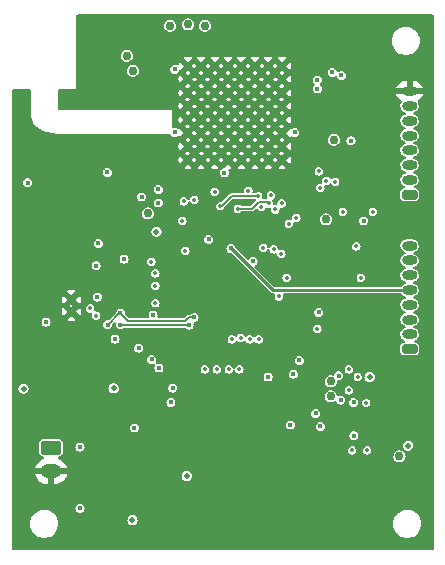
<source format=gbr>
%TF.GenerationSoftware,KiCad,Pcbnew,7.0.6*%
%TF.CreationDate,2024-02-04T23:38:57-08:00*%
%TF.ProjectId,sulu_ads1299,73756c75-5f61-4647-9331-3239392e6b69,rev?*%
%TF.SameCoordinates,Original*%
%TF.FileFunction,Copper,L2,Inr*%
%TF.FilePolarity,Positive*%
%FSLAX46Y46*%
G04 Gerber Fmt 4.6, Leading zero omitted, Abs format (unit mm)*
G04 Created by KiCad (PCBNEW 7.0.6) date 2024-02-04 23:38:57*
%MOMM*%
%LPD*%
G01*
G04 APERTURE LIST*
G04 Aperture macros list*
%AMRoundRect*
0 Rectangle with rounded corners*
0 $1 Rounding radius*
0 $2 $3 $4 $5 $6 $7 $8 $9 X,Y pos of 4 corners*
0 Add a 4 corners polygon primitive as box body*
4,1,4,$2,$3,$4,$5,$6,$7,$8,$9,$2,$3,0*
0 Add four circle primitives for the rounded corners*
1,1,$1+$1,$2,$3*
1,1,$1+$1,$4,$5*
1,1,$1+$1,$6,$7*
1,1,$1+$1,$8,$9*
0 Add four rect primitives between the rounded corners*
20,1,$1+$1,$2,$3,$4,$5,0*
20,1,$1+$1,$4,$5,$6,$7,0*
20,1,$1+$1,$6,$7,$8,$9,0*
20,1,$1+$1,$8,$9,$2,$3,0*%
G04 Aperture macros list end*
%TA.AperFunction,ComponentPad*%
%ADD10C,0.762000*%
%TD*%
%TA.AperFunction,ComponentPad*%
%ADD11RoundRect,0.250000X-0.625000X0.350000X-0.625000X-0.350000X0.625000X-0.350000X0.625000X0.350000X0*%
%TD*%
%TA.AperFunction,ComponentPad*%
%ADD12O,1.750000X1.200000*%
%TD*%
%TA.AperFunction,ComponentPad*%
%ADD13RoundRect,0.200000X0.450000X-0.200000X0.450000X0.200000X-0.450000X0.200000X-0.450000X-0.200000X0*%
%TD*%
%TA.AperFunction,ComponentPad*%
%ADD14O,1.300000X0.800000*%
%TD*%
%TA.AperFunction,ComponentPad*%
%ADD15C,0.568750*%
%TD*%
%TA.AperFunction,ComponentPad*%
%ADD16C,0.600000*%
%TD*%
%TA.AperFunction,ViaPad*%
%ADD17C,0.400000*%
%TD*%
%TA.AperFunction,ViaPad*%
%ADD18C,0.500000*%
%TD*%
%TA.AperFunction,ViaPad*%
%ADD19C,0.609600*%
%TD*%
%TA.AperFunction,ViaPad*%
%ADD20C,0.350000*%
%TD*%
%TA.AperFunction,Conductor*%
%ADD21C,0.203200*%
%TD*%
%TA.AperFunction,Conductor*%
%ADD22C,0.254000*%
%TD*%
G04 APERTURE END LIST*
D10*
%TO.N,Net-(J11-pin)*%
%TO.C,J11*%
X94996000Y-55880000D03*
%TD*%
%TO.N,Net-(J8-pin)*%
%TO.C,J8*%
X94488000Y-54610000D03*
%TD*%
D11*
%TO.N,+EXT_BAT*%
%TO.C,J2*%
X88087200Y-87782400D03*
D12*
%TO.N,GND*%
X88087200Y-89782400D03*
%TD*%
D13*
%TO.N,+EXT_BAT*%
%TO.C,J1*%
X118433000Y-66351000D03*
D14*
%TO.N,/HARD_RESET*%
X118433000Y-65101000D03*
%TO.N,/3WB_DATA*%
X118433000Y-63851000D03*
%TO.N,/3WB_ENB*%
X118433000Y-62601000D03*
%TO.N,/3WB_CLK*%
X118433000Y-61351000D03*
%TO.N,/RsRx*%
X118433000Y-60101000D03*
%TO.N,/RsTx*%
X118433000Y-58851000D03*
%TO.N,GND*%
X118433000Y-57601000D03*
%TD*%
D10*
%TO.N,Net-(U4-CLK)*%
%TO.C,TP3*%
X111379000Y-68453000D03*
%TD*%
%TO.N,Net-(J20-pin)*%
%TO.C,J20*%
X96266000Y-67945000D03*
%TD*%
D15*
%TO.N,GND*%
%TO.C,U5*%
X99650750Y-55454750D03*
X99650750Y-56592250D03*
X99650750Y-57729750D03*
X99650750Y-58867250D03*
X99650750Y-60004750D03*
X99650750Y-61142250D03*
X99650750Y-62279750D03*
X99650750Y-63417250D03*
X100788250Y-55454750D03*
X100788250Y-56592250D03*
X100788250Y-57729750D03*
X100788250Y-58867250D03*
X100788250Y-60004750D03*
X100788250Y-61142250D03*
X100788250Y-62279750D03*
X100788250Y-63417250D03*
X101925750Y-55454750D03*
X101925750Y-56592250D03*
X101925750Y-57729750D03*
X101925750Y-58867250D03*
X101925750Y-60004750D03*
X101925750Y-61142250D03*
X101925750Y-62279750D03*
X101925750Y-63417250D03*
X103063250Y-55454750D03*
X103063250Y-56592250D03*
X103063250Y-57729750D03*
X103063250Y-58867250D03*
X103063250Y-60004750D03*
X103063250Y-61142250D03*
X103063250Y-62279750D03*
X103063250Y-63417250D03*
X104200750Y-55454750D03*
X104200750Y-56592250D03*
X104200750Y-57729750D03*
X104200750Y-58867250D03*
X104200750Y-60004750D03*
X104200750Y-61142250D03*
X104200750Y-62279750D03*
X104200750Y-63417250D03*
X105338250Y-55454750D03*
X105338250Y-56592250D03*
X105338250Y-57729750D03*
X105338250Y-58867250D03*
X105338250Y-60004750D03*
X105338250Y-61142250D03*
X105338250Y-62279750D03*
X105338250Y-63417250D03*
X106475750Y-55454750D03*
X106475750Y-56592250D03*
X106475750Y-57729750D03*
X106475750Y-58867250D03*
X106475750Y-60004750D03*
X106475750Y-61142250D03*
X106475750Y-62279750D03*
X106475750Y-63417250D03*
X107613250Y-55454750D03*
X107613250Y-56592250D03*
X107613250Y-57729750D03*
X107613250Y-58867250D03*
X107613250Y-60004750D03*
X107613250Y-61142250D03*
X107613250Y-62279750D03*
X107613250Y-63417250D03*
%TD*%
D10*
%TO.N,Net-(J4-pin)*%
%TO.C,J4*%
X98171000Y-52070000D03*
%TD*%
%TO.N,/ADS_IN1N_CONN*%
%TO.C,TP2*%
X111760000Y-82169000D03*
%TD*%
%TO.N,Net-(J5-pin)*%
%TO.C,J5*%
X99695000Y-51943000D03*
%TD*%
%TO.N,Net-(J6-pin)*%
%TO.C,J6*%
X101092000Y-52070000D03*
%TD*%
%TO.N,/SCUM_GPIO5*%
%TO.C,TP4*%
X117576600Y-88519000D03*
%TD*%
D16*
%TO.N,GND*%
%TO.C,U3*%
X89804200Y-75246800D03*
X89804200Y-76246800D03*
%TD*%
D10*
%TO.N,Net-(J16-pin)*%
%TO.C,J16*%
X112014000Y-61722000D03*
%TD*%
D13*
%TO.N,/SCUM_GPIO0*%
%TO.C,J7*%
X118433000Y-79432000D03*
D14*
%TO.N,/SCUM_GPIO3*%
X118433000Y-78182000D03*
%TO.N,/SCUM_GPIO11*%
X118433000Y-76932000D03*
%TO.N,/SCUM_GPIO12*%
X118433000Y-75682000D03*
%TO.N,/SCUM_GPIO13*%
X118433000Y-74432000D03*
%TO.N,/SCUM_GPIO14*%
X118433000Y-73182000D03*
%TO.N,/+1.8V_SCUM*%
X118433000Y-71932000D03*
%TO.N,/+1.8V_ADS*%
X118433000Y-70682000D03*
%TD*%
D10*
%TO.N,/ADS_IN1P_CONN*%
%TO.C,TP1*%
X111760000Y-83439000D03*
%TD*%
D17*
%TO.N,GND*%
X101600000Y-66802000D03*
D18*
X114554000Y-64516000D03*
X113538000Y-63754000D03*
D17*
%TO.N,/EXT_BAT_SW*%
X92837000Y-64465200D03*
X94259400Y-71805800D03*
%TO.N,/+1.8V_SCUM*%
X86110000Y-65352800D03*
%TO.N,Net-(U7-FEEDBACK)*%
X92075000Y-70487000D03*
X91897200Y-72361200D03*
D19*
%TO.N,GND*%
X92456000Y-58674000D03*
X92202000Y-61722000D03*
X94234000Y-61722000D03*
X90932000Y-58674000D03*
X96012000Y-58674000D03*
X89662000Y-61722000D03*
X87122000Y-61214000D03*
X86106000Y-60198000D03*
X88392000Y-61722000D03*
X89154000Y-58674000D03*
X86106000Y-58420000D03*
X90678000Y-57658000D03*
X90678000Y-56134000D03*
X90678000Y-54610000D03*
X96520000Y-57023000D03*
D18*
X113538000Y-76327000D03*
X113538000Y-77597000D03*
D19*
X90678000Y-51562000D03*
X90678000Y-53086000D03*
D18*
X98196400Y-85090000D03*
X103251000Y-70104000D03*
X100076000Y-73660000D03*
X112014000Y-52578000D03*
X108458000Y-92964000D03*
X95885000Y-85090000D03*
X98171000Y-92964000D03*
X102362000Y-76454000D03*
D19*
X90678000Y-63373000D03*
D18*
X98272600Y-81229200D03*
X95885000Y-94615000D03*
X110998000Y-94234000D03*
X110744000Y-70866000D03*
D19*
X93218000Y-61722000D03*
D18*
X95123000Y-75692000D03*
X112903000Y-68707000D03*
D19*
X94615000Y-63373000D03*
D18*
X99212400Y-81254600D03*
D19*
X94234000Y-58674000D03*
D18*
X113538000Y-79121000D03*
X109728000Y-90551000D03*
D20*
X110947200Y-61112400D03*
D18*
X95885000Y-89408000D03*
X95885000Y-92964000D03*
X112014000Y-63246000D03*
X95885000Y-87757000D03*
X112842000Y-72136000D03*
X110998000Y-92964000D03*
X114808000Y-52578000D03*
%TO.N,+EXT_BAT*%
X93373500Y-82753200D03*
D20*
%TO.N,+5V_REG*%
X96901000Y-74066400D03*
X96901000Y-73025000D03*
D17*
X93497400Y-78590200D03*
D20*
X96901000Y-75539600D03*
D17*
X110744000Y-76327000D03*
D18*
X118313200Y-87604600D03*
D20*
X96570800Y-72034400D03*
X91389200Y-75996800D03*
D17*
%TO.N,/+1.8V_SCUM*%
X98552000Y-55753000D03*
X102743000Y-64516000D03*
X95758000Y-66548000D03*
X114554000Y-68580000D03*
X108712000Y-61087000D03*
X98552000Y-61087000D03*
D18*
%TO.N,/+1.8V_ADS*%
X97000000Y-69497000D03*
X115064000Y-81788000D03*
%TO.N,/EXT_BAT_SW*%
X85750400Y-82778600D03*
D17*
X91998800Y-75031600D03*
D20*
X91897200Y-76606400D03*
D17*
X87655400Y-77139800D03*
%TO.N,/ADS_IN2N*%
X95504000Y-79354300D03*
X96596200Y-80314800D03*
%TO.N,/ADS_IN1N*%
X106454000Y-81788000D03*
X99771200Y-77393800D03*
X108585000Y-81557000D03*
X93954600Y-77361300D03*
%TO.N,/ADS_IN1P*%
X93954600Y-76391300D03*
X100177600Y-76758800D03*
X92862400Y-77361300D03*
D20*
%TO.N,/ADS_IN4N*%
X101092000Y-81153000D03*
X103378000Y-78613000D03*
%TO.N,/ADS_IN4P*%
X102108000Y-81153000D03*
X104140000Y-78486000D03*
%TO.N,/ADS_IN3N*%
X104902000Y-78613000D03*
X103124000Y-81153000D03*
%TO.N,/ADS_IN3P*%
X104013000Y-81153000D03*
X105664000Y-78613000D03*
%TO.N,/~{ADS_PWDN}*%
X113919000Y-70739000D03*
X113563400Y-88011000D03*
X114044000Y-81788000D03*
X107569000Y-71374000D03*
D17*
%TO.N,/HARD_RESET*%
X113474500Y-61785500D03*
D20*
%TO.N,/3WB_DATA*%
X115316000Y-67818000D03*
X112776000Y-67818000D03*
%TO.N,/3WB_ENB*%
X110871000Y-65786000D03*
X108839000Y-68326000D03*
%TO.N,/3WB_CLK*%
X108204000Y-68834000D03*
X112140074Y-65261531D03*
%TO.N,/RsRx*%
X111379000Y-65187818D03*
X107605220Y-67100211D03*
%TO.N,/RsTx*%
X110744000Y-64389000D03*
X106680000Y-66421000D03*
D18*
%TO.N,/ADS_IN4P_CONN*%
X99568000Y-90170000D03*
X94970600Y-93903800D03*
D17*
%TO.N,Net-(U5-AUX_LDO_OUTPUT)*%
X110617000Y-57404000D03*
X112649000Y-56261000D03*
%TO.N,Net-(J20-pin)*%
X97155000Y-65913000D03*
%TO.N,/SCUM_GPIO0*%
X97155000Y-67056000D03*
%TO.N,/SCUM_GPIO1*%
X90525600Y-92913200D03*
X98221800Y-83947000D03*
X98374200Y-82727800D03*
D20*
X99441000Y-71120000D03*
X99187000Y-68580000D03*
D17*
X110490000Y-84886800D03*
D20*
X99314000Y-66929000D03*
D17*
%TO.N,/SCUM_GPIO2*%
X109093000Y-80391000D03*
X90525600Y-87731600D03*
D20*
X100203000Y-66802000D03*
X110617000Y-77724000D03*
D17*
X110871000Y-85979000D03*
%TO.N,/SCUM_GPIO3*%
X101422200Y-70129400D03*
D20*
%TO.N,/SCUM_GPIO5*%
X114833400Y-88011000D03*
X113284000Y-82931000D03*
X101930200Y-66116200D03*
X114300000Y-73406000D03*
X114757200Y-83997800D03*
X106934000Y-70993000D03*
X113284000Y-81153000D03*
X105882000Y-67401000D03*
%TO.N,/SCUM_GPIO11*%
X107365800Y-74980800D03*
%TO.N,/SCUM_GPIO12*%
X108026200Y-73380600D03*
X107061000Y-67614800D03*
X104775000Y-66014600D03*
D17*
%TO.N,/SCUM_GPIO13*%
X103301800Y-70916800D03*
D20*
X102387400Y-67335400D03*
X105613200Y-66471800D03*
D17*
%TO.N,/SCUM_GPIO14*%
X105181400Y-72009000D03*
D20*
X103886000Y-67538600D03*
X106527600Y-67106800D03*
D17*
%TO.N,/SELF_TEST_P*%
X112420400Y-81686400D03*
X113690400Y-83947000D03*
%TO.N,/SELF_TEST_N*%
X113715800Y-86766400D03*
X112598200Y-83743800D03*
%TO.N,Net-(U5-VDDD_DISABLE)*%
X110617000Y-56642000D03*
X111887000Y-56007000D03*
D20*
%TO.N,Net-(U4-CLK)*%
X106045000Y-70866000D03*
D17*
%TO.N,/ADS1299/BIASINV*%
X96723200Y-76555600D03*
X97205800Y-81026000D03*
%TO.N,/ADS_BIAS_ELEC*%
X95123000Y-86106000D03*
X108331000Y-85852000D03*
%TD*%
D21*
%TO.N,/ADS_IN1N*%
X93987100Y-77393800D02*
X93954600Y-77361300D01*
X99771200Y-77393800D02*
X93987100Y-77393800D01*
%TO.N,/ADS_IN1P*%
X99431364Y-77053964D02*
X94617264Y-77053964D01*
X100177600Y-76758800D02*
X99726528Y-76758800D01*
X99726528Y-76758800D02*
X99431364Y-77053964D01*
X93954600Y-76391300D02*
X93832400Y-76391300D01*
X94617264Y-77053964D02*
X93954600Y-76391300D01*
X93832400Y-76391300D02*
X92862400Y-77361300D01*
D22*
%TO.N,/SCUM_GPIO13*%
X106867800Y-74432000D02*
X103276400Y-70840600D01*
D21*
X102514400Y-67335400D02*
X102387400Y-67335400D01*
X103378000Y-66471800D02*
X102514400Y-67335400D01*
X105613200Y-66471800D02*
X103378000Y-66471800D01*
D22*
X118433000Y-74432000D02*
X106867800Y-74432000D01*
D21*
%TO.N,/SCUM_GPIO14*%
X106527600Y-67106800D02*
X106366200Y-66945400D01*
X105693284Y-66945400D02*
X105100084Y-67538600D01*
X106366200Y-66945400D02*
X105693284Y-66945400D01*
X105100084Y-67538600D02*
X103886000Y-67538600D01*
%TD*%
%TA.AperFunction,Conductor*%
%TO.N,GND*%
G36*
X120419539Y-51120185D02*
G01*
X120465294Y-51172989D01*
X120476500Y-51224500D01*
X120476500Y-96349500D01*
X120456815Y-96416539D01*
X120404011Y-96462294D01*
X120352500Y-96473500D01*
X84879500Y-96473500D01*
X84812461Y-96453815D01*
X84766706Y-96401011D01*
X84755500Y-96349500D01*
X84755500Y-94234000D01*
X86308404Y-94234000D01*
X86328743Y-94453501D01*
X86328743Y-94453503D01*
X86328744Y-94453506D01*
X86384689Y-94650132D01*
X86389073Y-94665541D01*
X86487330Y-94862868D01*
X86487335Y-94862876D01*
X86620184Y-95038796D01*
X86783094Y-95187307D01*
X86783096Y-95187309D01*
X86970519Y-95303356D01*
X86970525Y-95303359D01*
X86993670Y-95312325D01*
X87176083Y-95382993D01*
X87392777Y-95423500D01*
X87392779Y-95423500D01*
X87613221Y-95423500D01*
X87613223Y-95423500D01*
X87829917Y-95382993D01*
X88035477Y-95303358D01*
X88222905Y-95187308D01*
X88385817Y-95038794D01*
X88518666Y-94862874D01*
X88616928Y-94665538D01*
X88677256Y-94453506D01*
X88697596Y-94234000D01*
X88677256Y-94014494D01*
X88645761Y-93903800D01*
X94536683Y-93903800D01*
X94554259Y-94026047D01*
X94554260Y-94026049D01*
X94605563Y-94138389D01*
X94605566Y-94138393D01*
X94686445Y-94231733D01*
X94686447Y-94231734D01*
X94686449Y-94231736D01*
X94790341Y-94298504D01*
X94790346Y-94298506D01*
X94908844Y-94333299D01*
X94908846Y-94333300D01*
X94908847Y-94333300D01*
X95032354Y-94333300D01*
X95032354Y-94333299D01*
X95150856Y-94298505D01*
X95251227Y-94234000D01*
X117042404Y-94234000D01*
X117062743Y-94453501D01*
X117062743Y-94453503D01*
X117062744Y-94453506D01*
X117118689Y-94650132D01*
X117123073Y-94665541D01*
X117221330Y-94862868D01*
X117221335Y-94862876D01*
X117354184Y-95038796D01*
X117517094Y-95187307D01*
X117517096Y-95187309D01*
X117704519Y-95303356D01*
X117704525Y-95303359D01*
X117727670Y-95312325D01*
X117910083Y-95382993D01*
X118126777Y-95423500D01*
X118126779Y-95423500D01*
X118347221Y-95423500D01*
X118347223Y-95423500D01*
X118563917Y-95382993D01*
X118769477Y-95303358D01*
X118956905Y-95187308D01*
X119119817Y-95038794D01*
X119252666Y-94862874D01*
X119350928Y-94665538D01*
X119411256Y-94453506D01*
X119431596Y-94234000D01*
X119411256Y-94014494D01*
X119350928Y-93802462D01*
X119284575Y-93669207D01*
X119252669Y-93605131D01*
X119252664Y-93605123D01*
X119119815Y-93429203D01*
X118956905Y-93280692D01*
X118956903Y-93280690D01*
X118769480Y-93164643D01*
X118769474Y-93164640D01*
X118683366Y-93131282D01*
X118563917Y-93085007D01*
X118347223Y-93044500D01*
X118126777Y-93044500D01*
X117910083Y-93085007D01*
X117860701Y-93104137D01*
X117704525Y-93164640D01*
X117704519Y-93164643D01*
X117517096Y-93280690D01*
X117517094Y-93280692D01*
X117354184Y-93429203D01*
X117221335Y-93605123D01*
X117221330Y-93605131D01*
X117123073Y-93802458D01*
X117062743Y-94014498D01*
X117042404Y-94233999D01*
X117042404Y-94234000D01*
X95251227Y-94234000D01*
X95254755Y-94231733D01*
X95335634Y-94138393D01*
X95386940Y-94026049D01*
X95404517Y-93903800D01*
X95386940Y-93781551D01*
X95360814Y-93724344D01*
X95335636Y-93669210D01*
X95335633Y-93669206D01*
X95332468Y-93665553D01*
X95254755Y-93575867D01*
X95254752Y-93575865D01*
X95254750Y-93575863D01*
X95150858Y-93509095D01*
X95150853Y-93509093D01*
X95032355Y-93474300D01*
X95032353Y-93474300D01*
X94908847Y-93474300D01*
X94908844Y-93474300D01*
X94790346Y-93509093D01*
X94790341Y-93509095D01*
X94686449Y-93575863D01*
X94686447Y-93575865D01*
X94605566Y-93669206D01*
X94605563Y-93669210D01*
X94554260Y-93781550D01*
X94554259Y-93781552D01*
X94536683Y-93903800D01*
X88645761Y-93903800D01*
X88616928Y-93802462D01*
X88550575Y-93669207D01*
X88518669Y-93605131D01*
X88518664Y-93605123D01*
X88385815Y-93429203D01*
X88222905Y-93280692D01*
X88222903Y-93280690D01*
X88035480Y-93164643D01*
X88035474Y-93164640D01*
X87949366Y-93131282D01*
X87829917Y-93085007D01*
X87613223Y-93044500D01*
X87392777Y-93044500D01*
X87176083Y-93085007D01*
X87126701Y-93104137D01*
X86970525Y-93164640D01*
X86970519Y-93164643D01*
X86783096Y-93280690D01*
X86783094Y-93280692D01*
X86620184Y-93429203D01*
X86487335Y-93605123D01*
X86487330Y-93605131D01*
X86389073Y-93802458D01*
X86328743Y-94014498D01*
X86308404Y-94233999D01*
X86308404Y-94234000D01*
X84755500Y-94234000D01*
X84755500Y-92913202D01*
X90141369Y-92913202D01*
X90160173Y-93031931D01*
X90177659Y-93066248D01*
X90214751Y-93139045D01*
X90214753Y-93139047D01*
X90214755Y-93139050D01*
X90299749Y-93224044D01*
X90299751Y-93224045D01*
X90299755Y-93224049D01*
X90406866Y-93278625D01*
X90406868Y-93278626D01*
X90525598Y-93297431D01*
X90525600Y-93297431D01*
X90525602Y-93297431D01*
X90644331Y-93278626D01*
X90644332Y-93278625D01*
X90644334Y-93278625D01*
X90751445Y-93224049D01*
X90836449Y-93139045D01*
X90891025Y-93031934D01*
X90891025Y-93031932D01*
X90891026Y-93031931D01*
X90909831Y-92913202D01*
X90909831Y-92913197D01*
X90891026Y-92794468D01*
X90891025Y-92794466D01*
X90836449Y-92687355D01*
X90836445Y-92687351D01*
X90836444Y-92687349D01*
X90751450Y-92602355D01*
X90751447Y-92602353D01*
X90751445Y-92602351D01*
X90678648Y-92565259D01*
X90644331Y-92547773D01*
X90525602Y-92528969D01*
X90525598Y-92528969D01*
X90406868Y-92547773D01*
X90335458Y-92584159D01*
X90299755Y-92602351D01*
X90299753Y-92602352D01*
X90299754Y-92602352D01*
X90299749Y-92602355D01*
X90214755Y-92687349D01*
X90214752Y-92687354D01*
X90160173Y-92794468D01*
X90141369Y-92913197D01*
X90141369Y-92913202D01*
X84755500Y-92913202D01*
X84755500Y-89532400D01*
X86736832Y-89532400D01*
X87807640Y-89532400D01*
X87768922Y-89574459D01*
X87718649Y-89689070D01*
X87708314Y-89813795D01*
X87739037Y-89935119D01*
X87802594Y-90032400D01*
X86740942Y-90032400D01*
X86767970Y-90143809D01*
X86855240Y-90334907D01*
X86977089Y-90506019D01*
X86977095Y-90506025D01*
X87129132Y-90650992D01*
X87305857Y-90764566D01*
X87500885Y-90842644D01*
X87707162Y-90882400D01*
X87837200Y-90882400D01*
X87837200Y-90063017D01*
X87906252Y-90116763D01*
X88024624Y-90157400D01*
X88118273Y-90157400D01*
X88210646Y-90141986D01*
X88320714Y-90082419D01*
X88337200Y-90064510D01*
X88337200Y-90882400D01*
X88414598Y-90882400D01*
X88571322Y-90867434D01*
X88571326Y-90867433D01*
X88772886Y-90808250D01*
X88959614Y-90711986D01*
X89124737Y-90582131D01*
X89124740Y-90582128D01*
X89262305Y-90423369D01*
X89262314Y-90423358D01*
X89367344Y-90241439D01*
X89367347Y-90241432D01*
X89392070Y-90170000D01*
X99134083Y-90170000D01*
X99151659Y-90292247D01*
X99151660Y-90292249D01*
X99202963Y-90404589D01*
X99202966Y-90404593D01*
X99283845Y-90497933D01*
X99283847Y-90497934D01*
X99283849Y-90497936D01*
X99387741Y-90564704D01*
X99387746Y-90564706D01*
X99506244Y-90599499D01*
X99506246Y-90599500D01*
X99506247Y-90599500D01*
X99629754Y-90599500D01*
X99629754Y-90599499D01*
X99748256Y-90564705D01*
X99852155Y-90497933D01*
X99933034Y-90404593D01*
X99984340Y-90292249D01*
X100001917Y-90170000D01*
X99984340Y-90047751D01*
X99958122Y-89990341D01*
X99933036Y-89935410D01*
X99933033Y-89935406D01*
X99932784Y-89935119D01*
X99852155Y-89842067D01*
X99852152Y-89842065D01*
X99852150Y-89842063D01*
X99748258Y-89775295D01*
X99748253Y-89775293D01*
X99629755Y-89740500D01*
X99629753Y-89740500D01*
X99506247Y-89740500D01*
X99506244Y-89740500D01*
X99387746Y-89775293D01*
X99387741Y-89775295D01*
X99283849Y-89842063D01*
X99283847Y-89842065D01*
X99202966Y-89935406D01*
X99202963Y-89935410D01*
X99151660Y-90047750D01*
X99151659Y-90047752D01*
X99134083Y-90170000D01*
X89392070Y-90170000D01*
X89436055Y-90042917D01*
X89436055Y-90042915D01*
X89437568Y-90032400D01*
X88366760Y-90032400D01*
X88405478Y-89990341D01*
X88455751Y-89875730D01*
X88466086Y-89751005D01*
X88435363Y-89629681D01*
X88371806Y-89532400D01*
X89433457Y-89532400D01*
X89406429Y-89420990D01*
X89319159Y-89229892D01*
X89197310Y-89058780D01*
X89197304Y-89058774D01*
X89045267Y-88913807D01*
X88868540Y-88800232D01*
X88732689Y-88745845D01*
X88677768Y-88702655D01*
X88654916Y-88636628D01*
X88671389Y-88568728D01*
X88721956Y-88520512D01*
X88726670Y-88519000D01*
X117062871Y-88519000D01*
X117065403Y-88536610D01*
X117083680Y-88663734D01*
X117126068Y-88756549D01*
X117144424Y-88796743D01*
X117240179Y-88907250D01*
X117240181Y-88907251D01*
X117240180Y-88907251D01*
X117342555Y-88973043D01*
X117363189Y-88986304D01*
X117474327Y-89018937D01*
X117503488Y-89027500D01*
X117503489Y-89027500D01*
X117649712Y-89027500D01*
X117673854Y-89020410D01*
X117790011Y-88986304D01*
X117913021Y-88907250D01*
X118008776Y-88796743D01*
X118069519Y-88663734D01*
X118090329Y-88519000D01*
X118069519Y-88374266D01*
X118059511Y-88352352D01*
X118036230Y-88301373D01*
X118008776Y-88241257D01*
X117944397Y-88166960D01*
X117915373Y-88103405D01*
X117916158Y-88097940D01*
X117903955Y-88101524D01*
X117836916Y-88081840D01*
X117825323Y-88074390D01*
X117790011Y-88051696D01*
X117690908Y-88022596D01*
X117649712Y-88010500D01*
X117649711Y-88010500D01*
X117503489Y-88010500D01*
X117503488Y-88010500D01*
X117363186Y-88051697D01*
X117240180Y-88130748D01*
X117144424Y-88241257D01*
X117144423Y-88241258D01*
X117083680Y-88374265D01*
X117064179Y-88509900D01*
X117062871Y-88519000D01*
X88726670Y-88519000D01*
X88760897Y-88508023D01*
X88821404Y-88499209D01*
X88934590Y-88443876D01*
X89023676Y-88354790D01*
X89079009Y-88241604D01*
X89089700Y-88168227D01*
X89089699Y-87731602D01*
X90141369Y-87731602D01*
X90160173Y-87850331D01*
X90160175Y-87850334D01*
X90214751Y-87957445D01*
X90214753Y-87957447D01*
X90214755Y-87957450D01*
X90299749Y-88042444D01*
X90299751Y-88042445D01*
X90299755Y-88042449D01*
X90406866Y-88097025D01*
X90406868Y-88097026D01*
X90525598Y-88115831D01*
X90525600Y-88115831D01*
X90525602Y-88115831D01*
X90644331Y-88097026D01*
X90644332Y-88097025D01*
X90644334Y-88097025D01*
X90751445Y-88042449D01*
X90782892Y-88011002D01*
X113204481Y-88011002D01*
X113222046Y-88121909D01*
X113273026Y-88221965D01*
X113352434Y-88301373D01*
X113452490Y-88352353D01*
X113563398Y-88369919D01*
X113563400Y-88369919D01*
X113563402Y-88369919D01*
X113674309Y-88352353D01*
X113674310Y-88352352D01*
X113674312Y-88352352D01*
X113774367Y-88301372D01*
X113853772Y-88221967D01*
X113904752Y-88121912D01*
X113904752Y-88121910D01*
X113904753Y-88121909D01*
X113922319Y-88011002D01*
X114474481Y-88011002D01*
X114492046Y-88121909D01*
X114543026Y-88221965D01*
X114622434Y-88301373D01*
X114722490Y-88352353D01*
X114833398Y-88369919D01*
X114833400Y-88369919D01*
X114833402Y-88369919D01*
X114944309Y-88352353D01*
X114944310Y-88352352D01*
X114944312Y-88352352D01*
X115044367Y-88301372D01*
X115123772Y-88221967D01*
X115174752Y-88121912D01*
X115174752Y-88121910D01*
X115174753Y-88121909D01*
X115192319Y-88011002D01*
X115192319Y-88010997D01*
X115174753Y-87900090D01*
X115123773Y-87800034D01*
X115044365Y-87720626D01*
X114944309Y-87669646D01*
X114833402Y-87652081D01*
X114833398Y-87652081D01*
X114722490Y-87669646D01*
X114622434Y-87720626D01*
X114543026Y-87800034D01*
X114492046Y-87900090D01*
X114474481Y-88010997D01*
X114474481Y-88011002D01*
X113922319Y-88011002D01*
X113922319Y-88010997D01*
X113904753Y-87900090D01*
X113853773Y-87800034D01*
X113774365Y-87720626D01*
X113674309Y-87669646D01*
X113563402Y-87652081D01*
X113563398Y-87652081D01*
X113452490Y-87669646D01*
X113352434Y-87720626D01*
X113273026Y-87800034D01*
X113222046Y-87900090D01*
X113204481Y-88010997D01*
X113204481Y-88011002D01*
X90782892Y-88011002D01*
X90836449Y-87957445D01*
X90891025Y-87850334D01*
X90891025Y-87850332D01*
X90891026Y-87850331D01*
X90909831Y-87731602D01*
X90909831Y-87731597D01*
X90891026Y-87612868D01*
X90886814Y-87604600D01*
X117879283Y-87604600D01*
X117896859Y-87726847D01*
X117896860Y-87726849D01*
X117948163Y-87839189D01*
X117948165Y-87839191D01*
X117948166Y-87839193D01*
X117997668Y-87896322D01*
X118026693Y-87959877D01*
X118025907Y-87965341D01*
X118038111Y-87961758D01*
X118105150Y-87981443D01*
X118132944Y-87999305D01*
X118132946Y-87999305D01*
X118132947Y-87999306D01*
X118251444Y-88034099D01*
X118251446Y-88034100D01*
X118251447Y-88034100D01*
X118374954Y-88034100D01*
X118374954Y-88034099D01*
X118493456Y-87999305D01*
X118597355Y-87932533D01*
X118678234Y-87839193D01*
X118729540Y-87726849D01*
X118747117Y-87604600D01*
X118729540Y-87482351D01*
X118690367Y-87396574D01*
X118678236Y-87370010D01*
X118678233Y-87370006D01*
X118597355Y-87276667D01*
X118597352Y-87276665D01*
X118597350Y-87276663D01*
X118493458Y-87209895D01*
X118493453Y-87209893D01*
X118374955Y-87175100D01*
X118374953Y-87175100D01*
X118251447Y-87175100D01*
X118251444Y-87175100D01*
X118132946Y-87209893D01*
X118132941Y-87209895D01*
X118029049Y-87276663D01*
X118029047Y-87276665D01*
X117948166Y-87370006D01*
X117948163Y-87370010D01*
X117896860Y-87482350D01*
X117896859Y-87482352D01*
X117879283Y-87604600D01*
X90886814Y-87604600D01*
X90886813Y-87604599D01*
X90836449Y-87505755D01*
X90836445Y-87505751D01*
X90836444Y-87505749D01*
X90751450Y-87420755D01*
X90751447Y-87420753D01*
X90751445Y-87420751D01*
X90651853Y-87370006D01*
X90644331Y-87366173D01*
X90525602Y-87347369D01*
X90525598Y-87347369D01*
X90406868Y-87366173D01*
X90347205Y-87396574D01*
X90299755Y-87420751D01*
X90299753Y-87420752D01*
X90299754Y-87420752D01*
X90299749Y-87420755D01*
X90214755Y-87505749D01*
X90214752Y-87505754D01*
X90160173Y-87612868D01*
X90141369Y-87731597D01*
X90141369Y-87731602D01*
X89089699Y-87731602D01*
X89089699Y-87396574D01*
X89079009Y-87323196D01*
X89023676Y-87210010D01*
X89023674Y-87210008D01*
X89023674Y-87210007D01*
X88934592Y-87120925D01*
X88821402Y-87065590D01*
X88748027Y-87054900D01*
X87426374Y-87054900D01*
X87352995Y-87065591D01*
X87239807Y-87120925D01*
X87150725Y-87210007D01*
X87095390Y-87323197D01*
X87084700Y-87396572D01*
X87084700Y-88168220D01*
X87084701Y-88168226D01*
X87095340Y-88241257D01*
X87095391Y-88241603D01*
X87150725Y-88354792D01*
X87239807Y-88443874D01*
X87239808Y-88443874D01*
X87239810Y-88443876D01*
X87352996Y-88499209D01*
X87376653Y-88502655D01*
X87409666Y-88507466D01*
X87473167Y-88536610D01*
X87510831Y-88595459D01*
X87510699Y-88665328D01*
X87472814Y-88724035D01*
X87426723Y-88749147D01*
X87401513Y-88756549D01*
X87214785Y-88852813D01*
X87049662Y-88982668D01*
X87049659Y-88982671D01*
X86912094Y-89141430D01*
X86912085Y-89141441D01*
X86807055Y-89323360D01*
X86807052Y-89323367D01*
X86738344Y-89521882D01*
X86738344Y-89521884D01*
X86736832Y-89532400D01*
X84755500Y-89532400D01*
X84755500Y-86766402D01*
X113331569Y-86766402D01*
X113350373Y-86885131D01*
X113350375Y-86885134D01*
X113404951Y-86992245D01*
X113404953Y-86992247D01*
X113404955Y-86992250D01*
X113489949Y-87077244D01*
X113489951Y-87077245D01*
X113489955Y-87077249D01*
X113575672Y-87120924D01*
X113597068Y-87131826D01*
X113715798Y-87150631D01*
X113715800Y-87150631D01*
X113715802Y-87150631D01*
X113834531Y-87131826D01*
X113834532Y-87131825D01*
X113834534Y-87131825D01*
X113941645Y-87077249D01*
X114026649Y-86992245D01*
X114081225Y-86885134D01*
X114081225Y-86885132D01*
X114081226Y-86885131D01*
X114100031Y-86766402D01*
X114100031Y-86766397D01*
X114081226Y-86647668D01*
X114081225Y-86647666D01*
X114026649Y-86540555D01*
X114026645Y-86540551D01*
X114026644Y-86540549D01*
X113941650Y-86455555D01*
X113941647Y-86455553D01*
X113941645Y-86455551D01*
X113865688Y-86416849D01*
X113834531Y-86400973D01*
X113715802Y-86382169D01*
X113715798Y-86382169D01*
X113597068Y-86400973D01*
X113525658Y-86437358D01*
X113489955Y-86455551D01*
X113489954Y-86455551D01*
X113489954Y-86455552D01*
X113489949Y-86455555D01*
X113404955Y-86540549D01*
X113404952Y-86540554D01*
X113350373Y-86647668D01*
X113331569Y-86766397D01*
X113331569Y-86766402D01*
X84755500Y-86766402D01*
X84755500Y-86106002D01*
X94738769Y-86106002D01*
X94757573Y-86224731D01*
X94757575Y-86224734D01*
X94812151Y-86331845D01*
X94812153Y-86331847D01*
X94812155Y-86331850D01*
X94897149Y-86416844D01*
X94897151Y-86416845D01*
X94897155Y-86416849D01*
X95004266Y-86471425D01*
X95004268Y-86471426D01*
X95122998Y-86490231D01*
X95123000Y-86490231D01*
X95123002Y-86490231D01*
X95241731Y-86471426D01*
X95241732Y-86471425D01*
X95241734Y-86471425D01*
X95348845Y-86416849D01*
X95433849Y-86331845D01*
X95488425Y-86224734D01*
X95488425Y-86224732D01*
X95488426Y-86224731D01*
X95507231Y-86106002D01*
X95507231Y-86105997D01*
X95488426Y-85987268D01*
X95480000Y-85970731D01*
X95433849Y-85880155D01*
X95433845Y-85880151D01*
X95433844Y-85880149D01*
X95405697Y-85852002D01*
X107946769Y-85852002D01*
X107965573Y-85970731D01*
X107983059Y-86005048D01*
X108020151Y-86077845D01*
X108020153Y-86077847D01*
X108020155Y-86077850D01*
X108105149Y-86162844D01*
X108105151Y-86162845D01*
X108105155Y-86162849D01*
X108212266Y-86217425D01*
X108212268Y-86217426D01*
X108330998Y-86236231D01*
X108331000Y-86236231D01*
X108331002Y-86236231D01*
X108449731Y-86217426D01*
X108449732Y-86217425D01*
X108449734Y-86217425D01*
X108556845Y-86162849D01*
X108641849Y-86077845D01*
X108692212Y-85979002D01*
X110486769Y-85979002D01*
X110505573Y-86097731D01*
X110523059Y-86132048D01*
X110560151Y-86204845D01*
X110560153Y-86204847D01*
X110560155Y-86204850D01*
X110645149Y-86289844D01*
X110645151Y-86289845D01*
X110645155Y-86289849D01*
X110752266Y-86344425D01*
X110752268Y-86344426D01*
X110870998Y-86363231D01*
X110871000Y-86363231D01*
X110871002Y-86363231D01*
X110989731Y-86344426D01*
X110989732Y-86344425D01*
X110989734Y-86344425D01*
X111096845Y-86289849D01*
X111181849Y-86204845D01*
X111236425Y-86097734D01*
X111236425Y-86097732D01*
X111236426Y-86097731D01*
X111255231Y-85979002D01*
X111255231Y-85978997D01*
X111236426Y-85860268D01*
X111232212Y-85851997D01*
X111181849Y-85753155D01*
X111181845Y-85753151D01*
X111181844Y-85753149D01*
X111096850Y-85668155D01*
X111096847Y-85668153D01*
X111096845Y-85668151D01*
X111014412Y-85626149D01*
X110989731Y-85613573D01*
X110871002Y-85594769D01*
X110870998Y-85594769D01*
X110752268Y-85613573D01*
X110680858Y-85649959D01*
X110645155Y-85668151D01*
X110645153Y-85668152D01*
X110645154Y-85668152D01*
X110645149Y-85668155D01*
X110560155Y-85753149D01*
X110560152Y-85753154D01*
X110505573Y-85860268D01*
X110486769Y-85978997D01*
X110486769Y-85979002D01*
X108692212Y-85979002D01*
X108696425Y-85970734D01*
X108696425Y-85970732D01*
X108696426Y-85970731D01*
X108715231Y-85852002D01*
X108715231Y-85851997D01*
X108696426Y-85733268D01*
X108690567Y-85721769D01*
X108641849Y-85626155D01*
X108641845Y-85626151D01*
X108641844Y-85626149D01*
X108556850Y-85541155D01*
X108556847Y-85541153D01*
X108556845Y-85541151D01*
X108484048Y-85504059D01*
X108449731Y-85486573D01*
X108331002Y-85467769D01*
X108330998Y-85467769D01*
X108212268Y-85486573D01*
X108140858Y-85522959D01*
X108105155Y-85541151D01*
X108105153Y-85541152D01*
X108105154Y-85541152D01*
X108105149Y-85541155D01*
X108020155Y-85626149D01*
X108020152Y-85626154D01*
X107965573Y-85733268D01*
X107946769Y-85851997D01*
X107946769Y-85852002D01*
X95405697Y-85852002D01*
X95348850Y-85795155D01*
X95348847Y-85795153D01*
X95348845Y-85795151D01*
X95266412Y-85753149D01*
X95241731Y-85740573D01*
X95123002Y-85721769D01*
X95122998Y-85721769D01*
X95004268Y-85740573D01*
X94932858Y-85776958D01*
X94897155Y-85795151D01*
X94897153Y-85795151D01*
X94897154Y-85795152D01*
X94897149Y-85795155D01*
X94812155Y-85880149D01*
X94812152Y-85880154D01*
X94757573Y-85987268D01*
X94738769Y-86105997D01*
X94738769Y-86106002D01*
X84755500Y-86106002D01*
X84755500Y-84886802D01*
X110105769Y-84886802D01*
X110124573Y-85005531D01*
X110124575Y-85005534D01*
X110179151Y-85112645D01*
X110179153Y-85112647D01*
X110179155Y-85112650D01*
X110264149Y-85197644D01*
X110264151Y-85197645D01*
X110264155Y-85197649D01*
X110371266Y-85252225D01*
X110371268Y-85252226D01*
X110489998Y-85271031D01*
X110490000Y-85271031D01*
X110490002Y-85271031D01*
X110608731Y-85252226D01*
X110608732Y-85252225D01*
X110608734Y-85252225D01*
X110715845Y-85197649D01*
X110800849Y-85112645D01*
X110855425Y-85005534D01*
X110855425Y-85005532D01*
X110855426Y-85005531D01*
X110874231Y-84886802D01*
X110874231Y-84886797D01*
X110855426Y-84768068D01*
X110855425Y-84768066D01*
X110800849Y-84660955D01*
X110800845Y-84660951D01*
X110800844Y-84660949D01*
X110715850Y-84575955D01*
X110715847Y-84575953D01*
X110715845Y-84575951D01*
X110643048Y-84538859D01*
X110608731Y-84521373D01*
X110490002Y-84502569D01*
X110489998Y-84502569D01*
X110371268Y-84521373D01*
X110299858Y-84557758D01*
X110264155Y-84575951D01*
X110264154Y-84575952D01*
X110264149Y-84575955D01*
X110179155Y-84660949D01*
X110179152Y-84660954D01*
X110124573Y-84768068D01*
X110105769Y-84886797D01*
X110105769Y-84886802D01*
X84755500Y-84886802D01*
X84755500Y-83947002D01*
X97837569Y-83947002D01*
X97856373Y-84065731D01*
X97856375Y-84065734D01*
X97910951Y-84172845D01*
X97910953Y-84172847D01*
X97910955Y-84172850D01*
X97995949Y-84257844D01*
X97995951Y-84257845D01*
X97995955Y-84257849D01*
X98103066Y-84312425D01*
X98103068Y-84312426D01*
X98221798Y-84331231D01*
X98221800Y-84331231D01*
X98221802Y-84331231D01*
X98340531Y-84312426D01*
X98340532Y-84312425D01*
X98340534Y-84312425D01*
X98447645Y-84257849D01*
X98532649Y-84172845D01*
X98587225Y-84065734D01*
X98587225Y-84065732D01*
X98587226Y-84065731D01*
X98606031Y-83947002D01*
X98606031Y-83946997D01*
X98587226Y-83828268D01*
X98566114Y-83786834D01*
X98532649Y-83721155D01*
X98532645Y-83721151D01*
X98532644Y-83721149D01*
X98447650Y-83636155D01*
X98447647Y-83636153D01*
X98447645Y-83636151D01*
X98374848Y-83599059D01*
X98340531Y-83581573D01*
X98221802Y-83562769D01*
X98221798Y-83562769D01*
X98103068Y-83581573D01*
X98031658Y-83617959D01*
X97995955Y-83636151D01*
X97995954Y-83636152D01*
X97995949Y-83636155D01*
X97910955Y-83721149D01*
X97910952Y-83721154D01*
X97856373Y-83828268D01*
X97837569Y-83946997D01*
X97837569Y-83947002D01*
X84755500Y-83947002D01*
X84755500Y-83439000D01*
X111246271Y-83439000D01*
X111267080Y-83583734D01*
X111300287Y-83656446D01*
X111327824Y-83716743D01*
X111423579Y-83827250D01*
X111423581Y-83827251D01*
X111423580Y-83827251D01*
X111478477Y-83862531D01*
X111546589Y-83906304D01*
X111657727Y-83938937D01*
X111686888Y-83947500D01*
X111686889Y-83947500D01*
X111833112Y-83947500D01*
X111857254Y-83940410D01*
X111973411Y-83906304D01*
X112070296Y-83844039D01*
X112137333Y-83824355D01*
X112204373Y-83844039D01*
X112247818Y-83892059D01*
X112287350Y-83969643D01*
X112287355Y-83969650D01*
X112372349Y-84054644D01*
X112372351Y-84054645D01*
X112372355Y-84054649D01*
X112478453Y-84108709D01*
X112479468Y-84109226D01*
X112598198Y-84128031D01*
X112598200Y-84128031D01*
X112598202Y-84128031D01*
X112716931Y-84109226D01*
X112716932Y-84109225D01*
X112716934Y-84109225D01*
X112824045Y-84054649D01*
X112909049Y-83969645D01*
X112920586Y-83947002D01*
X113306169Y-83947002D01*
X113324973Y-84065731D01*
X113324975Y-84065734D01*
X113379551Y-84172845D01*
X113379553Y-84172847D01*
X113379555Y-84172850D01*
X113464549Y-84257844D01*
X113464551Y-84257845D01*
X113464555Y-84257849D01*
X113571666Y-84312425D01*
X113571668Y-84312426D01*
X113690398Y-84331231D01*
X113690400Y-84331231D01*
X113690402Y-84331231D01*
X113809131Y-84312426D01*
X113809132Y-84312425D01*
X113809134Y-84312425D01*
X113916245Y-84257849D01*
X114001249Y-84172845D01*
X114055825Y-84065734D01*
X114055825Y-84065732D01*
X114055826Y-84065731D01*
X114066585Y-83997802D01*
X114398281Y-83997802D01*
X114415846Y-84108709D01*
X114466826Y-84208765D01*
X114546234Y-84288173D01*
X114646290Y-84339153D01*
X114757198Y-84356719D01*
X114757200Y-84356719D01*
X114757202Y-84356719D01*
X114868109Y-84339153D01*
X114868110Y-84339152D01*
X114868112Y-84339152D01*
X114968167Y-84288172D01*
X115047572Y-84208767D01*
X115098552Y-84108712D01*
X115098552Y-84108710D01*
X115098553Y-84108709D01*
X115116119Y-83997802D01*
X115116119Y-83997797D01*
X115098553Y-83886890D01*
X115047573Y-83786834D01*
X114968165Y-83707426D01*
X114868109Y-83656446D01*
X114757202Y-83638881D01*
X114757198Y-83638881D01*
X114646290Y-83656446D01*
X114546234Y-83707426D01*
X114466826Y-83786834D01*
X114415846Y-83886890D01*
X114398281Y-83997797D01*
X114398281Y-83997802D01*
X114066585Y-83997802D01*
X114074631Y-83947002D01*
X114074631Y-83946997D01*
X114055826Y-83828268D01*
X114034714Y-83786834D01*
X114001249Y-83721155D01*
X114001245Y-83721151D01*
X114001244Y-83721149D01*
X113916250Y-83636155D01*
X113916247Y-83636153D01*
X113916245Y-83636151D01*
X113843448Y-83599059D01*
X113809131Y-83581573D01*
X113690402Y-83562769D01*
X113690398Y-83562769D01*
X113571668Y-83581573D01*
X113500258Y-83617959D01*
X113464555Y-83636151D01*
X113464553Y-83636152D01*
X113464554Y-83636152D01*
X113464549Y-83636155D01*
X113379555Y-83721149D01*
X113379552Y-83721154D01*
X113324973Y-83828268D01*
X113306169Y-83946997D01*
X113306169Y-83947002D01*
X112920586Y-83947002D01*
X112963625Y-83862534D01*
X112963625Y-83862532D01*
X112963626Y-83862531D01*
X112982431Y-83743802D01*
X112982431Y-83743797D01*
X112963626Y-83625068D01*
X112941464Y-83581573D01*
X112909049Y-83517955D01*
X112909045Y-83517951D01*
X112909044Y-83517949D01*
X112824050Y-83432955D01*
X112824047Y-83432953D01*
X112824045Y-83432951D01*
X112736113Y-83388147D01*
X112716931Y-83378373D01*
X112598202Y-83359569D01*
X112598198Y-83359569D01*
X112479468Y-83378373D01*
X112434026Y-83401528D01*
X112365356Y-83414424D01*
X112300616Y-83388147D01*
X112260359Y-83331041D01*
X112254993Y-83308690D01*
X112252919Y-83294265D01*
X112219630Y-83221373D01*
X112192176Y-83161257D01*
X112096421Y-83050750D01*
X112096418Y-83050748D01*
X112096419Y-83050748D01*
X111973413Y-82971697D01*
X111973412Y-82971696D01*
X111973411Y-82971696D01*
X111891432Y-82947624D01*
X111834822Y-82931002D01*
X112925081Y-82931002D01*
X112942646Y-83041909D01*
X112993626Y-83141965D01*
X113073034Y-83221373D01*
X113173090Y-83272353D01*
X113283998Y-83289919D01*
X113284000Y-83289919D01*
X113284002Y-83289919D01*
X113394909Y-83272353D01*
X113394910Y-83272352D01*
X113394912Y-83272352D01*
X113494967Y-83221372D01*
X113574372Y-83141967D01*
X113625352Y-83041912D01*
X113625352Y-83041910D01*
X113625353Y-83041909D01*
X113642919Y-82931002D01*
X113642919Y-82930997D01*
X113625353Y-82820090D01*
X113574373Y-82720034D01*
X113494965Y-82640626D01*
X113394909Y-82589646D01*
X113284002Y-82572081D01*
X113283998Y-82572081D01*
X113173090Y-82589646D01*
X113073034Y-82640626D01*
X112993626Y-82720034D01*
X112942646Y-82820090D01*
X112925081Y-82930997D01*
X112925081Y-82931002D01*
X111834822Y-82931002D01*
X111833112Y-82930500D01*
X111833111Y-82930500D01*
X111686889Y-82930500D01*
X111686888Y-82930500D01*
X111546586Y-82971697D01*
X111423580Y-83050748D01*
X111327824Y-83161257D01*
X111327823Y-83161258D01*
X111267080Y-83294265D01*
X111246271Y-83439000D01*
X84755500Y-83439000D01*
X84755500Y-82778600D01*
X85316483Y-82778600D01*
X85334059Y-82900847D01*
X85334060Y-82900849D01*
X85385363Y-83013189D01*
X85385366Y-83013193D01*
X85466245Y-83106533D01*
X85466247Y-83106534D01*
X85466249Y-83106536D01*
X85570141Y-83173304D01*
X85570146Y-83173306D01*
X85688644Y-83208099D01*
X85688646Y-83208100D01*
X85688647Y-83208100D01*
X85812154Y-83208100D01*
X85812154Y-83208099D01*
X85930656Y-83173305D01*
X85949402Y-83161258D01*
X86034550Y-83106536D01*
X86034549Y-83106536D01*
X86034555Y-83106533D01*
X86115434Y-83013193D01*
X86166740Y-82900849D01*
X86184317Y-82778600D01*
X86180665Y-82753199D01*
X92939583Y-82753199D01*
X92957159Y-82875447D01*
X92957160Y-82875449D01*
X93008463Y-82987789D01*
X93008466Y-82987793D01*
X93089345Y-83081133D01*
X93089347Y-83081134D01*
X93089349Y-83081136D01*
X93193241Y-83147904D01*
X93193246Y-83147906D01*
X93311744Y-83182699D01*
X93311746Y-83182700D01*
X93311747Y-83182700D01*
X93435254Y-83182700D01*
X93435254Y-83182699D01*
X93553756Y-83147905D01*
X93657655Y-83081133D01*
X93738534Y-82987793D01*
X93789840Y-82875449D01*
X93807417Y-82753200D01*
X93803765Y-82727802D01*
X97989969Y-82727802D01*
X98008773Y-82846531D01*
X98008775Y-82846534D01*
X98063351Y-82953645D01*
X98063353Y-82953647D01*
X98063355Y-82953650D01*
X98148349Y-83038644D01*
X98148351Y-83038645D01*
X98148355Y-83038649D01*
X98255466Y-83093225D01*
X98255468Y-83093226D01*
X98374198Y-83112031D01*
X98374200Y-83112031D01*
X98374202Y-83112031D01*
X98492931Y-83093226D01*
X98492932Y-83093225D01*
X98492934Y-83093225D01*
X98600045Y-83038649D01*
X98685049Y-82953645D01*
X98739625Y-82846534D01*
X98739625Y-82846532D01*
X98739626Y-82846531D01*
X98758431Y-82727802D01*
X98758431Y-82727797D01*
X98739626Y-82609068D01*
X98720780Y-82572081D01*
X98685049Y-82501955D01*
X98685045Y-82501951D01*
X98685044Y-82501949D01*
X98600050Y-82416955D01*
X98600047Y-82416953D01*
X98600045Y-82416951D01*
X98527248Y-82379859D01*
X98492931Y-82362373D01*
X98374202Y-82343569D01*
X98374198Y-82343569D01*
X98255468Y-82362373D01*
X98184058Y-82398759D01*
X98148355Y-82416951D01*
X98148353Y-82416952D01*
X98148354Y-82416952D01*
X98148349Y-82416955D01*
X98063355Y-82501949D01*
X98063352Y-82501954D01*
X98063351Y-82501955D01*
X98054865Y-82518610D01*
X98008773Y-82609068D01*
X97989969Y-82727797D01*
X97989969Y-82727802D01*
X93803765Y-82727802D01*
X93789840Y-82630951D01*
X93756182Y-82557250D01*
X93738536Y-82518610D01*
X93738533Y-82518606D01*
X93724100Y-82501949D01*
X93657655Y-82425267D01*
X93657652Y-82425265D01*
X93657650Y-82425263D01*
X93553758Y-82358495D01*
X93553753Y-82358493D01*
X93435255Y-82323700D01*
X93435253Y-82323700D01*
X93311747Y-82323700D01*
X93311744Y-82323700D01*
X93193246Y-82358493D01*
X93193241Y-82358495D01*
X93089349Y-82425263D01*
X93089347Y-82425265D01*
X93008466Y-82518606D01*
X93008463Y-82518610D01*
X92957160Y-82630950D01*
X92957159Y-82630952D01*
X92939583Y-82753199D01*
X86180665Y-82753199D01*
X86166740Y-82656351D01*
X86128255Y-82572081D01*
X86115436Y-82544010D01*
X86115433Y-82544006D01*
X86034555Y-82450667D01*
X86034552Y-82450665D01*
X86034550Y-82450663D01*
X85930658Y-82383895D01*
X85930653Y-82383893D01*
X85812155Y-82349100D01*
X85812153Y-82349100D01*
X85688647Y-82349100D01*
X85688644Y-82349100D01*
X85570146Y-82383893D01*
X85570141Y-82383895D01*
X85466249Y-82450663D01*
X85466247Y-82450665D01*
X85385366Y-82544006D01*
X85385363Y-82544010D01*
X85334060Y-82656350D01*
X85334059Y-82656352D01*
X85316483Y-82778600D01*
X84755500Y-82778600D01*
X84755500Y-81788002D01*
X106069769Y-81788002D01*
X106088573Y-81906731D01*
X106106059Y-81941048D01*
X106143151Y-82013845D01*
X106143153Y-82013847D01*
X106143155Y-82013850D01*
X106228149Y-82098844D01*
X106228151Y-82098845D01*
X106228155Y-82098849D01*
X106335266Y-82153425D01*
X106335268Y-82153426D01*
X106453998Y-82172231D01*
X106454000Y-82172231D01*
X106454002Y-82172231D01*
X106474408Y-82168999D01*
X111246271Y-82168999D01*
X111267080Y-82313734D01*
X111299121Y-82383893D01*
X111327824Y-82446743D01*
X111423579Y-82557250D01*
X111423581Y-82557251D01*
X111423580Y-82557251D01*
X111446656Y-82572081D01*
X111546589Y-82636304D01*
X111657727Y-82668937D01*
X111686888Y-82677500D01*
X111686889Y-82677500D01*
X111833112Y-82677500D01*
X111857254Y-82670410D01*
X111973411Y-82636304D01*
X112096421Y-82557250D01*
X112192176Y-82446743D01*
X112252919Y-82313734D01*
X112272922Y-82174610D01*
X112301947Y-82111055D01*
X112360725Y-82073281D01*
X112415059Y-82069785D01*
X112420400Y-82070631D01*
X112420400Y-82070630D01*
X112420401Y-82070631D01*
X112420402Y-82070631D01*
X112539131Y-82051826D01*
X112539132Y-82051825D01*
X112539134Y-82051825D01*
X112646245Y-81997249D01*
X112731249Y-81912245D01*
X112785825Y-81805134D01*
X112785825Y-81805132D01*
X112785826Y-81805131D01*
X112788539Y-81788002D01*
X113685081Y-81788002D01*
X113702646Y-81898909D01*
X113753626Y-81998965D01*
X113833034Y-82078373D01*
X113933090Y-82129353D01*
X114043998Y-82146919D01*
X114044000Y-82146919D01*
X114044002Y-82146919D01*
X114154909Y-82129353D01*
X114154910Y-82129352D01*
X114154912Y-82129352D01*
X114254967Y-82078372D01*
X114334372Y-81998967D01*
X114385352Y-81898912D01*
X114393591Y-81846890D01*
X114421250Y-81788544D01*
X114420728Y-81787422D01*
X114611369Y-81787422D01*
X114638802Y-81848643D01*
X114647659Y-81910247D01*
X114647660Y-81910249D01*
X114698963Y-82022589D01*
X114698966Y-82022593D01*
X114779845Y-82115933D01*
X114779847Y-82115934D01*
X114779849Y-82115936D01*
X114883741Y-82182704D01*
X114883746Y-82182706D01*
X115002244Y-82217499D01*
X115002246Y-82217500D01*
X115002247Y-82217500D01*
X115125754Y-82217500D01*
X115125754Y-82217499D01*
X115244256Y-82182705D01*
X115256851Y-82174611D01*
X115348150Y-82115936D01*
X115348149Y-82115936D01*
X115348155Y-82115933D01*
X115429034Y-82022593D01*
X115480340Y-81910249D01*
X115497917Y-81788000D01*
X115480340Y-81665751D01*
X115440864Y-81579310D01*
X115429036Y-81553410D01*
X115429033Y-81553406D01*
X115348155Y-81460067D01*
X115348152Y-81460065D01*
X115348150Y-81460063D01*
X115244258Y-81393295D01*
X115244253Y-81393293D01*
X115125755Y-81358500D01*
X115125753Y-81358500D01*
X115002247Y-81358500D01*
X115002244Y-81358500D01*
X114883746Y-81393293D01*
X114883741Y-81393295D01*
X114779849Y-81460063D01*
X114779847Y-81460065D01*
X114779845Y-81460066D01*
X114779845Y-81460067D01*
X114779423Y-81460554D01*
X114698966Y-81553406D01*
X114698963Y-81553410D01*
X114647660Y-81665750D01*
X114647659Y-81665752D01*
X114638802Y-81727356D01*
X114611369Y-81787422D01*
X114420728Y-81787422D01*
X114393591Y-81729107D01*
X114385352Y-81677088D01*
X114359861Y-81627060D01*
X114334373Y-81577034D01*
X114254965Y-81497626D01*
X114154909Y-81446646D01*
X114044002Y-81429081D01*
X114043998Y-81429081D01*
X113933090Y-81446646D01*
X113833034Y-81497626D01*
X113753626Y-81577034D01*
X113702646Y-81677090D01*
X113685081Y-81787997D01*
X113685081Y-81788002D01*
X112788539Y-81788002D01*
X112804631Y-81686402D01*
X112804631Y-81686397D01*
X112785826Y-81567668D01*
X112778561Y-81553410D01*
X112731249Y-81460555D01*
X112731245Y-81460551D01*
X112731244Y-81460549D01*
X112646250Y-81375555D01*
X112646247Y-81375553D01*
X112646245Y-81375551D01*
X112570288Y-81336849D01*
X112539131Y-81320973D01*
X112420402Y-81302169D01*
X112420398Y-81302169D01*
X112301668Y-81320973D01*
X112230258Y-81357359D01*
X112194555Y-81375551D01*
X112194553Y-81375552D01*
X112194554Y-81375552D01*
X112194549Y-81375555D01*
X112109555Y-81460549D01*
X112109552Y-81460554D01*
X112109551Y-81460555D01*
X112092330Y-81494353D01*
X112054974Y-81567667D01*
X112053130Y-81579310D01*
X112023197Y-81642443D01*
X111963884Y-81679372D01*
X111895722Y-81678884D01*
X111833113Y-81660500D01*
X111833111Y-81660500D01*
X111686889Y-81660500D01*
X111686888Y-81660500D01*
X111546586Y-81701697D01*
X111423580Y-81780748D01*
X111327824Y-81891257D01*
X111327823Y-81891258D01*
X111267080Y-82024265D01*
X111246271Y-82168999D01*
X106474408Y-82168999D01*
X106572731Y-82153426D01*
X106572732Y-82153425D01*
X106572734Y-82153425D01*
X106679845Y-82098849D01*
X106764849Y-82013845D01*
X106819425Y-81906734D01*
X106819425Y-81906732D01*
X106819426Y-81906731D01*
X106838231Y-81788002D01*
X106838231Y-81787997D01*
X106819426Y-81669268D01*
X106819425Y-81669266D01*
X106764849Y-81562155D01*
X106764845Y-81562151D01*
X106764844Y-81562149D01*
X106759697Y-81557002D01*
X108200769Y-81557002D01*
X108219573Y-81675731D01*
X108232803Y-81701696D01*
X108274151Y-81782845D01*
X108274153Y-81782847D01*
X108274155Y-81782850D01*
X108359149Y-81867844D01*
X108359151Y-81867845D01*
X108359155Y-81867849D01*
X108446287Y-81912245D01*
X108466268Y-81922426D01*
X108584998Y-81941231D01*
X108585000Y-81941231D01*
X108585002Y-81941231D01*
X108703731Y-81922426D01*
X108703732Y-81922425D01*
X108703734Y-81922425D01*
X108810845Y-81867849D01*
X108895849Y-81782845D01*
X108950425Y-81675734D01*
X108950425Y-81675732D01*
X108950426Y-81675731D01*
X108969231Y-81557002D01*
X108969231Y-81556997D01*
X108950426Y-81438268D01*
X108936140Y-81410231D01*
X108895849Y-81331155D01*
X108895845Y-81331151D01*
X108895844Y-81331149D01*
X108810850Y-81246155D01*
X108810847Y-81246153D01*
X108810845Y-81246151D01*
X108738048Y-81209059D01*
X108703731Y-81191573D01*
X108585002Y-81172769D01*
X108584998Y-81172769D01*
X108466268Y-81191573D01*
X108395730Y-81227515D01*
X108359155Y-81246151D01*
X108359154Y-81246152D01*
X108359149Y-81246155D01*
X108274155Y-81331149D01*
X108274152Y-81331154D01*
X108274151Y-81331155D01*
X108271251Y-81336847D01*
X108219573Y-81438268D01*
X108200769Y-81556997D01*
X108200769Y-81557002D01*
X106759697Y-81557002D01*
X106679850Y-81477155D01*
X106679847Y-81477153D01*
X106679845Y-81477151D01*
X106585503Y-81429081D01*
X106572731Y-81422573D01*
X106454002Y-81403769D01*
X106453998Y-81403769D01*
X106335268Y-81422573D01*
X106288024Y-81446646D01*
X106228155Y-81477151D01*
X106228153Y-81477152D01*
X106228154Y-81477152D01*
X106228149Y-81477155D01*
X106143155Y-81562149D01*
X106143152Y-81562154D01*
X106143151Y-81562155D01*
X106135570Y-81577034D01*
X106088573Y-81669268D01*
X106069769Y-81787997D01*
X106069769Y-81788002D01*
X84755500Y-81788002D01*
X84755500Y-80314802D01*
X96211969Y-80314802D01*
X96230773Y-80433531D01*
X96230775Y-80433534D01*
X96285351Y-80540645D01*
X96285353Y-80540647D01*
X96285355Y-80540650D01*
X96370349Y-80625644D01*
X96370351Y-80625645D01*
X96370355Y-80625649D01*
X96474756Y-80678844D01*
X96477468Y-80680226D01*
X96596198Y-80699031D01*
X96596200Y-80699031D01*
X96596202Y-80699031D01*
X96714928Y-80680226D01*
X96714928Y-80680225D01*
X96714934Y-80680225D01*
X96714939Y-80680222D01*
X96719183Y-80678844D01*
X96789024Y-80676847D01*
X96848858Y-80712925D01*
X96879688Y-80775625D01*
X96871726Y-80845039D01*
X96867990Y-80853069D01*
X96840373Y-80907268D01*
X96821569Y-81025997D01*
X96821569Y-81026002D01*
X96840373Y-81144731D01*
X96854660Y-81172769D01*
X96894951Y-81251845D01*
X96894953Y-81251847D01*
X96894955Y-81251850D01*
X96979949Y-81336844D01*
X96979951Y-81336845D01*
X96979955Y-81336849D01*
X97087066Y-81391425D01*
X97087068Y-81391426D01*
X97205798Y-81410231D01*
X97205800Y-81410231D01*
X97205802Y-81410231D01*
X97324531Y-81391426D01*
X97324532Y-81391425D01*
X97324534Y-81391425D01*
X97431645Y-81336849D01*
X97516649Y-81251845D01*
X97567012Y-81153002D01*
X100733081Y-81153002D01*
X100750646Y-81263909D01*
X100801626Y-81363965D01*
X100881034Y-81443373D01*
X100981090Y-81494353D01*
X101091998Y-81511919D01*
X101092000Y-81511919D01*
X101092002Y-81511919D01*
X101202909Y-81494353D01*
X101202910Y-81494352D01*
X101202912Y-81494352D01*
X101302967Y-81443372D01*
X101382372Y-81363967D01*
X101433352Y-81263912D01*
X101433352Y-81263910D01*
X101433353Y-81263909D01*
X101450919Y-81153002D01*
X101749081Y-81153002D01*
X101766646Y-81263909D01*
X101817626Y-81363965D01*
X101897034Y-81443373D01*
X101997090Y-81494353D01*
X102107998Y-81511919D01*
X102108000Y-81511919D01*
X102108002Y-81511919D01*
X102218909Y-81494353D01*
X102218910Y-81494352D01*
X102218912Y-81494352D01*
X102318967Y-81443372D01*
X102398372Y-81363967D01*
X102449352Y-81263912D01*
X102449352Y-81263910D01*
X102449353Y-81263909D01*
X102466919Y-81153002D01*
X102765081Y-81153002D01*
X102782646Y-81263909D01*
X102833626Y-81363965D01*
X102913034Y-81443373D01*
X103013090Y-81494353D01*
X103123998Y-81511919D01*
X103124000Y-81511919D01*
X103124002Y-81511919D01*
X103234909Y-81494353D01*
X103234910Y-81494352D01*
X103234912Y-81494352D01*
X103334967Y-81443372D01*
X103414372Y-81363967D01*
X103458015Y-81278309D01*
X103505988Y-81227515D01*
X103573809Y-81210719D01*
X103639944Y-81233255D01*
X103678983Y-81278309D01*
X103691141Y-81302169D01*
X103722627Y-81363966D01*
X103802034Y-81443373D01*
X103902090Y-81494353D01*
X104012998Y-81511919D01*
X104013000Y-81511919D01*
X104013002Y-81511919D01*
X104123909Y-81494353D01*
X104123910Y-81494352D01*
X104123912Y-81494352D01*
X104223967Y-81443372D01*
X104303372Y-81363967D01*
X104354352Y-81263912D01*
X104354352Y-81263910D01*
X104354353Y-81263909D01*
X104371919Y-81153002D01*
X112925081Y-81153002D01*
X112942646Y-81263909D01*
X112993626Y-81363965D01*
X113073034Y-81443373D01*
X113173090Y-81494353D01*
X113283998Y-81511919D01*
X113284000Y-81511919D01*
X113284002Y-81511919D01*
X113394909Y-81494353D01*
X113394910Y-81494352D01*
X113394912Y-81494352D01*
X113494967Y-81443372D01*
X113574372Y-81363967D01*
X113625352Y-81263912D01*
X113625352Y-81263910D01*
X113625353Y-81263909D01*
X113642919Y-81153002D01*
X113642919Y-81152997D01*
X113625353Y-81042090D01*
X113574373Y-80942034D01*
X113494965Y-80862626D01*
X113394909Y-80811646D01*
X113284002Y-80794081D01*
X113283998Y-80794081D01*
X113173090Y-80811646D01*
X113073034Y-80862626D01*
X112993626Y-80942034D01*
X112942646Y-81042090D01*
X112925081Y-81152997D01*
X112925081Y-81153002D01*
X104371919Y-81153002D01*
X104371919Y-81152997D01*
X104354353Y-81042090D01*
X104303373Y-80942034D01*
X104223965Y-80862626D01*
X104123909Y-80811646D01*
X104013002Y-80794081D01*
X104012998Y-80794081D01*
X103902090Y-80811646D01*
X103802034Y-80862626D01*
X103722626Y-80942034D01*
X103678985Y-81027688D01*
X103631012Y-81078484D01*
X103563191Y-81095280D01*
X103497056Y-81072743D01*
X103458015Y-81027688D01*
X103414373Y-80942034D01*
X103334965Y-80862626D01*
X103234909Y-80811646D01*
X103124002Y-80794081D01*
X103123998Y-80794081D01*
X103013090Y-80811646D01*
X102913034Y-80862626D01*
X102833626Y-80942034D01*
X102782646Y-81042090D01*
X102765081Y-81152997D01*
X102765081Y-81153002D01*
X102466919Y-81153002D01*
X102466919Y-81152997D01*
X102449353Y-81042090D01*
X102398373Y-80942034D01*
X102318965Y-80862626D01*
X102218909Y-80811646D01*
X102108002Y-80794081D01*
X102107998Y-80794081D01*
X101997090Y-80811646D01*
X101897034Y-80862626D01*
X101817626Y-80942034D01*
X101766646Y-81042090D01*
X101749081Y-81152997D01*
X101749081Y-81153002D01*
X101450919Y-81153002D01*
X101450919Y-81152997D01*
X101433353Y-81042090D01*
X101382373Y-80942034D01*
X101302965Y-80862626D01*
X101202909Y-80811646D01*
X101092002Y-80794081D01*
X101091998Y-80794081D01*
X100981090Y-80811646D01*
X100881034Y-80862626D01*
X100801626Y-80942034D01*
X100750646Y-81042090D01*
X100733081Y-81152997D01*
X100733081Y-81153002D01*
X97567012Y-81153002D01*
X97571225Y-81144734D01*
X97571225Y-81144732D01*
X97571226Y-81144731D01*
X97590031Y-81026002D01*
X97590031Y-81025997D01*
X97571226Y-80907268D01*
X97571225Y-80907266D01*
X97516649Y-80800155D01*
X97516645Y-80800151D01*
X97516644Y-80800149D01*
X97431650Y-80715155D01*
X97431647Y-80715153D01*
X97431645Y-80715151D01*
X97358848Y-80678059D01*
X97324531Y-80660573D01*
X97205802Y-80641769D01*
X97205798Y-80641769D01*
X97087064Y-80660574D01*
X97082806Y-80661958D01*
X97012965Y-80663950D01*
X96953134Y-80627866D01*
X96922309Y-80565163D01*
X96930277Y-80495749D01*
X96933992Y-80487765D01*
X96961625Y-80433534D01*
X96968362Y-80391002D01*
X108708769Y-80391002D01*
X108727573Y-80509731D01*
X108727575Y-80509734D01*
X108782151Y-80616845D01*
X108782153Y-80616847D01*
X108782155Y-80616850D01*
X108867149Y-80701844D01*
X108867151Y-80701845D01*
X108867155Y-80701849D01*
X108974266Y-80756425D01*
X108974268Y-80756426D01*
X109092998Y-80775231D01*
X109093000Y-80775231D01*
X109093002Y-80775231D01*
X109211731Y-80756426D01*
X109211732Y-80756425D01*
X109211734Y-80756425D01*
X109318845Y-80701849D01*
X109403849Y-80616845D01*
X109458425Y-80509734D01*
X109458425Y-80509732D01*
X109458426Y-80509731D01*
X109477231Y-80391002D01*
X109477231Y-80390997D01*
X109458426Y-80272268D01*
X109458425Y-80272266D01*
X109403849Y-80165155D01*
X109403845Y-80165151D01*
X109403844Y-80165149D01*
X109318850Y-80080155D01*
X109318847Y-80080153D01*
X109318845Y-80080151D01*
X109246048Y-80043059D01*
X109211731Y-80025573D01*
X109093002Y-80006769D01*
X109092998Y-80006769D01*
X108974268Y-80025573D01*
X108902858Y-80061958D01*
X108867155Y-80080151D01*
X108867154Y-80080151D01*
X108867154Y-80080152D01*
X108867149Y-80080155D01*
X108782155Y-80165149D01*
X108782152Y-80165154D01*
X108727573Y-80272268D01*
X108708769Y-80390997D01*
X108708769Y-80391002D01*
X96968362Y-80391002D01*
X96968363Y-80390997D01*
X96980431Y-80314802D01*
X96980431Y-80314797D01*
X96961626Y-80196068D01*
X96945874Y-80165154D01*
X96907049Y-80088955D01*
X96907045Y-80088951D01*
X96907044Y-80088949D01*
X96822050Y-80003955D01*
X96822047Y-80003953D01*
X96822045Y-80003951D01*
X96749248Y-79966859D01*
X96714931Y-79949373D01*
X96596202Y-79930569D01*
X96596198Y-79930569D01*
X96477468Y-79949373D01*
X96406058Y-79985759D01*
X96370355Y-80003951D01*
X96370354Y-80003951D01*
X96370354Y-80003952D01*
X96370349Y-80003955D01*
X96285355Y-80088949D01*
X96285352Y-80088954D01*
X96230773Y-80196068D01*
X96211969Y-80314797D01*
X96211969Y-80314802D01*
X84755500Y-80314802D01*
X84755500Y-79354302D01*
X95119769Y-79354302D01*
X95138573Y-79473031D01*
X95138575Y-79473034D01*
X95193151Y-79580145D01*
X95193153Y-79580147D01*
X95193155Y-79580150D01*
X95278149Y-79665144D01*
X95278151Y-79665145D01*
X95278155Y-79665149D01*
X95382014Y-79718068D01*
X95385268Y-79719726D01*
X95503998Y-79738531D01*
X95504000Y-79738531D01*
X95504002Y-79738531D01*
X95622731Y-79719726D01*
X95622732Y-79719725D01*
X95622734Y-79719725D01*
X95729845Y-79665149D01*
X95814849Y-79580145D01*
X95869425Y-79473034D01*
X95869425Y-79473032D01*
X95869426Y-79473031D01*
X95888231Y-79354302D01*
X95888231Y-79354297D01*
X95869426Y-79235568D01*
X95848055Y-79193626D01*
X95814849Y-79128455D01*
X95814845Y-79128451D01*
X95814844Y-79128449D01*
X95729850Y-79043455D01*
X95729847Y-79043453D01*
X95729845Y-79043451D01*
X95657048Y-79006359D01*
X95622731Y-78988873D01*
X95504002Y-78970069D01*
X95503998Y-78970069D01*
X95385268Y-78988873D01*
X95313858Y-79025259D01*
X95278155Y-79043451D01*
X95278154Y-79043451D01*
X95278154Y-79043452D01*
X95278149Y-79043455D01*
X95193155Y-79128449D01*
X95193152Y-79128454D01*
X95193151Y-79128455D01*
X95174958Y-79164158D01*
X95138573Y-79235568D01*
X95119769Y-79354297D01*
X95119769Y-79354302D01*
X84755500Y-79354302D01*
X84755500Y-78590202D01*
X93113169Y-78590202D01*
X93131973Y-78708931D01*
X93141064Y-78726773D01*
X93186551Y-78816045D01*
X93186553Y-78816047D01*
X93186555Y-78816050D01*
X93271549Y-78901044D01*
X93271551Y-78901045D01*
X93271555Y-78901049D01*
X93376168Y-78954352D01*
X93378668Y-78955626D01*
X93497398Y-78974431D01*
X93497400Y-78974431D01*
X93497402Y-78974431D01*
X93616131Y-78955626D01*
X93616132Y-78955625D01*
X93616134Y-78955625D01*
X93723245Y-78901049D01*
X93808249Y-78816045D01*
X93862825Y-78708934D01*
X93862825Y-78708932D01*
X93862826Y-78708931D01*
X93878020Y-78613002D01*
X103019081Y-78613002D01*
X103036646Y-78723909D01*
X103087626Y-78823965D01*
X103167034Y-78903373D01*
X103267090Y-78954353D01*
X103377998Y-78971919D01*
X103378000Y-78971919D01*
X103378002Y-78971919D01*
X103488909Y-78954353D01*
X103488910Y-78954352D01*
X103488912Y-78954352D01*
X103588967Y-78903372D01*
X103668372Y-78823967D01*
X103694937Y-78771828D01*
X103742909Y-78721033D01*
X103810730Y-78704237D01*
X103876866Y-78726773D01*
X103893103Y-78740442D01*
X103929034Y-78776373D01*
X104029090Y-78827353D01*
X104139998Y-78844919D01*
X104140000Y-78844919D01*
X104140002Y-78844919D01*
X104250909Y-78827353D01*
X104250910Y-78827352D01*
X104250912Y-78827352D01*
X104350967Y-78776372D01*
X104386897Y-78740441D01*
X104448217Y-78706957D01*
X104517909Y-78711941D01*
X104573843Y-78753811D01*
X104585062Y-78771829D01*
X104611626Y-78823965D01*
X104691034Y-78903373D01*
X104791090Y-78954353D01*
X104901998Y-78971919D01*
X104902000Y-78971919D01*
X104902002Y-78971919D01*
X105012909Y-78954353D01*
X105012910Y-78954352D01*
X105012912Y-78954352D01*
X105112967Y-78903372D01*
X105192372Y-78823967D01*
X105192372Y-78823966D01*
X105195319Y-78821020D01*
X105256642Y-78787535D01*
X105326334Y-78792519D01*
X105370681Y-78821020D01*
X105453034Y-78903373D01*
X105553090Y-78954353D01*
X105663998Y-78971919D01*
X105664000Y-78971919D01*
X105664002Y-78971919D01*
X105774909Y-78954353D01*
X105774910Y-78954352D01*
X105774912Y-78954352D01*
X105874967Y-78903372D01*
X105954372Y-78823967D01*
X106005352Y-78723912D01*
X106005352Y-78723910D01*
X106005353Y-78723909D01*
X106022919Y-78613002D01*
X106022919Y-78612997D01*
X106005353Y-78502090D01*
X105954373Y-78402034D01*
X105874965Y-78322626D01*
X105774909Y-78271646D01*
X105664002Y-78254081D01*
X105663998Y-78254081D01*
X105553090Y-78271646D01*
X105453034Y-78322626D01*
X105370681Y-78404980D01*
X105309358Y-78438465D01*
X105239666Y-78433481D01*
X105195319Y-78404980D01*
X105112965Y-78322626D01*
X105012909Y-78271646D01*
X104902002Y-78254081D01*
X104901998Y-78254081D01*
X104791090Y-78271646D01*
X104691034Y-78322626D01*
X104655102Y-78358558D01*
X104593779Y-78392043D01*
X104524087Y-78387057D01*
X104468154Y-78345185D01*
X104456936Y-78327169D01*
X104454622Y-78322628D01*
X104430372Y-78275033D01*
X104350967Y-78195628D01*
X104350965Y-78195626D01*
X104250909Y-78144646D01*
X104140002Y-78127081D01*
X104139998Y-78127081D01*
X104029090Y-78144646D01*
X103929034Y-78195626D01*
X103849627Y-78275033D01*
X103823062Y-78327171D01*
X103775087Y-78377967D01*
X103707266Y-78394762D01*
X103641131Y-78372225D01*
X103624896Y-78358557D01*
X103588965Y-78322626D01*
X103488909Y-78271646D01*
X103378002Y-78254081D01*
X103377998Y-78254081D01*
X103267090Y-78271646D01*
X103167034Y-78322626D01*
X103087626Y-78402034D01*
X103036646Y-78502090D01*
X103019081Y-78612997D01*
X103019081Y-78613002D01*
X93878020Y-78613002D01*
X93881631Y-78590202D01*
X93881631Y-78590197D01*
X93862826Y-78471468D01*
X93846010Y-78438465D01*
X93808249Y-78364355D01*
X93808245Y-78364351D01*
X93808244Y-78364349D01*
X93723250Y-78279355D01*
X93723247Y-78279353D01*
X93723245Y-78279351D01*
X93650448Y-78242259D01*
X93616131Y-78224773D01*
X93497402Y-78205969D01*
X93497398Y-78205969D01*
X93378668Y-78224773D01*
X93321150Y-78254081D01*
X93271555Y-78279351D01*
X93271553Y-78279352D01*
X93271554Y-78279352D01*
X93271549Y-78279355D01*
X93186555Y-78364349D01*
X93186552Y-78364354D01*
X93186551Y-78364355D01*
X93174984Y-78387057D01*
X93131973Y-78471468D01*
X93113169Y-78590197D01*
X93113169Y-78590202D01*
X84755500Y-78590202D01*
X84755500Y-77139802D01*
X87271169Y-77139802D01*
X87289973Y-77258531D01*
X87303657Y-77285387D01*
X87344551Y-77365645D01*
X87344553Y-77365647D01*
X87344555Y-77365650D01*
X87429549Y-77450644D01*
X87429551Y-77450645D01*
X87429555Y-77450649D01*
X87536666Y-77505225D01*
X87536668Y-77505226D01*
X87655398Y-77524031D01*
X87655400Y-77524031D01*
X87655402Y-77524031D01*
X87774131Y-77505226D01*
X87774132Y-77505225D01*
X87774134Y-77505225D01*
X87881245Y-77450649D01*
X87966249Y-77365645D01*
X87968462Y-77361302D01*
X92478169Y-77361302D01*
X92496973Y-77480031D01*
X92509811Y-77505226D01*
X92551551Y-77587145D01*
X92551553Y-77587147D01*
X92551555Y-77587150D01*
X92636549Y-77672144D01*
X92636551Y-77672145D01*
X92636555Y-77672149D01*
X92738312Y-77723997D01*
X92743668Y-77726726D01*
X92862398Y-77745531D01*
X92862400Y-77745531D01*
X92862402Y-77745531D01*
X92981131Y-77726726D01*
X92981132Y-77726725D01*
X92981134Y-77726725D01*
X93088245Y-77672149D01*
X93173249Y-77587145D01*
X93227825Y-77480034D01*
X93227825Y-77480032D01*
X93227826Y-77480031D01*
X93246631Y-77361302D01*
X93246631Y-77352426D01*
X93266316Y-77285387D01*
X93282944Y-77264750D01*
X93372777Y-77174917D01*
X93434096Y-77141435D01*
X93503788Y-77146419D01*
X93559722Y-77188290D01*
X93584139Y-77253754D01*
X93582929Y-77281998D01*
X93578605Y-77309300D01*
X93570370Y-77361297D01*
X93570369Y-77361302D01*
X93589173Y-77480031D01*
X93602011Y-77505226D01*
X93643751Y-77587145D01*
X93643753Y-77587147D01*
X93643755Y-77587150D01*
X93728749Y-77672144D01*
X93728751Y-77672145D01*
X93728755Y-77672149D01*
X93830512Y-77723997D01*
X93835868Y-77726726D01*
X93954598Y-77745531D01*
X93954600Y-77745531D01*
X93954602Y-77745531D01*
X94073331Y-77726726D01*
X94073332Y-77726725D01*
X94073334Y-77726725D01*
X94180445Y-77672149D01*
X94183950Y-77668644D01*
X94193376Y-77659219D01*
X94254699Y-77625734D01*
X94281057Y-77622900D01*
X99412244Y-77622900D01*
X99479283Y-77642585D01*
X99499926Y-77659220D01*
X99545350Y-77704645D01*
X99545352Y-77704646D01*
X99545355Y-77704649D01*
X99652466Y-77759225D01*
X99652468Y-77759226D01*
X99771198Y-77778031D01*
X99771200Y-77778031D01*
X99771202Y-77778031D01*
X99889931Y-77759226D01*
X99889932Y-77759225D01*
X99889934Y-77759225D01*
X99959063Y-77724002D01*
X110258081Y-77724002D01*
X110275646Y-77834909D01*
X110326626Y-77934965D01*
X110406034Y-78014373D01*
X110506090Y-78065353D01*
X110616998Y-78082919D01*
X110617000Y-78082919D01*
X110617002Y-78082919D01*
X110727909Y-78065353D01*
X110727910Y-78065352D01*
X110727912Y-78065352D01*
X110827967Y-78014372D01*
X110907372Y-77934967D01*
X110958352Y-77834912D01*
X110958352Y-77834910D01*
X110958353Y-77834909D01*
X110975919Y-77724002D01*
X110975919Y-77723997D01*
X110958353Y-77613090D01*
X110907373Y-77513034D01*
X110827965Y-77433626D01*
X110727909Y-77382646D01*
X110617002Y-77365081D01*
X110616998Y-77365081D01*
X110506090Y-77382646D01*
X110406034Y-77433626D01*
X110326626Y-77513034D01*
X110275646Y-77613090D01*
X110258081Y-77723997D01*
X110258081Y-77724002D01*
X99959063Y-77724002D01*
X99997045Y-77704649D01*
X100082049Y-77619645D01*
X100136625Y-77512534D01*
X100136625Y-77512532D01*
X100136626Y-77512531D01*
X100155431Y-77393802D01*
X100155431Y-77393799D01*
X100136625Y-77275067D01*
X100145579Y-77205773D01*
X100190575Y-77152321D01*
X100239696Y-77133195D01*
X100296334Y-77124225D01*
X100403445Y-77069649D01*
X100488449Y-76984645D01*
X100543025Y-76877534D01*
X100543025Y-76877532D01*
X100543026Y-76877531D01*
X100561831Y-76758802D01*
X100561831Y-76758797D01*
X100543026Y-76640068D01*
X100531847Y-76618128D01*
X100488449Y-76532955D01*
X100488445Y-76532951D01*
X100488444Y-76532949D01*
X100403450Y-76447955D01*
X100403447Y-76447953D01*
X100403445Y-76447951D01*
X100309674Y-76400172D01*
X100296331Y-76393373D01*
X100177602Y-76374569D01*
X100177598Y-76374569D01*
X100058868Y-76393373D01*
X99994958Y-76425938D01*
X99951755Y-76447951D01*
X99951754Y-76447952D01*
X99951750Y-76447954D01*
X99906326Y-76493380D01*
X99845003Y-76526866D01*
X99818644Y-76529700D01*
X99734140Y-76529700D01*
X99730895Y-76529615D01*
X99689891Y-76527466D01*
X99689886Y-76527466D01*
X99670366Y-76534959D01*
X99651723Y-76540481D01*
X99631260Y-76544831D01*
X99629462Y-76546138D01*
X99601039Y-76561571D01*
X99598964Y-76562367D01*
X99598962Y-76562368D01*
X99584177Y-76577154D01*
X99569391Y-76589783D01*
X99560700Y-76596098D01*
X99552468Y-76602079D01*
X99551358Y-76604003D01*
X99531660Y-76629669D01*
X99372784Y-76788546D01*
X99311464Y-76822030D01*
X99285105Y-76824864D01*
X97209969Y-76824864D01*
X97142930Y-76805179D01*
X97097175Y-76752375D01*
X97087231Y-76683217D01*
X97087496Y-76681466D01*
X97107431Y-76555602D01*
X97107431Y-76555597D01*
X97088626Y-76436868D01*
X97084358Y-76428491D01*
X97034049Y-76329755D01*
X97034045Y-76329751D01*
X97034044Y-76329749D01*
X97031297Y-76327002D01*
X110359769Y-76327002D01*
X110378573Y-76445731D01*
X110392187Y-76472449D01*
X110433151Y-76552845D01*
X110433153Y-76552847D01*
X110433155Y-76552850D01*
X110518149Y-76637844D01*
X110518151Y-76637845D01*
X110518155Y-76637849D01*
X110614680Y-76687031D01*
X110625268Y-76692426D01*
X110743998Y-76711231D01*
X110744000Y-76711231D01*
X110744002Y-76711231D01*
X110862731Y-76692426D01*
X110862732Y-76692425D01*
X110862734Y-76692425D01*
X110969845Y-76637849D01*
X111054849Y-76552845D01*
X111109425Y-76445734D01*
X111109425Y-76445732D01*
X111109426Y-76445731D01*
X111128231Y-76327002D01*
X111128231Y-76326997D01*
X111109426Y-76208268D01*
X111097829Y-76185508D01*
X111054849Y-76101155D01*
X111054845Y-76101151D01*
X111054844Y-76101149D01*
X110969850Y-76016155D01*
X110969847Y-76016153D01*
X110969845Y-76016151D01*
X110897048Y-75979059D01*
X110862731Y-75961573D01*
X110744002Y-75942769D01*
X110743998Y-75942769D01*
X110625268Y-75961573D01*
X110556139Y-75996797D01*
X110518155Y-76016151D01*
X110518154Y-76016151D01*
X110518154Y-76016152D01*
X110518149Y-76016155D01*
X110433155Y-76101149D01*
X110433152Y-76101154D01*
X110378573Y-76208268D01*
X110359769Y-76326997D01*
X110359769Y-76327002D01*
X97031297Y-76327002D01*
X96949050Y-76244755D01*
X96949047Y-76244753D01*
X96949045Y-76244751D01*
X96872235Y-76205614D01*
X96841931Y-76190173D01*
X96723202Y-76171369D01*
X96723198Y-76171369D01*
X96604468Y-76190173D01*
X96533058Y-76226559D01*
X96497355Y-76244751D01*
X96497353Y-76244752D01*
X96497354Y-76244752D01*
X96497349Y-76244755D01*
X96412355Y-76329749D01*
X96412352Y-76329754D01*
X96412351Y-76329755D01*
X96403992Y-76346161D01*
X96357773Y-76436868D01*
X96338969Y-76555597D01*
X96338968Y-76555602D01*
X96358904Y-76681466D01*
X96349949Y-76750759D01*
X96304953Y-76804211D01*
X96238202Y-76824851D01*
X96236431Y-76824864D01*
X94763522Y-76824864D01*
X94696483Y-76805179D01*
X94675841Y-76788545D01*
X94375150Y-76487853D01*
X94341665Y-76426530D01*
X94338831Y-76400172D01*
X94338831Y-76391297D01*
X94320026Y-76272568D01*
X94309267Y-76251452D01*
X94265449Y-76165455D01*
X94265445Y-76165451D01*
X94265444Y-76165449D01*
X94180450Y-76080455D01*
X94180447Y-76080453D01*
X94180445Y-76080451D01*
X94107648Y-76043359D01*
X94073331Y-76025873D01*
X93954602Y-76007069D01*
X93954598Y-76007069D01*
X93835868Y-76025873D01*
X93764458Y-76062259D01*
X93728755Y-76080451D01*
X93728753Y-76080452D01*
X93728754Y-76080452D01*
X93728749Y-76080455D01*
X93643755Y-76165449D01*
X93643752Y-76165454D01*
X93643751Y-76165455D01*
X93629879Y-76192681D01*
X93589174Y-76272567D01*
X93588332Y-76277885D01*
X93558399Y-76341018D01*
X93553541Y-76346161D01*
X92958952Y-76940750D01*
X92897629Y-76974235D01*
X92871271Y-76977069D01*
X92862397Y-76977069D01*
X92743668Y-76995873D01*
X92694222Y-77021068D01*
X92636555Y-77050451D01*
X92636553Y-77050452D01*
X92636554Y-77050452D01*
X92636549Y-77050455D01*
X92551555Y-77135449D01*
X92551552Y-77135454D01*
X92551551Y-77135455D01*
X92536650Y-77164700D01*
X92496973Y-77242568D01*
X92478169Y-77361297D01*
X92478169Y-77361302D01*
X87968462Y-77361302D01*
X88020825Y-77258534D01*
X88020825Y-77258532D01*
X88020826Y-77258531D01*
X88039631Y-77139802D01*
X88039631Y-77139797D01*
X88020826Y-77021068D01*
X87995892Y-76972133D01*
X87991473Y-76963460D01*
X89441091Y-76963460D01*
X89454897Y-76972135D01*
X89454901Y-76972137D01*
X89625058Y-77031677D01*
X89625061Y-77031678D01*
X89804197Y-77051862D01*
X89804203Y-77051862D01*
X89983338Y-77031678D01*
X90153507Y-76972133D01*
X90167307Y-76963461D01*
X90167307Y-76963460D01*
X89804201Y-76600353D01*
X89804200Y-76600353D01*
X89441091Y-76963460D01*
X87991473Y-76963460D01*
X87966249Y-76913955D01*
X87966245Y-76913951D01*
X87966244Y-76913949D01*
X87881250Y-76828955D01*
X87881247Y-76828953D01*
X87881245Y-76828951D01*
X87788010Y-76781445D01*
X87774131Y-76774373D01*
X87655402Y-76755569D01*
X87655398Y-76755569D01*
X87536668Y-76774373D01*
X87476210Y-76805179D01*
X87429555Y-76828951D01*
X87429554Y-76828952D01*
X87429549Y-76828955D01*
X87344555Y-76913949D01*
X87344552Y-76913954D01*
X87344551Y-76913955D01*
X87327330Y-76947753D01*
X87289973Y-77021068D01*
X87271169Y-77139797D01*
X87271169Y-77139802D01*
X84755500Y-77139802D01*
X84755500Y-76246802D01*
X88999138Y-76246802D01*
X89019321Y-76425938D01*
X89019322Y-76425941D01*
X89078862Y-76596098D01*
X89078867Y-76596108D01*
X89087538Y-76609908D01*
X89432107Y-76265340D01*
X89675249Y-76265340D01*
X89705743Y-76332113D01*
X89767497Y-76371800D01*
X89822172Y-76371800D01*
X89874633Y-76356396D01*
X89922704Y-76300919D01*
X89930485Y-76246800D01*
X90157753Y-76246800D01*
X90520860Y-76609907D01*
X90520861Y-76609907D01*
X90529533Y-76596107D01*
X90589078Y-76425938D01*
X90609262Y-76246802D01*
X90609262Y-76246797D01*
X90589078Y-76067661D01*
X90589077Y-76067658D01*
X90564284Y-75996802D01*
X91030281Y-75996802D01*
X91047846Y-76107709D01*
X91098826Y-76207765D01*
X91178234Y-76287173D01*
X91278290Y-76338153D01*
X91389198Y-76355719D01*
X91389200Y-76355719D01*
X91389201Y-76355719D01*
X91405596Y-76353122D01*
X91414271Y-76351748D01*
X91483565Y-76360702D01*
X91537017Y-76405698D01*
X91557657Y-76472449D01*
X91556143Y-76493618D01*
X91538281Y-76606396D01*
X91538281Y-76606402D01*
X91555846Y-76717309D01*
X91606826Y-76817365D01*
X91686234Y-76896773D01*
X91786290Y-76947753D01*
X91897198Y-76965319D01*
X91897200Y-76965319D01*
X91897202Y-76965319D01*
X92008109Y-76947753D01*
X92008110Y-76947752D01*
X92008112Y-76947752D01*
X92108167Y-76896772D01*
X92187572Y-76817367D01*
X92238552Y-76717312D01*
X92238552Y-76717310D01*
X92238553Y-76717309D01*
X92256119Y-76606402D01*
X92256119Y-76606397D01*
X92238553Y-76495490D01*
X92187573Y-76395434D01*
X92108165Y-76316026D01*
X92008109Y-76265046D01*
X91897202Y-76247481D01*
X91897200Y-76247481D01*
X91872124Y-76251452D01*
X91802831Y-76242495D01*
X91749380Y-76197498D01*
X91728742Y-76130746D01*
X91730256Y-76109579D01*
X91731591Y-76101155D01*
X91748119Y-75996800D01*
X91742540Y-75961573D01*
X91730553Y-75885890D01*
X91679573Y-75785834D01*
X91600165Y-75706426D01*
X91500109Y-75655446D01*
X91389202Y-75637881D01*
X91389198Y-75637881D01*
X91278290Y-75655446D01*
X91178234Y-75706426D01*
X91098826Y-75785834D01*
X91047846Y-75885890D01*
X91030281Y-75996797D01*
X91030281Y-75996802D01*
X90564284Y-75996802D01*
X90529537Y-75897501D01*
X90529535Y-75897497D01*
X90520860Y-75883691D01*
X90157753Y-76246799D01*
X90157753Y-76246800D01*
X89930485Y-76246800D01*
X89933151Y-76228260D01*
X89902657Y-76161487D01*
X89840903Y-76121800D01*
X89786228Y-76121800D01*
X89733767Y-76137204D01*
X89685696Y-76192681D01*
X89675249Y-76265340D01*
X89432107Y-76265340D01*
X89450647Y-76246800D01*
X89450647Y-76246799D01*
X89087538Y-75883690D01*
X89087538Y-75883691D01*
X89078864Y-75897496D01*
X89019322Y-76067658D01*
X89019321Y-76067661D01*
X88999138Y-76246797D01*
X88999138Y-76246802D01*
X84755500Y-76246802D01*
X84755500Y-75746800D01*
X89657753Y-75746800D01*
X89804200Y-75893247D01*
X89950647Y-75746800D01*
X89804200Y-75600353D01*
X89657753Y-75746800D01*
X84755500Y-75746800D01*
X84755500Y-75246802D01*
X88999138Y-75246802D01*
X89019321Y-75425938D01*
X89019322Y-75425941D01*
X89078862Y-75596098D01*
X89078867Y-75596108D01*
X89087538Y-75609908D01*
X89432107Y-75265340D01*
X89675249Y-75265340D01*
X89705743Y-75332113D01*
X89767497Y-75371800D01*
X89822172Y-75371800D01*
X89874633Y-75356396D01*
X89922704Y-75300919D01*
X89930485Y-75246800D01*
X90157752Y-75246800D01*
X90520860Y-75609907D01*
X90520861Y-75609907D01*
X90529533Y-75596107D01*
X90549305Y-75539602D01*
X96542081Y-75539602D01*
X96559646Y-75650509D01*
X96610626Y-75750565D01*
X96690034Y-75829973D01*
X96790090Y-75880953D01*
X96900998Y-75898519D01*
X96901000Y-75898519D01*
X96901002Y-75898519D01*
X97011909Y-75880953D01*
X97011910Y-75880952D01*
X97011912Y-75880952D01*
X97111967Y-75829972D01*
X97191372Y-75750567D01*
X97242352Y-75650512D01*
X97242352Y-75650510D01*
X97242353Y-75650509D01*
X97259919Y-75539602D01*
X97259919Y-75539597D01*
X97242353Y-75428690D01*
X97191373Y-75328634D01*
X97111965Y-75249226D01*
X97011909Y-75198246D01*
X96901002Y-75180681D01*
X96900998Y-75180681D01*
X96790090Y-75198246D01*
X96690034Y-75249226D01*
X96610626Y-75328634D01*
X96559646Y-75428690D01*
X96542081Y-75539597D01*
X96542081Y-75539602D01*
X90549305Y-75539602D01*
X90589078Y-75425938D01*
X90609262Y-75246802D01*
X90609262Y-75246797D01*
X90589078Y-75067661D01*
X90589077Y-75067658D01*
X90576461Y-75031602D01*
X91614569Y-75031602D01*
X91633373Y-75150331D01*
X91647722Y-75178491D01*
X91687951Y-75257445D01*
X91687953Y-75257447D01*
X91687955Y-75257450D01*
X91772949Y-75342444D01*
X91772951Y-75342445D01*
X91772955Y-75342449D01*
X91880066Y-75397025D01*
X91880068Y-75397026D01*
X91998798Y-75415831D01*
X91998800Y-75415831D01*
X91998802Y-75415831D01*
X92117531Y-75397026D01*
X92117532Y-75397025D01*
X92117534Y-75397025D01*
X92224645Y-75342449D01*
X92309649Y-75257445D01*
X92364225Y-75150334D01*
X92364225Y-75150332D01*
X92364226Y-75150331D01*
X92383031Y-75031602D01*
X92383031Y-75031597D01*
X92364226Y-74912868D01*
X92356394Y-74897497D01*
X92309649Y-74805755D01*
X92309645Y-74805751D01*
X92309644Y-74805749D01*
X92224650Y-74720755D01*
X92224647Y-74720753D01*
X92224645Y-74720751D01*
X92151848Y-74683659D01*
X92117531Y-74666173D01*
X91998802Y-74647369D01*
X91998798Y-74647369D01*
X91880068Y-74666173D01*
X91827166Y-74693129D01*
X91772955Y-74720751D01*
X91772954Y-74720751D01*
X91772954Y-74720752D01*
X91772949Y-74720755D01*
X91687955Y-74805749D01*
X91687952Y-74805754D01*
X91633373Y-74912868D01*
X91614569Y-75031597D01*
X91614569Y-75031602D01*
X90576461Y-75031602D01*
X90529537Y-74897501D01*
X90529535Y-74897497D01*
X90520860Y-74883691D01*
X90157752Y-75246800D01*
X89930485Y-75246800D01*
X89933151Y-75228260D01*
X89902657Y-75161487D01*
X89840903Y-75121800D01*
X89786228Y-75121800D01*
X89733767Y-75137204D01*
X89685696Y-75192681D01*
X89675249Y-75265340D01*
X89432107Y-75265340D01*
X89450647Y-75246800D01*
X89450647Y-75246799D01*
X89087538Y-74883690D01*
X89087538Y-74883691D01*
X89078864Y-74897496D01*
X89019322Y-75067658D01*
X89019321Y-75067661D01*
X88999138Y-75246797D01*
X88999138Y-75246802D01*
X84755500Y-75246802D01*
X84755500Y-74530138D01*
X89441090Y-74530138D01*
X89804200Y-74893247D01*
X89804201Y-74893247D01*
X90167308Y-74530138D01*
X90167308Y-74530137D01*
X90153508Y-74521467D01*
X90153498Y-74521462D01*
X89983341Y-74461922D01*
X89983338Y-74461921D01*
X89804203Y-74441738D01*
X89804197Y-74441738D01*
X89625061Y-74461921D01*
X89625058Y-74461922D01*
X89454896Y-74521464D01*
X89441091Y-74530138D01*
X89441090Y-74530138D01*
X84755500Y-74530138D01*
X84755500Y-74066402D01*
X96542081Y-74066402D01*
X96559646Y-74177309D01*
X96610626Y-74277365D01*
X96690034Y-74356773D01*
X96790090Y-74407753D01*
X96900998Y-74425319D01*
X96901000Y-74425319D01*
X96901002Y-74425319D01*
X97011909Y-74407753D01*
X97011910Y-74407752D01*
X97011912Y-74407752D01*
X97111967Y-74356772D01*
X97191372Y-74277367D01*
X97242352Y-74177312D01*
X97242352Y-74177310D01*
X97242353Y-74177309D01*
X97259919Y-74066402D01*
X97259919Y-74066397D01*
X97242353Y-73955490D01*
X97191373Y-73855434D01*
X97111965Y-73776026D01*
X97011909Y-73725046D01*
X96901002Y-73707481D01*
X96900998Y-73707481D01*
X96790090Y-73725046D01*
X96690034Y-73776026D01*
X96610626Y-73855434D01*
X96559646Y-73955490D01*
X96542081Y-74066397D01*
X96542081Y-74066402D01*
X84755500Y-74066402D01*
X84755500Y-73025002D01*
X96542081Y-73025002D01*
X96559646Y-73135909D01*
X96610626Y-73235965D01*
X96690034Y-73315373D01*
X96790090Y-73366353D01*
X96900998Y-73383919D01*
X96901000Y-73383919D01*
X96901002Y-73383919D01*
X97011909Y-73366353D01*
X97011910Y-73366352D01*
X97011912Y-73366352D01*
X97111967Y-73315372D01*
X97191372Y-73235967D01*
X97242352Y-73135912D01*
X97242352Y-73135910D01*
X97242353Y-73135909D01*
X97259919Y-73025002D01*
X97259919Y-73024997D01*
X97242353Y-72914090D01*
X97191373Y-72814034D01*
X97111965Y-72734626D01*
X97011909Y-72683646D01*
X96901002Y-72666081D01*
X96900998Y-72666081D01*
X96790090Y-72683646D01*
X96690034Y-72734626D01*
X96610626Y-72814034D01*
X96559646Y-72914090D01*
X96542081Y-73024997D01*
X96542081Y-73025002D01*
X84755500Y-73025002D01*
X84755500Y-72361202D01*
X91512969Y-72361202D01*
X91531773Y-72479931D01*
X91531775Y-72479934D01*
X91586351Y-72587045D01*
X91586353Y-72587047D01*
X91586355Y-72587050D01*
X91671349Y-72672044D01*
X91671351Y-72672045D01*
X91671355Y-72672049D01*
X91778466Y-72726625D01*
X91778468Y-72726626D01*
X91897198Y-72745431D01*
X91897200Y-72745431D01*
X91897202Y-72745431D01*
X92015931Y-72726626D01*
X92015932Y-72726625D01*
X92015934Y-72726625D01*
X92123045Y-72672049D01*
X92208049Y-72587045D01*
X92262625Y-72479934D01*
X92262625Y-72479932D01*
X92262626Y-72479931D01*
X92281431Y-72361202D01*
X92281431Y-72361197D01*
X92262626Y-72242468D01*
X92258742Y-72234845D01*
X92208049Y-72135355D01*
X92208045Y-72135351D01*
X92208044Y-72135349D01*
X92123050Y-72050355D01*
X92123047Y-72050353D01*
X92123045Y-72050351D01*
X92050248Y-72013259D01*
X92015931Y-71995773D01*
X91897202Y-71976969D01*
X91897198Y-71976969D01*
X91778468Y-71995773D01*
X91708067Y-72031645D01*
X91671355Y-72050351D01*
X91671354Y-72050351D01*
X91671354Y-72050352D01*
X91671349Y-72050355D01*
X91586355Y-72135349D01*
X91586352Y-72135354D01*
X91586351Y-72135355D01*
X91581278Y-72145312D01*
X91531773Y-72242468D01*
X91512969Y-72361197D01*
X91512969Y-72361202D01*
X84755500Y-72361202D01*
X84755500Y-71805802D01*
X93875169Y-71805802D01*
X93893973Y-71924531D01*
X93893975Y-71924534D01*
X93948551Y-72031645D01*
X93948553Y-72031647D01*
X93948555Y-72031650D01*
X94033549Y-72116644D01*
X94033551Y-72116645D01*
X94033555Y-72116649D01*
X94140666Y-72171225D01*
X94140668Y-72171226D01*
X94259398Y-72190031D01*
X94259400Y-72190031D01*
X94259402Y-72190031D01*
X94378131Y-72171226D01*
X94378132Y-72171225D01*
X94378134Y-72171225D01*
X94485245Y-72116649D01*
X94567492Y-72034402D01*
X96211881Y-72034402D01*
X96229446Y-72145309D01*
X96280426Y-72245365D01*
X96359834Y-72324773D01*
X96459890Y-72375753D01*
X96570798Y-72393319D01*
X96570800Y-72393319D01*
X96570802Y-72393319D01*
X96681709Y-72375753D01*
X96681710Y-72375752D01*
X96681712Y-72375752D01*
X96781767Y-72324772D01*
X96861172Y-72245367D01*
X96912152Y-72145312D01*
X96912152Y-72145310D01*
X96912153Y-72145309D01*
X96929719Y-72034402D01*
X96929719Y-72034397D01*
X96912153Y-71923490D01*
X96861173Y-71823434D01*
X96781765Y-71744026D01*
X96681709Y-71693046D01*
X96570802Y-71675481D01*
X96570798Y-71675481D01*
X96459890Y-71693046D01*
X96359834Y-71744026D01*
X96280426Y-71823434D01*
X96229446Y-71923490D01*
X96211881Y-72034397D01*
X96211881Y-72034402D01*
X94567492Y-72034402D01*
X94570249Y-72031645D01*
X94624825Y-71924534D01*
X94624825Y-71924532D01*
X94624826Y-71924531D01*
X94643631Y-71805802D01*
X94643631Y-71805797D01*
X94624826Y-71687068D01*
X94613262Y-71664373D01*
X94570249Y-71579955D01*
X94570245Y-71579951D01*
X94570244Y-71579949D01*
X94485250Y-71494955D01*
X94485247Y-71494953D01*
X94485245Y-71494951D01*
X94384509Y-71443623D01*
X94378131Y-71440373D01*
X94259402Y-71421569D01*
X94259398Y-71421569D01*
X94140668Y-71440373D01*
X94069258Y-71476759D01*
X94033555Y-71494951D01*
X94033553Y-71494952D01*
X94033554Y-71494952D01*
X94033549Y-71494955D01*
X93948555Y-71579949D01*
X93948552Y-71579954D01*
X93948551Y-71579955D01*
X93930359Y-71615658D01*
X93893973Y-71687068D01*
X93875169Y-71805797D01*
X93875169Y-71805802D01*
X84755500Y-71805802D01*
X84755500Y-71120002D01*
X99082081Y-71120002D01*
X99099646Y-71230909D01*
X99150626Y-71330965D01*
X99230034Y-71410373D01*
X99330090Y-71461353D01*
X99440998Y-71478919D01*
X99441000Y-71478919D01*
X99441002Y-71478919D01*
X99551909Y-71461353D01*
X99551910Y-71461352D01*
X99551912Y-71461352D01*
X99651967Y-71410372D01*
X99731372Y-71330967D01*
X99782352Y-71230912D01*
X99782352Y-71230910D01*
X99782353Y-71230909D01*
X99799919Y-71120002D01*
X99799919Y-71119997D01*
X99782353Y-71009090D01*
X99735331Y-70916802D01*
X102917569Y-70916802D01*
X102936373Y-71035531D01*
X102936375Y-71035534D01*
X102990951Y-71142645D01*
X102990953Y-71142647D01*
X102990955Y-71142650D01*
X103075949Y-71227644D01*
X103075951Y-71227645D01*
X103075955Y-71227649D01*
X103183066Y-71282225D01*
X103183068Y-71282226D01*
X103250215Y-71292860D01*
X103301800Y-71301031D01*
X103304228Y-71300646D01*
X103307209Y-71301031D01*
X103311560Y-71301031D01*
X103311560Y-71301592D01*
X103373522Y-71309594D01*
X103411318Y-71335436D01*
X106661479Y-74585596D01*
X106676900Y-74604386D01*
X106684313Y-74615481D01*
X106684315Y-74615482D01*
X106684316Y-74615484D01*
X106689973Y-74619263D01*
X106700501Y-74626299D01*
X106705566Y-74629683D01*
X106705567Y-74629684D01*
X106768499Y-74671734D01*
X106768501Y-74671734D01*
X106768501Y-74671735D01*
X106867798Y-74691486D01*
X106867800Y-74691486D01*
X106880893Y-74688882D01*
X106905082Y-74686500D01*
X106915540Y-74686500D01*
X106982579Y-74706185D01*
X107028334Y-74758989D01*
X107038278Y-74828147D01*
X107026024Y-74866793D01*
X107025163Y-74868483D01*
X107024446Y-74869891D01*
X107006881Y-74980797D01*
X107006881Y-74980802D01*
X107024446Y-75091709D01*
X107075426Y-75191765D01*
X107154834Y-75271173D01*
X107254890Y-75322153D01*
X107365798Y-75339719D01*
X107365800Y-75339719D01*
X107365802Y-75339719D01*
X107476709Y-75322153D01*
X107476710Y-75322152D01*
X107476712Y-75322152D01*
X107576767Y-75271172D01*
X107656172Y-75191767D01*
X107707152Y-75091712D01*
X107707152Y-75091710D01*
X107707153Y-75091709D01*
X107724719Y-74980802D01*
X107724719Y-74980797D01*
X107707153Y-74869891D01*
X107707152Y-74869889D01*
X107707152Y-74869888D01*
X107705575Y-74866794D01*
X107704793Y-74862628D01*
X107704138Y-74860612D01*
X107704398Y-74860527D01*
X107692679Y-74798127D01*
X107718954Y-74733387D01*
X107776060Y-74693129D01*
X107816060Y-74686500D01*
X117646645Y-74686500D01*
X117713684Y-74706185D01*
X117741871Y-74733173D01*
X117742207Y-74732860D01*
X117747806Y-74738855D01*
X117747949Y-74738992D01*
X117747995Y-74739057D01*
X117810287Y-74805755D01*
X117846972Y-74845034D01*
X117970868Y-74920377D01*
X118024875Y-74935509D01*
X118084116Y-74972549D01*
X118113928Y-75035740D01*
X118104845Y-75105016D01*
X118059749Y-75158385D01*
X118040821Y-75168644D01*
X117906345Y-75227055D01*
X117906344Y-75227056D01*
X117793858Y-75318569D01*
X117710239Y-75437031D01*
X117661678Y-75573663D01*
X117661678Y-75573666D01*
X117651782Y-75718333D01*
X117651782Y-75718336D01*
X117681283Y-75860304D01*
X117681285Y-75860310D01*
X117747997Y-75989059D01*
X117800644Y-76045430D01*
X117846972Y-76095034D01*
X117970868Y-76170377D01*
X118024875Y-76185509D01*
X118084116Y-76222549D01*
X118113928Y-76285740D01*
X118104845Y-76355016D01*
X118059749Y-76408385D01*
X118040821Y-76418644D01*
X117906345Y-76477055D01*
X117906344Y-76477056D01*
X117793858Y-76568569D01*
X117710238Y-76687031D01*
X117710237Y-76687032D01*
X117661678Y-76823663D01*
X117661678Y-76823666D01*
X117651782Y-76968333D01*
X117651782Y-76968336D01*
X117681283Y-77110304D01*
X117681285Y-77110310D01*
X117747997Y-77239059D01*
X117800644Y-77295430D01*
X117846972Y-77345034D01*
X117970868Y-77420377D01*
X118024875Y-77435509D01*
X118084116Y-77472549D01*
X118113928Y-77535740D01*
X118104845Y-77605016D01*
X118059749Y-77658385D01*
X118040821Y-77668644D01*
X117906345Y-77727055D01*
X117906344Y-77727056D01*
X117793858Y-77818569D01*
X117710238Y-77937031D01*
X117710237Y-77937032D01*
X117661678Y-78073663D01*
X117661678Y-78073666D01*
X117651782Y-78218333D01*
X117651782Y-78218336D01*
X117681283Y-78360304D01*
X117681285Y-78360310D01*
X117747997Y-78489059D01*
X117800644Y-78545430D01*
X117846972Y-78595034D01*
X117970868Y-78670377D01*
X117978115Y-78674784D01*
X117976987Y-78676637D01*
X118021631Y-78713887D01*
X118042561Y-78780548D01*
X118024130Y-78847943D01*
X117972188Y-78894674D01*
X117934764Y-78905799D01*
X117896928Y-78910778D01*
X117792255Y-78959589D01*
X117710590Y-79041254D01*
X117661779Y-79145927D01*
X117661778Y-79145931D01*
X117655500Y-79193622D01*
X117655500Y-79670371D01*
X117661778Y-79718070D01*
X117710588Y-79822743D01*
X117710589Y-79822744D01*
X117792256Y-79904411D01*
X117896929Y-79953221D01*
X117944625Y-79959500D01*
X118921374Y-79959499D01*
X118969071Y-79953221D01*
X119073744Y-79904411D01*
X119155411Y-79822744D01*
X119204221Y-79718071D01*
X119210500Y-79670375D01*
X119210499Y-79193626D01*
X119204221Y-79145929D01*
X119155411Y-79041256D01*
X119073744Y-78959589D01*
X119017882Y-78933540D01*
X118969072Y-78910779D01*
X118969068Y-78910778D01*
X118921680Y-78904540D01*
X118857784Y-78876274D01*
X118819312Y-78817950D01*
X118818480Y-78748085D01*
X118855552Y-78688861D01*
X118888464Y-78667867D01*
X118908745Y-78659057D01*
X118959657Y-78636943D01*
X119072140Y-78545432D01*
X119147645Y-78438465D01*
X119155761Y-78426968D01*
X119155762Y-78426967D01*
X119204321Y-78290336D01*
X119204321Y-78290334D01*
X119204322Y-78290332D01*
X119214218Y-78145664D01*
X119184715Y-78003690D01*
X119118003Y-77874941D01*
X119019028Y-77768966D01*
X118945080Y-77723997D01*
X118895133Y-77693623D01*
X118871380Y-77686967D01*
X118841123Y-77678490D01*
X118781882Y-77641449D01*
X118752071Y-77578258D01*
X118761155Y-77508981D01*
X118806251Y-77455614D01*
X118825179Y-77445355D01*
X118826654Y-77444714D01*
X118826656Y-77444714D01*
X118959657Y-77386943D01*
X119072140Y-77295432D01*
X119155761Y-77176968D01*
X119155762Y-77176967D01*
X119204321Y-77040336D01*
X119204321Y-77040334D01*
X119204322Y-77040332D01*
X119214218Y-76895664D01*
X119184715Y-76753690D01*
X119118003Y-76624941D01*
X119079816Y-76584053D01*
X119019030Y-76518968D01*
X119019029Y-76518967D01*
X119019028Y-76518966D01*
X118942534Y-76472449D01*
X118895133Y-76443623D01*
X118871016Y-76436866D01*
X118841123Y-76428490D01*
X118781882Y-76391449D01*
X118752071Y-76328258D01*
X118761155Y-76258981D01*
X118806251Y-76205614D01*
X118825179Y-76195355D01*
X118826654Y-76194714D01*
X118826656Y-76194714D01*
X118959657Y-76136943D01*
X119072140Y-76045432D01*
X119113951Y-75986198D01*
X119155761Y-75926968D01*
X119155762Y-75926967D01*
X119204321Y-75790336D01*
X119204321Y-75790334D01*
X119204322Y-75790332D01*
X119214218Y-75645664D01*
X119184715Y-75503690D01*
X119118003Y-75374941D01*
X119019028Y-75268966D01*
X118949263Y-75226541D01*
X118895133Y-75193623D01*
X118871380Y-75186967D01*
X118841123Y-75178490D01*
X118781882Y-75141449D01*
X118752071Y-75078258D01*
X118761155Y-75008981D01*
X118806251Y-74955614D01*
X118825179Y-74945355D01*
X118826654Y-74944714D01*
X118826656Y-74944714D01*
X118959657Y-74886943D01*
X119072140Y-74795432D01*
X119147351Y-74688882D01*
X119155761Y-74676968D01*
X119155762Y-74676967D01*
X119204321Y-74540336D01*
X119204321Y-74540334D01*
X119204322Y-74540332D01*
X119214218Y-74395664D01*
X119184715Y-74253690D01*
X119118003Y-74124941D01*
X119019028Y-74018966D01*
X118949263Y-73976541D01*
X118895133Y-73943623D01*
X118871380Y-73936967D01*
X118841123Y-73928490D01*
X118781882Y-73891449D01*
X118752071Y-73828258D01*
X118761155Y-73758981D01*
X118806251Y-73705614D01*
X118825179Y-73695355D01*
X118826654Y-73694714D01*
X118826656Y-73694714D01*
X118959657Y-73636943D01*
X119072140Y-73545432D01*
X119155761Y-73426968D01*
X119155762Y-73426967D01*
X119204321Y-73290336D01*
X119204321Y-73290334D01*
X119204322Y-73290332D01*
X119214218Y-73145664D01*
X119184715Y-73003690D01*
X119118003Y-72874941D01*
X119019028Y-72768966D01*
X118949263Y-72726541D01*
X118895133Y-72693623D01*
X118859524Y-72683646D01*
X118841123Y-72678490D01*
X118781882Y-72641449D01*
X118752071Y-72578258D01*
X118761155Y-72508981D01*
X118806251Y-72455614D01*
X118825179Y-72445355D01*
X118826654Y-72444714D01*
X118826656Y-72444714D01*
X118959657Y-72386943D01*
X119072140Y-72295432D01*
X119155761Y-72176968D01*
X119155762Y-72176967D01*
X119204321Y-72040336D01*
X119204321Y-72040334D01*
X119204322Y-72040332D01*
X119214218Y-71895664D01*
X119184715Y-71753690D01*
X119118003Y-71624941D01*
X119019028Y-71518966D01*
X118924286Y-71461352D01*
X118895133Y-71443623D01*
X118871380Y-71436967D01*
X118841123Y-71428490D01*
X118781882Y-71391449D01*
X118752071Y-71328258D01*
X118761155Y-71258981D01*
X118806251Y-71205614D01*
X118825179Y-71195355D01*
X118826654Y-71194714D01*
X118826656Y-71194714D01*
X118959657Y-71136943D01*
X119072140Y-71045432D01*
X119113951Y-70986198D01*
X119155761Y-70926968D01*
X119155762Y-70926967D01*
X119204321Y-70790336D01*
X119204321Y-70790334D01*
X119204322Y-70790332D01*
X119214218Y-70645664D01*
X119184715Y-70503690D01*
X119118003Y-70374941D01*
X119019028Y-70268966D01*
X118949263Y-70226541D01*
X118895133Y-70193623D01*
X118808270Y-70169285D01*
X118755503Y-70154500D01*
X118146920Y-70154500D01*
X118146919Y-70154500D01*
X118039346Y-70169285D01*
X118039343Y-70169286D01*
X117906345Y-70227055D01*
X117906344Y-70227056D01*
X117793858Y-70318569D01*
X117710238Y-70437031D01*
X117710237Y-70437032D01*
X117661678Y-70573663D01*
X117661678Y-70573666D01*
X117651782Y-70718333D01*
X117651782Y-70718336D01*
X117681283Y-70860304D01*
X117681285Y-70860310D01*
X117747997Y-70989059D01*
X117836317Y-71083626D01*
X117846972Y-71095034D01*
X117970868Y-71170377D01*
X118024875Y-71185509D01*
X118084116Y-71222549D01*
X118113928Y-71285740D01*
X118104845Y-71355016D01*
X118059749Y-71408385D01*
X118040821Y-71418644D01*
X117906345Y-71477055D01*
X117906344Y-71477056D01*
X117793858Y-71568569D01*
X117710238Y-71687031D01*
X117710237Y-71687032D01*
X117661678Y-71823663D01*
X117661678Y-71823666D01*
X117651782Y-71968333D01*
X117651782Y-71968336D01*
X117681283Y-72110304D01*
X117681285Y-72110310D01*
X117747997Y-72239059D01*
X117843033Y-72340817D01*
X117846972Y-72345034D01*
X117970868Y-72420377D01*
X118024875Y-72435509D01*
X118084116Y-72472549D01*
X118113928Y-72535740D01*
X118104845Y-72605016D01*
X118059749Y-72658385D01*
X118040821Y-72668644D01*
X117906345Y-72727055D01*
X117906344Y-72727056D01*
X117793858Y-72818569D01*
X117710238Y-72937031D01*
X117710237Y-72937032D01*
X117661678Y-73073663D01*
X117661678Y-73073666D01*
X117651782Y-73218333D01*
X117651782Y-73218336D01*
X117681283Y-73360304D01*
X117681285Y-73360310D01*
X117747997Y-73489059D01*
X117800644Y-73545430D01*
X117846972Y-73595034D01*
X117970868Y-73670377D01*
X118024875Y-73685509D01*
X118084116Y-73722549D01*
X118113928Y-73785740D01*
X118104845Y-73855016D01*
X118059749Y-73908385D01*
X118040821Y-73918644D01*
X117906345Y-73977055D01*
X117906344Y-73977056D01*
X117793861Y-74068567D01*
X117754021Y-74125008D01*
X117699279Y-74168426D01*
X117652716Y-74177500D01*
X107024579Y-74177500D01*
X106957540Y-74157815D01*
X106936898Y-74141181D01*
X106176319Y-73380602D01*
X107667281Y-73380602D01*
X107684846Y-73491509D01*
X107735826Y-73591565D01*
X107815234Y-73670973D01*
X107915290Y-73721953D01*
X108026198Y-73739519D01*
X108026200Y-73739519D01*
X108026202Y-73739519D01*
X108137109Y-73721953D01*
X108137110Y-73721952D01*
X108137112Y-73721952D01*
X108237167Y-73670972D01*
X108316572Y-73591567D01*
X108367552Y-73491512D01*
X108367552Y-73491510D01*
X108367553Y-73491509D01*
X108381096Y-73406002D01*
X113941081Y-73406002D01*
X113958646Y-73516909D01*
X114009626Y-73616965D01*
X114089034Y-73696373D01*
X114189090Y-73747353D01*
X114299998Y-73764919D01*
X114300000Y-73764919D01*
X114300002Y-73764919D01*
X114410909Y-73747353D01*
X114410910Y-73747352D01*
X114410912Y-73747352D01*
X114510967Y-73696372D01*
X114590372Y-73616967D01*
X114641352Y-73516912D01*
X114641352Y-73516910D01*
X114641353Y-73516909D01*
X114658919Y-73406002D01*
X114658919Y-73405997D01*
X114641353Y-73295090D01*
X114590373Y-73195034D01*
X114510965Y-73115626D01*
X114410909Y-73064646D01*
X114300002Y-73047081D01*
X114299998Y-73047081D01*
X114189090Y-73064646D01*
X114089034Y-73115626D01*
X114009626Y-73195034D01*
X113958646Y-73295090D01*
X113941081Y-73405997D01*
X113941081Y-73406002D01*
X108381096Y-73406002D01*
X108385119Y-73380602D01*
X108385119Y-73380597D01*
X108367553Y-73269690D01*
X108316573Y-73169634D01*
X108237165Y-73090226D01*
X108137109Y-73039246D01*
X108026202Y-73021681D01*
X108026198Y-73021681D01*
X107915290Y-73039246D01*
X107815234Y-73090226D01*
X107735826Y-73169634D01*
X107684846Y-73269690D01*
X107667281Y-73380597D01*
X107667281Y-73380602D01*
X106176319Y-73380602D01*
X105334702Y-72538984D01*
X105301217Y-72477661D01*
X105306201Y-72407969D01*
X105348073Y-72352036D01*
X105366075Y-72340825D01*
X105407245Y-72319849D01*
X105492249Y-72234845D01*
X105546825Y-72127734D01*
X105546825Y-72127732D01*
X105546826Y-72127731D01*
X105565631Y-72009002D01*
X105565631Y-72008997D01*
X105546826Y-71890268D01*
X105529211Y-71855697D01*
X105492249Y-71783155D01*
X105492245Y-71783151D01*
X105492244Y-71783149D01*
X105407250Y-71698155D01*
X105407247Y-71698153D01*
X105407245Y-71698151D01*
X105334448Y-71661059D01*
X105300131Y-71643573D01*
X105181402Y-71624769D01*
X105181398Y-71624769D01*
X105062668Y-71643573D01*
X105000047Y-71675481D01*
X104955555Y-71698151D01*
X104955554Y-71698152D01*
X104955549Y-71698155D01*
X104870555Y-71783149D01*
X104870550Y-71783156D01*
X104849580Y-71824312D01*
X104801605Y-71875107D01*
X104733784Y-71891902D01*
X104667650Y-71869364D01*
X104651415Y-71855697D01*
X103709535Y-70913817D01*
X103683426Y-70866002D01*
X105686081Y-70866002D01*
X105703646Y-70976909D01*
X105754626Y-71076965D01*
X105834034Y-71156373D01*
X105934090Y-71207353D01*
X106044998Y-71224919D01*
X106045000Y-71224919D01*
X106045002Y-71224919D01*
X106155909Y-71207353D01*
X106155910Y-71207352D01*
X106155912Y-71207352D01*
X106255967Y-71156372D01*
X106335372Y-71076967D01*
X106355125Y-71038198D01*
X106403098Y-70987403D01*
X106470918Y-70970607D01*
X106537054Y-70993143D01*
X106580506Y-71047857D01*
X106588083Y-71075095D01*
X106592646Y-71103909D01*
X106643626Y-71203965D01*
X106723034Y-71283373D01*
X106823090Y-71334353D01*
X106933998Y-71351919D01*
X106934000Y-71351919D01*
X106934002Y-71351919D01*
X106989455Y-71343135D01*
X107044912Y-71334352D01*
X107044915Y-71334350D01*
X107054188Y-71331338D01*
X107055075Y-71334069D01*
X107108502Y-71324022D01*
X107173250Y-71350281D01*
X107213522Y-71407376D01*
X107218634Y-71428007D01*
X107227647Y-71484909D01*
X107227647Y-71484910D01*
X107227648Y-71484912D01*
X107232763Y-71494951D01*
X107278626Y-71584965D01*
X107358034Y-71664373D01*
X107458090Y-71715353D01*
X107568998Y-71732919D01*
X107569000Y-71732919D01*
X107569002Y-71732919D01*
X107679909Y-71715353D01*
X107679910Y-71715352D01*
X107679912Y-71715352D01*
X107779967Y-71664372D01*
X107859372Y-71584967D01*
X107910352Y-71484912D01*
X107910352Y-71484910D01*
X107910353Y-71484909D01*
X107927919Y-71374002D01*
X107927919Y-71373997D01*
X107910353Y-71263090D01*
X107859373Y-71163034D01*
X107779965Y-71083626D01*
X107679909Y-71032646D01*
X107569002Y-71015081D01*
X107568998Y-71015081D01*
X107458089Y-71032647D01*
X107448812Y-71035662D01*
X107447925Y-71032934D01*
X107394456Y-71042973D01*
X107329717Y-71016693D01*
X107289464Y-70959584D01*
X107284365Y-70938990D01*
X107275353Y-70882090D01*
X107224373Y-70782034D01*
X107181341Y-70739002D01*
X113560081Y-70739002D01*
X113577646Y-70849909D01*
X113628626Y-70949965D01*
X113708034Y-71029373D01*
X113808090Y-71080353D01*
X113918998Y-71097919D01*
X113919000Y-71097919D01*
X113919002Y-71097919D01*
X114029909Y-71080353D01*
X114029910Y-71080352D01*
X114029912Y-71080352D01*
X114129967Y-71029372D01*
X114209372Y-70949967D01*
X114260352Y-70849912D01*
X114260352Y-70849910D01*
X114260353Y-70849909D01*
X114277919Y-70739002D01*
X114277919Y-70738997D01*
X114260353Y-70628090D01*
X114209373Y-70528034D01*
X114129965Y-70448626D01*
X114029909Y-70397646D01*
X113919002Y-70380081D01*
X113918998Y-70380081D01*
X113808090Y-70397646D01*
X113708034Y-70448626D01*
X113628626Y-70528034D01*
X113577646Y-70628090D01*
X113560081Y-70738997D01*
X113560081Y-70739002D01*
X107181341Y-70739002D01*
X107144965Y-70702626D01*
X107044909Y-70651646D01*
X106934002Y-70634081D01*
X106933998Y-70634081D01*
X106823090Y-70651646D01*
X106723034Y-70702626D01*
X106643626Y-70782034D01*
X106623873Y-70820802D01*
X106575899Y-70871597D01*
X106508078Y-70888392D01*
X106441943Y-70865854D01*
X106398492Y-70811139D01*
X106390916Y-70783908D01*
X106386352Y-70755088D01*
X106335372Y-70655033D01*
X106255967Y-70575628D01*
X106255965Y-70575626D01*
X106155909Y-70524646D01*
X106045002Y-70507081D01*
X106044998Y-70507081D01*
X105934090Y-70524646D01*
X105834034Y-70575626D01*
X105754626Y-70655034D01*
X105703646Y-70755090D01*
X105686081Y-70865997D01*
X105686081Y-70866002D01*
X103683426Y-70866002D01*
X103676050Y-70852494D01*
X103674747Y-70845562D01*
X103667225Y-70798066D01*
X103612649Y-70690955D01*
X103612645Y-70690951D01*
X103612644Y-70690949D01*
X103527650Y-70605955D01*
X103527647Y-70605953D01*
X103527645Y-70605951D01*
X103454848Y-70568859D01*
X103420531Y-70551373D01*
X103301802Y-70532569D01*
X103301798Y-70532569D01*
X103183068Y-70551373D01*
X103111658Y-70587758D01*
X103075955Y-70605951D01*
X103075953Y-70605952D01*
X103075954Y-70605952D01*
X103075949Y-70605955D01*
X102990955Y-70690949D01*
X102990952Y-70690954D01*
X102990951Y-70690955D01*
X102979795Y-70712850D01*
X102936373Y-70798068D01*
X102917569Y-70916797D01*
X102917569Y-70916802D01*
X99735331Y-70916802D01*
X99731373Y-70909034D01*
X99651965Y-70829626D01*
X99551909Y-70778646D01*
X99441002Y-70761081D01*
X99440998Y-70761081D01*
X99330090Y-70778646D01*
X99230034Y-70829626D01*
X99150626Y-70909034D01*
X99099646Y-71009090D01*
X99082081Y-71119997D01*
X99082081Y-71120002D01*
X84755500Y-71120002D01*
X84755500Y-70487002D01*
X91690769Y-70487002D01*
X91709573Y-70605731D01*
X91727059Y-70640048D01*
X91764151Y-70712845D01*
X91764153Y-70712847D01*
X91764155Y-70712850D01*
X91849149Y-70797844D01*
X91849151Y-70797845D01*
X91849155Y-70797849D01*
X91942738Y-70845532D01*
X91956268Y-70852426D01*
X92074998Y-70871231D01*
X92075000Y-70871231D01*
X92075002Y-70871231D01*
X92193731Y-70852426D01*
X92193732Y-70852425D01*
X92193734Y-70852425D01*
X92300845Y-70797849D01*
X92385849Y-70712845D01*
X92440425Y-70605734D01*
X92440425Y-70605732D01*
X92440426Y-70605731D01*
X92459231Y-70487002D01*
X92459231Y-70486997D01*
X92440426Y-70368268D01*
X92433790Y-70355245D01*
X92385849Y-70261155D01*
X92385845Y-70261151D01*
X92385844Y-70261149D01*
X92300850Y-70176155D01*
X92300847Y-70176153D01*
X92300845Y-70176151D01*
X92228048Y-70139059D01*
X92209096Y-70129402D01*
X101037969Y-70129402D01*
X101056773Y-70248131D01*
X101067389Y-70268966D01*
X101111351Y-70355245D01*
X101111353Y-70355247D01*
X101111355Y-70355250D01*
X101196349Y-70440244D01*
X101196351Y-70440245D01*
X101196355Y-70440249D01*
X101288103Y-70486997D01*
X101303468Y-70494826D01*
X101422198Y-70513631D01*
X101422200Y-70513631D01*
X101422202Y-70513631D01*
X101540931Y-70494826D01*
X101540932Y-70494825D01*
X101540934Y-70494825D01*
X101648045Y-70440249D01*
X101733049Y-70355245D01*
X101787625Y-70248134D01*
X101787625Y-70248132D01*
X101787626Y-70248131D01*
X101806431Y-70129402D01*
X101806431Y-70129397D01*
X101787626Y-70010668D01*
X101787625Y-70010666D01*
X101733049Y-69903555D01*
X101733045Y-69903551D01*
X101733044Y-69903549D01*
X101648050Y-69818555D01*
X101648047Y-69818553D01*
X101648045Y-69818551D01*
X101575248Y-69781459D01*
X101540931Y-69763973D01*
X101422202Y-69745169D01*
X101422198Y-69745169D01*
X101303468Y-69763973D01*
X101232058Y-69800359D01*
X101196355Y-69818551D01*
X101196353Y-69818552D01*
X101196354Y-69818552D01*
X101196349Y-69818555D01*
X101111355Y-69903549D01*
X101111352Y-69903554D01*
X101111351Y-69903555D01*
X101099660Y-69926500D01*
X101056773Y-70010668D01*
X101037969Y-70129397D01*
X101037969Y-70129402D01*
X92209096Y-70129402D01*
X92193731Y-70121573D01*
X92075002Y-70102769D01*
X92074998Y-70102769D01*
X91956268Y-70121573D01*
X91891647Y-70154500D01*
X91849155Y-70176151D01*
X91849153Y-70176152D01*
X91849154Y-70176152D01*
X91849149Y-70176155D01*
X91764155Y-70261149D01*
X91764152Y-70261154D01*
X91709573Y-70368268D01*
X91690769Y-70486997D01*
X91690769Y-70487002D01*
X84755500Y-70487002D01*
X84755500Y-69497000D01*
X96566083Y-69497000D01*
X96583659Y-69619247D01*
X96583660Y-69619249D01*
X96634963Y-69731589D01*
X96634966Y-69731593D01*
X96715845Y-69824933D01*
X96715847Y-69824934D01*
X96715849Y-69824936D01*
X96819741Y-69891704D01*
X96819746Y-69891706D01*
X96938244Y-69926499D01*
X96938246Y-69926500D01*
X96938247Y-69926500D01*
X97061754Y-69926500D01*
X97061754Y-69926499D01*
X97180256Y-69891705D01*
X97284155Y-69824933D01*
X97365034Y-69731593D01*
X97416340Y-69619249D01*
X97433917Y-69497000D01*
X97416340Y-69374751D01*
X97392581Y-69322727D01*
X97365036Y-69262410D01*
X97365033Y-69262406D01*
X97284155Y-69169067D01*
X97284152Y-69169065D01*
X97284150Y-69169063D01*
X97180258Y-69102295D01*
X97180253Y-69102293D01*
X97061755Y-69067500D01*
X97061753Y-69067500D01*
X96938247Y-69067500D01*
X96938244Y-69067500D01*
X96819746Y-69102293D01*
X96819741Y-69102295D01*
X96715849Y-69169063D01*
X96715847Y-69169065D01*
X96634966Y-69262406D01*
X96634963Y-69262410D01*
X96583660Y-69374750D01*
X96583659Y-69374752D01*
X96566083Y-69497000D01*
X84755500Y-69497000D01*
X84755500Y-68580002D01*
X98828081Y-68580002D01*
X98845646Y-68690909D01*
X98896626Y-68790965D01*
X98976034Y-68870373D01*
X99076090Y-68921353D01*
X99186998Y-68938919D01*
X99187000Y-68938919D01*
X99187002Y-68938919D01*
X99297909Y-68921353D01*
X99297910Y-68921352D01*
X99297912Y-68921352D01*
X99397967Y-68870372D01*
X99434337Y-68834002D01*
X107845081Y-68834002D01*
X107862646Y-68944909D01*
X107913626Y-69044965D01*
X107993034Y-69124373D01*
X108093090Y-69175353D01*
X108203998Y-69192919D01*
X108204000Y-69192919D01*
X108204002Y-69192919D01*
X108314909Y-69175353D01*
X108314910Y-69175352D01*
X108314912Y-69175352D01*
X108414967Y-69124372D01*
X108494372Y-69044967D01*
X108545352Y-68944912D01*
X108545352Y-68944910D01*
X108545353Y-68944909D01*
X108562919Y-68834002D01*
X108562919Y-68834001D01*
X108562919Y-68834000D01*
X108557778Y-68801543D01*
X108566732Y-68732253D01*
X108611727Y-68678800D01*
X108678478Y-68658159D01*
X108717850Y-68667295D01*
X108718812Y-68664338D01*
X108728086Y-68667351D01*
X108728088Y-68667352D01*
X108765058Y-68673207D01*
X108838998Y-68684919D01*
X108839000Y-68684919D01*
X108839002Y-68684919D01*
X108949909Y-68667353D01*
X108949910Y-68667352D01*
X108949912Y-68667352D01*
X109049967Y-68616372D01*
X109129372Y-68536967D01*
X109172155Y-68453000D01*
X110865271Y-68453000D01*
X110886080Y-68597734D01*
X110932206Y-68698734D01*
X110946824Y-68730743D01*
X111042579Y-68841250D01*
X111042581Y-68841251D01*
X111042580Y-68841251D01*
X111119753Y-68890847D01*
X111165589Y-68920304D01*
X111276727Y-68952937D01*
X111305888Y-68961500D01*
X111305889Y-68961500D01*
X111452112Y-68961500D01*
X111476254Y-68954410D01*
X111592411Y-68920304D01*
X111715421Y-68841250D01*
X111811176Y-68730743D01*
X111871919Y-68597734D01*
X111874469Y-68580002D01*
X114169769Y-68580002D01*
X114188573Y-68698731D01*
X114188575Y-68698734D01*
X114243151Y-68805845D01*
X114243153Y-68805847D01*
X114243155Y-68805850D01*
X114328149Y-68890844D01*
X114328151Y-68890845D01*
X114328155Y-68890849D01*
X114434253Y-68944909D01*
X114435268Y-68945426D01*
X114553998Y-68964231D01*
X114554000Y-68964231D01*
X114554002Y-68964231D01*
X114672731Y-68945426D01*
X114672732Y-68945425D01*
X114672734Y-68945425D01*
X114779845Y-68890849D01*
X114864849Y-68805845D01*
X114919425Y-68698734D01*
X114919425Y-68698732D01*
X114919426Y-68698731D01*
X114938231Y-68580002D01*
X114938231Y-68579997D01*
X114919426Y-68461268D01*
X114902347Y-68427749D01*
X114864849Y-68354155D01*
X114864845Y-68354151D01*
X114864844Y-68354149D01*
X114779850Y-68269155D01*
X114779847Y-68269153D01*
X114779845Y-68269151D01*
X114685503Y-68221081D01*
X114672731Y-68214573D01*
X114554002Y-68195769D01*
X114553998Y-68195769D01*
X114435268Y-68214573D01*
X114388024Y-68238646D01*
X114328155Y-68269151D01*
X114328154Y-68269152D01*
X114328149Y-68269155D01*
X114243155Y-68354149D01*
X114243152Y-68354154D01*
X114243151Y-68354155D01*
X114235570Y-68369034D01*
X114188573Y-68461268D01*
X114169769Y-68579997D01*
X114169769Y-68580002D01*
X111874469Y-68580002D01*
X111892729Y-68453000D01*
X111871919Y-68308266D01*
X111863407Y-68289628D01*
X111832862Y-68222743D01*
X111811176Y-68175257D01*
X111715421Y-68064750D01*
X111715418Y-68064748D01*
X111715419Y-68064748D01*
X111592413Y-67985697D01*
X111592412Y-67985696D01*
X111592411Y-67985696D01*
X111510432Y-67961624D01*
X111452112Y-67944500D01*
X111452111Y-67944500D01*
X111305889Y-67944500D01*
X111305888Y-67944500D01*
X111206379Y-67973719D01*
X111169159Y-67984648D01*
X111165586Y-67985697D01*
X111042580Y-68064748D01*
X110946824Y-68175257D01*
X110946823Y-68175258D01*
X110886080Y-68308265D01*
X110865271Y-68453000D01*
X109172155Y-68453000D01*
X109180352Y-68436912D01*
X109180352Y-68436910D01*
X109180353Y-68436909D01*
X109197919Y-68326002D01*
X109197919Y-68325997D01*
X109180353Y-68215090D01*
X109129373Y-68115034D01*
X109049965Y-68035626D01*
X108949909Y-67984646D01*
X108839002Y-67967081D01*
X108838998Y-67967081D01*
X108728090Y-67984646D01*
X108628034Y-68035626D01*
X108548626Y-68115034D01*
X108497646Y-68215090D01*
X108480081Y-68325997D01*
X108480081Y-68326002D01*
X108485221Y-68358455D01*
X108476266Y-68427749D01*
X108431270Y-68481201D01*
X108364519Y-68501840D01*
X108325139Y-68492735D01*
X108324188Y-68495662D01*
X108314910Y-68492647D01*
X108204002Y-68475081D01*
X108203998Y-68475081D01*
X108093090Y-68492646D01*
X107993034Y-68543626D01*
X107913626Y-68623034D01*
X107862646Y-68723090D01*
X107845081Y-68833997D01*
X107845081Y-68834002D01*
X99434337Y-68834002D01*
X99477372Y-68790967D01*
X99528352Y-68690912D01*
X99528352Y-68690910D01*
X99528353Y-68690909D01*
X99545919Y-68580002D01*
X99545919Y-68579997D01*
X99528353Y-68469090D01*
X99477373Y-68369034D01*
X99397965Y-68289626D01*
X99297909Y-68238646D01*
X99187002Y-68221081D01*
X99186998Y-68221081D01*
X99076090Y-68238646D01*
X98976034Y-68289626D01*
X98896626Y-68369034D01*
X98845646Y-68469090D01*
X98828081Y-68579997D01*
X98828081Y-68580002D01*
X84755500Y-68580002D01*
X84755500Y-67945000D01*
X95752271Y-67945000D01*
X95773080Y-68089734D01*
X95812138Y-68175257D01*
X95833824Y-68222743D01*
X95929579Y-68333250D01*
X95929581Y-68333251D01*
X95929580Y-68333251D01*
X95985258Y-68369033D01*
X96052589Y-68412304D01*
X96163727Y-68444937D01*
X96192888Y-68453500D01*
X96192889Y-68453500D01*
X96339112Y-68453500D01*
X96363254Y-68446410D01*
X96479411Y-68412304D01*
X96602421Y-68333250D01*
X96698176Y-68222743D01*
X96758919Y-68089734D01*
X96779729Y-67945000D01*
X96758919Y-67800266D01*
X96745066Y-67769933D01*
X96710993Y-67695322D01*
X96698176Y-67667257D01*
X96602421Y-67556750D01*
X96602418Y-67556748D01*
X96602419Y-67556748D01*
X96479413Y-67477697D01*
X96479412Y-67477696D01*
X96479411Y-67477696D01*
X96385786Y-67450205D01*
X96339112Y-67436500D01*
X96339111Y-67436500D01*
X96192889Y-67436500D01*
X96192888Y-67436500D01*
X96112052Y-67460236D01*
X96056159Y-67476648D01*
X96052586Y-67477697D01*
X95929580Y-67556748D01*
X95833824Y-67667257D01*
X95833823Y-67667258D01*
X95773080Y-67800265D01*
X95752271Y-67945000D01*
X84755500Y-67945000D01*
X84755500Y-67056002D01*
X96770769Y-67056002D01*
X96789573Y-67174731D01*
X96806224Y-67207410D01*
X96844151Y-67281845D01*
X96844153Y-67281847D01*
X96844155Y-67281850D01*
X96929149Y-67366844D01*
X96929151Y-67366845D01*
X96929155Y-67366849D01*
X97036266Y-67421425D01*
X97036268Y-67421426D01*
X97154998Y-67440231D01*
X97155000Y-67440231D01*
X97155002Y-67440231D01*
X97273731Y-67421426D01*
X97273732Y-67421425D01*
X97273734Y-67421425D01*
X97380845Y-67366849D01*
X97412292Y-67335402D01*
X102028481Y-67335402D01*
X102046046Y-67446309D01*
X102097026Y-67546365D01*
X102176434Y-67625773D01*
X102276490Y-67676753D01*
X102387398Y-67694319D01*
X102387400Y-67694319D01*
X102387402Y-67694319D01*
X102498309Y-67676753D01*
X102498310Y-67676752D01*
X102498312Y-67676752D01*
X102598367Y-67625772D01*
X102677772Y-67546367D01*
X102721155Y-67461221D01*
X102743956Y-67429838D01*
X103436577Y-66737219D01*
X103497901Y-66703734D01*
X103524259Y-66700900D01*
X105289599Y-66700900D01*
X105356638Y-66720585D01*
X105377280Y-66737219D01*
X105389692Y-66749631D01*
X105423177Y-66810954D01*
X105418193Y-66880646D01*
X105389692Y-66924993D01*
X105041506Y-67273181D01*
X104980183Y-67306666D01*
X104953825Y-67309500D01*
X104209601Y-67309500D01*
X104142562Y-67289815D01*
X104121920Y-67273181D01*
X104096965Y-67248226D01*
X103996909Y-67197246D01*
X103886002Y-67179681D01*
X103885998Y-67179681D01*
X103775090Y-67197246D01*
X103675034Y-67248226D01*
X103595626Y-67327634D01*
X103544646Y-67427690D01*
X103527081Y-67538597D01*
X103527081Y-67538602D01*
X103544646Y-67649509D01*
X103595626Y-67749565D01*
X103675034Y-67828973D01*
X103775090Y-67879953D01*
X103885998Y-67897519D01*
X103886000Y-67897519D01*
X103886002Y-67897519D01*
X103996909Y-67879953D01*
X103996910Y-67879952D01*
X103996912Y-67879952D01*
X104096967Y-67828972D01*
X104121920Y-67804018D01*
X104183243Y-67770534D01*
X104209601Y-67767700D01*
X105092472Y-67767700D01*
X105095716Y-67767784D01*
X105136723Y-67769934D01*
X105156241Y-67762441D01*
X105174889Y-67756917D01*
X105195349Y-67752569D01*
X105197134Y-67751271D01*
X105225584Y-67735824D01*
X105227648Y-67735032D01*
X105242436Y-67720243D01*
X105257225Y-67707612D01*
X105274142Y-67695322D01*
X105275246Y-67693408D01*
X105294950Y-67667728D01*
X105389628Y-67573050D01*
X105450949Y-67539567D01*
X105520641Y-67544551D01*
X105576574Y-67586423D01*
X105587793Y-67604441D01*
X105591626Y-67611965D01*
X105671034Y-67691373D01*
X105771090Y-67742353D01*
X105881998Y-67759919D01*
X105882000Y-67759919D01*
X105882002Y-67759919D01*
X105992909Y-67742353D01*
X105992910Y-67742352D01*
X105992912Y-67742352D01*
X106092967Y-67691372D01*
X106172372Y-67611967D01*
X106223352Y-67511912D01*
X106223353Y-67511901D01*
X106223720Y-67510776D01*
X106224546Y-67509566D01*
X106227782Y-67503217D01*
X106228602Y-67503634D01*
X106263154Y-67453099D01*
X106327511Y-67425897D01*
X106396358Y-67437808D01*
X106397947Y-67438603D01*
X106416690Y-67448153D01*
X106527598Y-67465719D01*
X106527600Y-67465719D01*
X106527602Y-67465719D01*
X106562220Y-67460236D01*
X106631513Y-67469191D01*
X106684965Y-67514187D01*
X106705605Y-67580938D01*
X106704091Y-67602107D01*
X106702081Y-67614797D01*
X106702081Y-67614802D01*
X106719646Y-67725709D01*
X106770626Y-67825765D01*
X106850034Y-67905173D01*
X106950090Y-67956153D01*
X107060998Y-67973719D01*
X107061000Y-67973719D01*
X107061002Y-67973719D01*
X107171909Y-67956153D01*
X107171910Y-67956152D01*
X107171912Y-67956152D01*
X107271967Y-67905172D01*
X107351372Y-67825767D01*
X107355328Y-67818002D01*
X112417081Y-67818002D01*
X112434646Y-67928909D01*
X112485626Y-68028965D01*
X112565034Y-68108373D01*
X112665090Y-68159353D01*
X112775998Y-68176919D01*
X112776000Y-68176919D01*
X112776002Y-68176919D01*
X112886909Y-68159353D01*
X112886910Y-68159352D01*
X112886912Y-68159352D01*
X112986967Y-68108372D01*
X113066372Y-68028967D01*
X113117352Y-67928912D01*
X113117352Y-67928910D01*
X113117353Y-67928909D01*
X113134919Y-67818002D01*
X114957081Y-67818002D01*
X114974646Y-67928909D01*
X115025626Y-68028965D01*
X115105034Y-68108373D01*
X115205090Y-68159353D01*
X115315998Y-68176919D01*
X115316000Y-68176919D01*
X115316002Y-68176919D01*
X115426909Y-68159353D01*
X115426910Y-68159352D01*
X115426912Y-68159352D01*
X115526967Y-68108372D01*
X115606372Y-68028967D01*
X115657352Y-67928912D01*
X115657352Y-67928910D01*
X115657353Y-67928909D01*
X115674919Y-67818002D01*
X115674919Y-67817997D01*
X115657353Y-67707090D01*
X115606373Y-67607034D01*
X115526965Y-67527626D01*
X115426909Y-67476646D01*
X115316002Y-67459081D01*
X115315998Y-67459081D01*
X115205090Y-67476646D01*
X115105034Y-67527626D01*
X115025626Y-67607034D01*
X114974646Y-67707090D01*
X114957081Y-67817997D01*
X114957081Y-67818002D01*
X113134919Y-67818002D01*
X113134919Y-67817997D01*
X113117353Y-67707090D01*
X113066373Y-67607034D01*
X112986965Y-67527626D01*
X112886909Y-67476646D01*
X112776002Y-67459081D01*
X112775998Y-67459081D01*
X112665090Y-67476646D01*
X112565034Y-67527626D01*
X112485626Y-67607034D01*
X112434646Y-67707090D01*
X112417081Y-67817997D01*
X112417081Y-67818002D01*
X107355328Y-67818002D01*
X107402352Y-67725712D01*
X107402352Y-67725710D01*
X107402353Y-67725709D01*
X107419919Y-67614802D01*
X107419919Y-67614797D01*
X107416560Y-67593590D01*
X107425515Y-67524296D01*
X107470511Y-67470844D01*
X107537262Y-67450205D01*
X107558427Y-67451718D01*
X107605220Y-67459130D01*
X107605222Y-67459130D01*
X107716129Y-67441564D01*
X107716130Y-67441563D01*
X107716132Y-67441563D01*
X107816187Y-67390583D01*
X107895592Y-67311178D01*
X107946572Y-67211123D01*
X107946572Y-67211121D01*
X107946573Y-67211120D01*
X107964139Y-67100213D01*
X107964139Y-67100208D01*
X107946573Y-66989301D01*
X107895593Y-66889245D01*
X107816185Y-66809837D01*
X107716129Y-66758857D01*
X107605222Y-66741292D01*
X107605218Y-66741292D01*
X107494310Y-66758857D01*
X107394254Y-66809837D01*
X107314846Y-66889245D01*
X107263866Y-66989301D01*
X107246301Y-67100208D01*
X107246301Y-67100211D01*
X107249660Y-67121423D01*
X107240703Y-67190717D01*
X107195705Y-67244167D01*
X107128953Y-67264805D01*
X107107788Y-67263291D01*
X107061002Y-67255881D01*
X107061000Y-67255881D01*
X107026376Y-67261364D01*
X106957083Y-67252407D01*
X106903632Y-67207410D01*
X106882994Y-67140658D01*
X106884508Y-67119494D01*
X106886519Y-67106800D01*
X106885476Y-67100213D01*
X106868953Y-66995890D01*
X106814695Y-66889401D01*
X106801799Y-66820732D01*
X106828076Y-66755991D01*
X106868887Y-66722621D01*
X106890967Y-66711372D01*
X106970372Y-66631967D01*
X107021352Y-66531912D01*
X107021352Y-66531910D01*
X107021353Y-66531909D01*
X107038919Y-66421002D01*
X107038919Y-66420997D01*
X107021353Y-66310090D01*
X106970373Y-66210034D01*
X106890965Y-66130626D01*
X106790909Y-66079646D01*
X106680002Y-66062081D01*
X106679998Y-66062081D01*
X106569090Y-66079646D01*
X106469034Y-66130626D01*
X106389626Y-66210034D01*
X106338646Y-66310090D01*
X106321081Y-66420997D01*
X106321081Y-66421002D01*
X106338646Y-66531908D01*
X106338647Y-66531911D01*
X106338648Y-66531912D01*
X106340735Y-66536008D01*
X106353630Y-66604677D01*
X106327352Y-66669417D01*
X106270245Y-66709673D01*
X106230249Y-66716300D01*
X106078579Y-66716300D01*
X106011540Y-66696615D01*
X105965785Y-66643811D01*
X105955841Y-66574653D01*
X105956106Y-66572902D01*
X105972119Y-66471801D01*
X105972119Y-66471797D01*
X105954553Y-66360890D01*
X105903573Y-66260834D01*
X105824165Y-66181426D01*
X105724109Y-66130446D01*
X105613202Y-66112881D01*
X105613198Y-66112881D01*
X105502290Y-66130446D01*
X105402234Y-66181426D01*
X105377280Y-66206381D01*
X105315957Y-66239866D01*
X105289599Y-66242700D01*
X105242977Y-66242700D01*
X105175938Y-66223015D01*
X105130183Y-66170211D01*
X105120239Y-66101053D01*
X105120504Y-66099302D01*
X105133919Y-66014602D01*
X105133919Y-66014597D01*
X105116353Y-65903690D01*
X105065373Y-65803634D01*
X105047741Y-65786002D01*
X110512081Y-65786002D01*
X110529646Y-65896909D01*
X110580626Y-65996965D01*
X110660034Y-66076373D01*
X110760090Y-66127353D01*
X110870998Y-66144919D01*
X110871000Y-66144919D01*
X110871002Y-66144919D01*
X110981909Y-66127353D01*
X110981910Y-66127352D01*
X110981912Y-66127352D01*
X111081967Y-66076372D01*
X111161372Y-65996967D01*
X111212352Y-65896912D01*
X111212352Y-65896910D01*
X111212353Y-65896909D01*
X111229919Y-65786002D01*
X111229919Y-65785998D01*
X111213911Y-65684931D01*
X111222865Y-65615638D01*
X111267861Y-65562186D01*
X111334613Y-65541546D01*
X111355782Y-65543060D01*
X111378998Y-65546737D01*
X111379000Y-65546737D01*
X111379002Y-65546737D01*
X111489909Y-65529171D01*
X111489910Y-65529170D01*
X111489912Y-65529170D01*
X111589967Y-65478190D01*
X111643272Y-65424884D01*
X111704591Y-65391402D01*
X111774283Y-65396386D01*
X111830216Y-65438257D01*
X111841435Y-65456274D01*
X111849700Y-65472496D01*
X111929108Y-65551904D01*
X112029164Y-65602884D01*
X112140072Y-65620450D01*
X112140074Y-65620450D01*
X112140076Y-65620450D01*
X112250983Y-65602884D01*
X112250984Y-65602883D01*
X112250986Y-65602883D01*
X112351041Y-65551903D01*
X112430446Y-65472498D01*
X112481426Y-65372443D01*
X112481426Y-65372441D01*
X112481427Y-65372440D01*
X112498993Y-65261533D01*
X112498993Y-65261528D01*
X112481427Y-65150621D01*
X112430447Y-65050565D01*
X112351039Y-64971157D01*
X112250983Y-64920177D01*
X112140076Y-64902612D01*
X112140072Y-64902612D01*
X112029164Y-64920177D01*
X111929110Y-64971156D01*
X111875804Y-65024462D01*
X111814480Y-65057946D01*
X111744788Y-65052961D01*
X111688855Y-65011090D01*
X111677637Y-64993072D01*
X111669373Y-64976852D01*
X111589965Y-64897444D01*
X111489909Y-64846464D01*
X111379002Y-64828899D01*
X111378998Y-64828899D01*
X111268090Y-64846464D01*
X111168034Y-64897444D01*
X111088626Y-64976852D01*
X111037646Y-65076908D01*
X111020081Y-65187815D01*
X111020080Y-65187820D01*
X111036088Y-65288886D01*
X111027133Y-65358180D01*
X110982137Y-65411632D01*
X110915385Y-65432271D01*
X110894220Y-65430758D01*
X110871000Y-65427081D01*
X110870998Y-65427081D01*
X110760090Y-65444646D01*
X110660034Y-65495626D01*
X110580626Y-65575034D01*
X110529646Y-65675090D01*
X110512081Y-65785997D01*
X110512081Y-65786002D01*
X105047741Y-65786002D01*
X104985965Y-65724226D01*
X104885909Y-65673246D01*
X104775002Y-65655681D01*
X104774998Y-65655681D01*
X104664090Y-65673246D01*
X104564034Y-65724226D01*
X104484626Y-65803634D01*
X104433646Y-65903690D01*
X104416081Y-66014597D01*
X104416081Y-66014602D01*
X104429496Y-66099302D01*
X104420541Y-66168596D01*
X104375545Y-66222048D01*
X104308793Y-66242687D01*
X104307023Y-66242700D01*
X103385619Y-66242700D01*
X103382377Y-66242615D01*
X103378960Y-66242436D01*
X103341361Y-66240465D01*
X103321838Y-66247959D01*
X103303195Y-66253481D01*
X103282732Y-66257831D01*
X103280934Y-66259138D01*
X103252511Y-66274571D01*
X103250436Y-66275367D01*
X103235648Y-66290155D01*
X103220859Y-66302785D01*
X103203943Y-66315075D01*
X103203940Y-66315078D01*
X103202832Y-66316999D01*
X103183131Y-66342671D01*
X102571857Y-66953944D01*
X102510534Y-66987429D01*
X102464778Y-66988736D01*
X102387402Y-66976481D01*
X102387398Y-66976481D01*
X102276490Y-66994046D01*
X102176434Y-67045026D01*
X102097026Y-67124434D01*
X102046046Y-67224490D01*
X102028481Y-67335397D01*
X102028481Y-67335402D01*
X97412292Y-67335402D01*
X97465849Y-67281845D01*
X97520425Y-67174734D01*
X97520425Y-67174732D01*
X97520426Y-67174731D01*
X97539231Y-67056002D01*
X97539231Y-67055997D01*
X97520426Y-66937268D01*
X97520425Y-66937266D01*
X97516214Y-66929002D01*
X98955081Y-66929002D01*
X98972646Y-67039909D01*
X99023626Y-67139965D01*
X99103034Y-67219373D01*
X99203090Y-67270353D01*
X99313998Y-67287919D01*
X99314000Y-67287919D01*
X99314002Y-67287919D01*
X99424909Y-67270353D01*
X99424910Y-67270352D01*
X99424912Y-67270352D01*
X99524967Y-67219372D01*
X99604372Y-67139967D01*
X99655352Y-67039912D01*
X99659916Y-67011095D01*
X99689843Y-66947962D01*
X99749154Y-66911030D01*
X99819017Y-66912026D01*
X99877250Y-66950635D01*
X99892874Y-66974198D01*
X99912627Y-67012966D01*
X99992034Y-67092373D01*
X100092090Y-67143353D01*
X100202998Y-67160919D01*
X100203000Y-67160919D01*
X100203002Y-67160919D01*
X100313909Y-67143353D01*
X100313910Y-67143352D01*
X100313912Y-67143352D01*
X100413967Y-67092372D01*
X100493372Y-67012967D01*
X100544352Y-66912912D01*
X100544352Y-66912910D01*
X100544353Y-66912909D01*
X100561919Y-66802002D01*
X100561919Y-66801997D01*
X100544353Y-66691090D01*
X100493373Y-66591034D01*
X100413965Y-66511626D01*
X100313909Y-66460646D01*
X100203002Y-66443081D01*
X100202998Y-66443081D01*
X100092090Y-66460646D01*
X99992034Y-66511626D01*
X99912626Y-66591034D01*
X99861647Y-66691090D01*
X99857083Y-66719905D01*
X99827153Y-66783039D01*
X99767841Y-66819970D01*
X99697979Y-66818972D01*
X99639746Y-66780361D01*
X99624125Y-66756800D01*
X99604373Y-66718034D01*
X99524965Y-66638626D01*
X99424909Y-66587646D01*
X99314002Y-66570081D01*
X99313998Y-66570081D01*
X99203090Y-66587646D01*
X99103034Y-66638626D01*
X99023626Y-66718034D01*
X98972646Y-66818090D01*
X98955081Y-66928997D01*
X98955081Y-66929002D01*
X97516214Y-66929002D01*
X97465849Y-66830155D01*
X97465845Y-66830151D01*
X97465844Y-66830149D01*
X97380850Y-66745155D01*
X97380847Y-66745153D01*
X97380845Y-66745151D01*
X97293998Y-66700900D01*
X97273731Y-66690573D01*
X97155002Y-66671769D01*
X97154998Y-66671769D01*
X97036268Y-66690573D01*
X96977368Y-66720585D01*
X96929155Y-66745151D01*
X96929153Y-66745152D01*
X96929154Y-66745152D01*
X96929149Y-66745155D01*
X96844155Y-66830149D01*
X96844152Y-66830154D01*
X96789573Y-66937268D01*
X96770769Y-67055997D01*
X96770769Y-67056002D01*
X84755500Y-67056002D01*
X84755500Y-66548002D01*
X95373769Y-66548002D01*
X95392573Y-66666731D01*
X95404723Y-66690575D01*
X95447151Y-66773845D01*
X95447153Y-66773847D01*
X95447155Y-66773850D01*
X95532149Y-66858844D01*
X95532151Y-66858845D01*
X95532155Y-66858849D01*
X95634566Y-66911030D01*
X95639268Y-66913426D01*
X95757998Y-66932231D01*
X95758000Y-66932231D01*
X95758002Y-66932231D01*
X95876731Y-66913426D01*
X95876732Y-66913425D01*
X95876734Y-66913425D01*
X95983845Y-66858849D01*
X96068849Y-66773845D01*
X96123425Y-66666734D01*
X96123425Y-66666732D01*
X96123426Y-66666731D01*
X96142231Y-66548002D01*
X96142231Y-66547997D01*
X96123426Y-66429268D01*
X96111862Y-66406573D01*
X96068849Y-66322155D01*
X96068845Y-66322151D01*
X96068844Y-66322149D01*
X95983850Y-66237155D01*
X95983847Y-66237153D01*
X95983845Y-66237151D01*
X95911048Y-66200059D01*
X95876731Y-66182573D01*
X95758002Y-66163769D01*
X95757998Y-66163769D01*
X95639268Y-66182573D01*
X95567858Y-66218959D01*
X95532155Y-66237151D01*
X95532154Y-66237152D01*
X95532149Y-66237155D01*
X95447155Y-66322149D01*
X95447152Y-66322154D01*
X95447151Y-66322155D01*
X95442579Y-66331129D01*
X95392573Y-66429268D01*
X95373769Y-66547997D01*
X95373769Y-66548002D01*
X84755500Y-66548002D01*
X84755500Y-65913002D01*
X96770769Y-65913002D01*
X96789573Y-66031731D01*
X96789575Y-66031734D01*
X96844151Y-66138845D01*
X96844153Y-66138847D01*
X96844155Y-66138850D01*
X96929149Y-66223844D01*
X96929151Y-66223845D01*
X96929155Y-66223849D01*
X97036266Y-66278425D01*
X97036268Y-66278426D01*
X97154998Y-66297231D01*
X97155000Y-66297231D01*
X97155002Y-66297231D01*
X97273731Y-66278426D01*
X97273732Y-66278425D01*
X97273734Y-66278425D01*
X97380845Y-66223849D01*
X97465849Y-66138845D01*
X97477386Y-66116202D01*
X101571281Y-66116202D01*
X101588846Y-66227109D01*
X101639826Y-66327165D01*
X101719234Y-66406573D01*
X101819290Y-66457553D01*
X101930198Y-66475119D01*
X101930200Y-66475119D01*
X101930202Y-66475119D01*
X102041109Y-66457553D01*
X102041110Y-66457552D01*
X102041112Y-66457552D01*
X102141167Y-66406572D01*
X102220572Y-66327167D01*
X102271552Y-66227112D01*
X102271552Y-66227110D01*
X102271553Y-66227109D01*
X102289119Y-66116202D01*
X102289119Y-66116197D01*
X102271553Y-66005290D01*
X102220573Y-65905234D01*
X102141165Y-65825826D01*
X102041109Y-65774846D01*
X101930202Y-65757281D01*
X101930198Y-65757281D01*
X101819290Y-65774846D01*
X101719234Y-65825826D01*
X101639826Y-65905234D01*
X101588846Y-66005290D01*
X101571281Y-66116197D01*
X101571281Y-66116202D01*
X97477386Y-66116202D01*
X97520425Y-66031734D01*
X97520425Y-66031732D01*
X97520426Y-66031731D01*
X97539231Y-65913002D01*
X97539231Y-65912997D01*
X97520426Y-65794268D01*
X97501580Y-65757281D01*
X97465849Y-65687155D01*
X97465845Y-65687151D01*
X97465844Y-65687149D01*
X97380850Y-65602155D01*
X97380847Y-65602153D01*
X97380845Y-65602151D01*
X97290161Y-65555945D01*
X97273731Y-65547573D01*
X97155002Y-65528769D01*
X97154998Y-65528769D01*
X97036268Y-65547573D01*
X96975288Y-65578645D01*
X96929155Y-65602151D01*
X96929154Y-65602151D01*
X96929154Y-65602152D01*
X96929149Y-65602155D01*
X96844155Y-65687149D01*
X96844152Y-65687154D01*
X96844151Y-65687155D01*
X96825959Y-65722858D01*
X96789573Y-65794268D01*
X96770769Y-65912997D01*
X96770769Y-65913002D01*
X84755500Y-65913002D01*
X84755500Y-65352802D01*
X85725769Y-65352802D01*
X85744573Y-65471531D01*
X85762059Y-65505848D01*
X85799151Y-65578645D01*
X85799153Y-65578647D01*
X85799155Y-65578650D01*
X85884149Y-65663644D01*
X85884151Y-65663645D01*
X85884155Y-65663649D01*
X85991266Y-65718225D01*
X85991268Y-65718226D01*
X86109998Y-65737031D01*
X86110000Y-65737031D01*
X86110002Y-65737031D01*
X86228731Y-65718226D01*
X86228732Y-65718225D01*
X86228734Y-65718225D01*
X86335845Y-65663649D01*
X86420849Y-65578645D01*
X86475425Y-65471534D01*
X86475425Y-65471532D01*
X86475426Y-65471531D01*
X86494231Y-65352802D01*
X86494231Y-65352797D01*
X86475426Y-65234068D01*
X86462824Y-65209336D01*
X86420849Y-65126955D01*
X86420845Y-65126951D01*
X86420844Y-65126949D01*
X86335850Y-65041955D01*
X86335847Y-65041953D01*
X86335845Y-65041951D01*
X86263048Y-65004859D01*
X86228731Y-64987373D01*
X86110002Y-64968569D01*
X86109998Y-64968569D01*
X85991268Y-64987373D01*
X85919858Y-65023759D01*
X85884155Y-65041951D01*
X85884154Y-65041952D01*
X85884149Y-65041955D01*
X85799155Y-65126949D01*
X85799152Y-65126954D01*
X85744573Y-65234068D01*
X85725769Y-65352797D01*
X85725769Y-65352802D01*
X84755500Y-65352802D01*
X84755500Y-64465202D01*
X92452769Y-64465202D01*
X92471573Y-64583931D01*
X92479743Y-64599965D01*
X92526151Y-64691045D01*
X92526153Y-64691047D01*
X92526155Y-64691050D01*
X92611149Y-64776044D01*
X92611151Y-64776045D01*
X92611155Y-64776049D01*
X92710855Y-64826849D01*
X92718268Y-64830626D01*
X92836998Y-64849431D01*
X92837000Y-64849431D01*
X92837002Y-64849431D01*
X92955731Y-64830626D01*
X92955732Y-64830625D01*
X92955734Y-64830625D01*
X93062845Y-64776049D01*
X93147849Y-64691045D01*
X93202425Y-64583934D01*
X93202425Y-64583932D01*
X93202426Y-64583931D01*
X93213185Y-64516002D01*
X102358769Y-64516002D01*
X102377573Y-64634731D01*
X102377575Y-64634734D01*
X102432151Y-64741845D01*
X102432153Y-64741847D01*
X102432155Y-64741850D01*
X102517149Y-64826844D01*
X102517151Y-64826845D01*
X102517155Y-64826849D01*
X102624266Y-64881425D01*
X102624268Y-64881426D01*
X102742998Y-64900231D01*
X102743000Y-64900231D01*
X102743002Y-64900231D01*
X102861731Y-64881426D01*
X102861732Y-64881425D01*
X102861734Y-64881425D01*
X102968845Y-64826849D01*
X103053849Y-64741845D01*
X103108425Y-64634734D01*
X103108425Y-64634732D01*
X103108426Y-64634731D01*
X103127231Y-64516002D01*
X103127231Y-64515997D01*
X103108426Y-64397268D01*
X103104214Y-64389002D01*
X110385081Y-64389002D01*
X110402646Y-64499909D01*
X110453626Y-64599965D01*
X110533034Y-64679373D01*
X110633090Y-64730353D01*
X110743998Y-64747919D01*
X110744000Y-64747919D01*
X110744002Y-64747919D01*
X110854909Y-64730353D01*
X110854910Y-64730352D01*
X110854912Y-64730352D01*
X110954967Y-64679372D01*
X111034372Y-64599967D01*
X111085352Y-64499912D01*
X111085352Y-64499910D01*
X111085353Y-64499909D01*
X111102919Y-64389002D01*
X111102919Y-64388997D01*
X111085353Y-64278090D01*
X111034373Y-64178034D01*
X110954965Y-64098626D01*
X110854909Y-64047646D01*
X110744002Y-64030081D01*
X110743998Y-64030081D01*
X110633090Y-64047646D01*
X110533034Y-64098626D01*
X110453626Y-64178034D01*
X110402646Y-64278090D01*
X110385081Y-64388997D01*
X110385081Y-64389002D01*
X103104214Y-64389002D01*
X103095348Y-64371602D01*
X103082452Y-64302933D01*
X103108728Y-64238193D01*
X103165834Y-64197935D01*
X103191952Y-64192086D01*
X103238893Y-64186797D01*
X103238896Y-64186797D01*
X103405728Y-64128419D01*
X103405734Y-64128417D01*
X103415025Y-64122579D01*
X103848973Y-64122579D01*
X103858264Y-64128416D01*
X103858272Y-64128420D01*
X104025109Y-64186798D01*
X104025114Y-64186799D01*
X104200746Y-64206588D01*
X104200754Y-64206588D01*
X104376385Y-64186799D01*
X104376396Y-64186797D01*
X104543228Y-64128419D01*
X104543234Y-64128417D01*
X104552525Y-64122579D01*
X104986473Y-64122579D01*
X104995764Y-64128416D01*
X104995772Y-64128420D01*
X105162609Y-64186798D01*
X105162614Y-64186799D01*
X105338246Y-64206588D01*
X105338254Y-64206588D01*
X105513885Y-64186799D01*
X105513896Y-64186797D01*
X105680728Y-64128419D01*
X105680734Y-64128417D01*
X105690025Y-64122579D01*
X106123973Y-64122579D01*
X106133264Y-64128416D01*
X106133272Y-64128420D01*
X106300109Y-64186798D01*
X106300114Y-64186799D01*
X106475746Y-64206588D01*
X106475754Y-64206588D01*
X106651385Y-64186799D01*
X106651396Y-64186797D01*
X106818228Y-64128419D01*
X106818234Y-64128417D01*
X106827525Y-64122579D01*
X107261473Y-64122579D01*
X107270764Y-64128416D01*
X107270772Y-64128420D01*
X107437609Y-64186798D01*
X107437614Y-64186799D01*
X107613246Y-64206588D01*
X107613254Y-64206588D01*
X107788885Y-64186799D01*
X107788896Y-64186797D01*
X107955728Y-64128419D01*
X107955734Y-64128417D01*
X107965025Y-64122579D01*
X107613251Y-63770803D01*
X107613250Y-63770803D01*
X107261473Y-64122579D01*
X106827525Y-64122579D01*
X106475751Y-63770803D01*
X106475750Y-63770803D01*
X106123973Y-64122579D01*
X105690025Y-64122579D01*
X105338251Y-63770803D01*
X105338250Y-63770803D01*
X104986473Y-64122579D01*
X104552525Y-64122579D01*
X104200751Y-63770803D01*
X104200750Y-63770803D01*
X103848973Y-64122579D01*
X103415025Y-64122579D01*
X103063251Y-63770803D01*
X103063250Y-63770803D01*
X102723111Y-64110941D01*
X102661788Y-64144426D01*
X102654830Y-64145733D01*
X102624268Y-64150574D01*
X102624266Y-64150574D01*
X102624266Y-64150575D01*
X102517155Y-64205151D01*
X102517154Y-64205152D01*
X102517148Y-64205155D01*
X102487189Y-64235115D01*
X102436723Y-64262670D01*
X102436974Y-64274912D01*
X102427794Y-64298704D01*
X102424107Y-64305943D01*
X102377573Y-64397268D01*
X102358769Y-64515997D01*
X102358769Y-64516002D01*
X93213185Y-64516002D01*
X93221231Y-64465202D01*
X93221231Y-64465197D01*
X93202426Y-64346468D01*
X93181777Y-64305943D01*
X93147849Y-64239355D01*
X93147845Y-64239351D01*
X93147844Y-64239349D01*
X93062850Y-64154355D01*
X93062847Y-64154353D01*
X93062845Y-64154351D01*
X93000489Y-64122579D01*
X99298973Y-64122579D01*
X99308264Y-64128416D01*
X99308272Y-64128420D01*
X99475109Y-64186798D01*
X99475114Y-64186799D01*
X99650746Y-64206588D01*
X99650754Y-64206588D01*
X99826385Y-64186799D01*
X99826396Y-64186797D01*
X99993228Y-64128419D01*
X99993234Y-64128417D01*
X100002525Y-64122579D01*
X100436473Y-64122579D01*
X100445764Y-64128416D01*
X100445772Y-64128420D01*
X100612609Y-64186798D01*
X100612614Y-64186799D01*
X100788246Y-64206588D01*
X100788254Y-64206588D01*
X100963885Y-64186799D01*
X100963896Y-64186797D01*
X101130728Y-64128419D01*
X101130734Y-64128417D01*
X101140025Y-64122579D01*
X101573973Y-64122579D01*
X101583264Y-64128416D01*
X101583272Y-64128420D01*
X101750109Y-64186798D01*
X101750114Y-64186799D01*
X101925746Y-64206588D01*
X101925754Y-64206588D01*
X102101385Y-64186799D01*
X102101396Y-64186797D01*
X102274804Y-64126119D01*
X102275702Y-64128686D01*
X102276858Y-64128495D01*
X102277525Y-64122578D01*
X101925751Y-63770803D01*
X101925750Y-63770803D01*
X101573973Y-64122579D01*
X101140025Y-64122579D01*
X100788251Y-63770803D01*
X100788250Y-63770803D01*
X100436473Y-64122579D01*
X100002525Y-64122579D01*
X99650751Y-63770803D01*
X99650750Y-63770803D01*
X99298973Y-64122579D01*
X93000489Y-64122579D01*
X92990048Y-64117259D01*
X92955731Y-64099773D01*
X92837002Y-64080969D01*
X92836998Y-64080969D01*
X92718268Y-64099773D01*
X92666563Y-64126119D01*
X92611155Y-64154351D01*
X92611154Y-64154351D01*
X92611154Y-64154352D01*
X92611149Y-64154355D01*
X92526155Y-64239349D01*
X92526152Y-64239354D01*
X92526151Y-64239355D01*
X92508034Y-64274912D01*
X92471573Y-64346468D01*
X92452769Y-64465197D01*
X92452769Y-64465202D01*
X84755500Y-64465202D01*
X84755500Y-63417253D01*
X98861412Y-63417253D01*
X98881200Y-63592885D01*
X98881200Y-63592887D01*
X98939581Y-63759731D01*
X98945420Y-63769024D01*
X99297196Y-63417250D01*
X99503546Y-63417250D01*
X99523268Y-63490852D01*
X99577148Y-63544732D01*
X99632030Y-63559438D01*
X99669470Y-63559438D01*
X99724352Y-63544732D01*
X99778232Y-63490852D01*
X99797954Y-63417250D01*
X100004303Y-63417250D01*
X100219500Y-63632446D01*
X100434696Y-63417250D01*
X100641046Y-63417250D01*
X100660768Y-63490852D01*
X100714648Y-63544732D01*
X100769530Y-63559438D01*
X100806970Y-63559438D01*
X100861852Y-63544732D01*
X100915732Y-63490852D01*
X100935454Y-63417250D01*
X100935454Y-63417249D01*
X101141803Y-63417249D01*
X101357000Y-63632446D01*
X101572196Y-63417251D01*
X101572196Y-63417250D01*
X101778546Y-63417250D01*
X101798268Y-63490852D01*
X101852148Y-63544732D01*
X101907030Y-63559438D01*
X101944470Y-63559438D01*
X101999352Y-63544732D01*
X102053232Y-63490852D01*
X102072954Y-63417250D01*
X102072954Y-63417249D01*
X102279303Y-63417249D01*
X102494500Y-63632446D01*
X102709696Y-63417251D01*
X102709696Y-63417250D01*
X102916046Y-63417250D01*
X102935768Y-63490852D01*
X102989648Y-63544732D01*
X103044530Y-63559438D01*
X103081970Y-63559438D01*
X103136852Y-63544732D01*
X103190732Y-63490852D01*
X103210454Y-63417250D01*
X103416803Y-63417250D01*
X103631998Y-63632446D01*
X103847195Y-63417250D01*
X104053546Y-63417250D01*
X104073268Y-63490852D01*
X104127148Y-63544732D01*
X104182030Y-63559438D01*
X104219470Y-63559438D01*
X104274352Y-63544732D01*
X104328232Y-63490852D01*
X104347954Y-63417250D01*
X104347954Y-63417249D01*
X104554303Y-63417249D01*
X104769500Y-63632446D01*
X104984696Y-63417251D01*
X104984696Y-63417250D01*
X105191046Y-63417250D01*
X105210768Y-63490852D01*
X105264648Y-63544732D01*
X105319530Y-63559438D01*
X105356970Y-63559438D01*
X105411852Y-63544732D01*
X105465732Y-63490852D01*
X105485454Y-63417250D01*
X105485454Y-63417249D01*
X105691803Y-63417249D01*
X105907000Y-63632446D01*
X106122196Y-63417251D01*
X106122196Y-63417250D01*
X106328546Y-63417250D01*
X106348268Y-63490852D01*
X106402148Y-63544732D01*
X106457030Y-63559438D01*
X106494470Y-63559438D01*
X106549352Y-63544732D01*
X106603232Y-63490852D01*
X106622954Y-63417250D01*
X106622954Y-63417249D01*
X106829303Y-63417249D01*
X107044500Y-63632446D01*
X107259696Y-63417251D01*
X107259696Y-63417250D01*
X107466046Y-63417250D01*
X107485768Y-63490852D01*
X107539648Y-63544732D01*
X107594530Y-63559438D01*
X107631970Y-63559438D01*
X107686852Y-63544732D01*
X107740732Y-63490852D01*
X107760454Y-63417250D01*
X107966802Y-63417250D01*
X108318579Y-63769025D01*
X108324417Y-63759734D01*
X108324419Y-63759728D01*
X108382797Y-63592896D01*
X108382799Y-63592885D01*
X108402588Y-63417253D01*
X108402588Y-63417246D01*
X108382799Y-63241614D01*
X108382798Y-63241609D01*
X108324420Y-63074772D01*
X108324416Y-63074764D01*
X108318579Y-63065473D01*
X107966802Y-63417250D01*
X107760454Y-63417250D01*
X107740732Y-63343648D01*
X107686852Y-63289768D01*
X107631970Y-63275062D01*
X107594530Y-63275062D01*
X107539648Y-63289768D01*
X107485768Y-63343648D01*
X107466046Y-63417250D01*
X107259696Y-63417250D01*
X107044500Y-63202053D01*
X106829303Y-63417249D01*
X106622954Y-63417249D01*
X106603232Y-63343648D01*
X106549352Y-63289768D01*
X106494470Y-63275062D01*
X106457030Y-63275062D01*
X106402148Y-63289768D01*
X106348268Y-63343648D01*
X106328546Y-63417250D01*
X106122196Y-63417250D01*
X105907000Y-63202053D01*
X105691803Y-63417249D01*
X105485454Y-63417249D01*
X105465732Y-63343648D01*
X105411852Y-63289768D01*
X105356970Y-63275062D01*
X105319530Y-63275062D01*
X105264648Y-63289768D01*
X105210768Y-63343648D01*
X105191046Y-63417250D01*
X104984696Y-63417250D01*
X104769500Y-63202053D01*
X104554303Y-63417249D01*
X104347954Y-63417249D01*
X104328232Y-63343648D01*
X104274352Y-63289768D01*
X104219470Y-63275062D01*
X104182030Y-63275062D01*
X104127148Y-63289768D01*
X104073268Y-63343648D01*
X104053546Y-63417250D01*
X103847195Y-63417250D01*
X103632000Y-63202053D01*
X103416803Y-63417249D01*
X103416803Y-63417250D01*
X103210454Y-63417250D01*
X103190732Y-63343648D01*
X103136852Y-63289768D01*
X103081970Y-63275062D01*
X103044530Y-63275062D01*
X102989648Y-63289768D01*
X102935768Y-63343648D01*
X102916046Y-63417250D01*
X102709696Y-63417250D01*
X102494500Y-63202053D01*
X102279303Y-63417249D01*
X102072954Y-63417249D01*
X102053232Y-63343648D01*
X101999352Y-63289768D01*
X101944470Y-63275062D01*
X101907030Y-63275062D01*
X101852148Y-63289768D01*
X101798268Y-63343648D01*
X101778546Y-63417250D01*
X101572196Y-63417250D01*
X101357000Y-63202053D01*
X101141803Y-63417249D01*
X100935454Y-63417249D01*
X100915732Y-63343648D01*
X100861852Y-63289768D01*
X100806970Y-63275062D01*
X100769530Y-63275062D01*
X100714648Y-63289768D01*
X100660768Y-63343648D01*
X100641046Y-63417250D01*
X100434696Y-63417250D01*
X100219499Y-63202053D01*
X100004303Y-63417250D01*
X99797954Y-63417250D01*
X99778232Y-63343648D01*
X99724352Y-63289768D01*
X99669470Y-63275062D01*
X99632030Y-63275062D01*
X99577148Y-63289768D01*
X99523268Y-63343648D01*
X99503546Y-63417250D01*
X99297196Y-63417250D01*
X99297196Y-63417249D01*
X98945420Y-63065474D01*
X98945419Y-63065474D01*
X98939581Y-63074767D01*
X98881201Y-63241609D01*
X98881200Y-63241614D01*
X98861412Y-63417246D01*
X98861412Y-63417253D01*
X84755500Y-63417253D01*
X84755500Y-62848499D01*
X99435553Y-62848499D01*
X99650750Y-63063696D01*
X99865946Y-62848500D01*
X99865945Y-62848499D01*
X100573053Y-62848499D01*
X100788250Y-63063696D01*
X101003445Y-62848500D01*
X101003446Y-62848500D01*
X101003445Y-62848499D01*
X101710553Y-62848499D01*
X101925750Y-63063696D01*
X102140946Y-62848500D01*
X102140945Y-62848499D01*
X102848053Y-62848499D01*
X103063250Y-63063696D01*
X103278446Y-62848501D01*
X103278446Y-62848500D01*
X103278444Y-62848498D01*
X103985553Y-62848498D01*
X104200748Y-63063695D01*
X104415945Y-62848500D01*
X104415944Y-62848499D01*
X105123053Y-62848499D01*
X105338250Y-63063695D01*
X105553445Y-62848499D01*
X106260553Y-62848499D01*
X106475750Y-63063696D01*
X106690946Y-62848500D01*
X106690945Y-62848499D01*
X107398053Y-62848499D01*
X107613250Y-63063696D01*
X107828446Y-62848501D01*
X107828446Y-62848500D01*
X107613250Y-62633303D01*
X107398053Y-62848499D01*
X106690945Y-62848499D01*
X106475750Y-62633303D01*
X106260553Y-62848499D01*
X105553445Y-62848499D01*
X105553446Y-62848498D01*
X105338250Y-62633303D01*
X105123053Y-62848499D01*
X104415944Y-62848499D01*
X104200750Y-62633303D01*
X103985553Y-62848498D01*
X103278444Y-62848498D01*
X103063250Y-62633303D01*
X102848053Y-62848499D01*
X102140945Y-62848499D01*
X101925750Y-62633303D01*
X101710553Y-62848499D01*
X101003445Y-62848499D01*
X100788250Y-62633303D01*
X100573053Y-62848499D01*
X99865945Y-62848499D01*
X99650750Y-62633303D01*
X99435553Y-62848499D01*
X84755500Y-62848499D01*
X84755500Y-62279753D01*
X98861412Y-62279753D01*
X98881200Y-62455385D01*
X98881200Y-62455387D01*
X98939581Y-62622231D01*
X98945420Y-62631524D01*
X99297195Y-62279750D01*
X99503546Y-62279750D01*
X99523268Y-62353352D01*
X99577148Y-62407232D01*
X99632030Y-62421938D01*
X99669470Y-62421938D01*
X99724352Y-62407232D01*
X99778232Y-62353352D01*
X99797954Y-62279750D01*
X100004303Y-62279750D01*
X100219499Y-62494946D01*
X100434695Y-62279750D01*
X100641046Y-62279750D01*
X100660768Y-62353352D01*
X100714648Y-62407232D01*
X100769530Y-62421938D01*
X100806970Y-62421938D01*
X100861852Y-62407232D01*
X100915732Y-62353352D01*
X100935454Y-62279750D01*
X101141803Y-62279750D01*
X101356998Y-62494946D01*
X101572195Y-62279750D01*
X101778546Y-62279750D01*
X101798268Y-62353352D01*
X101852148Y-62407232D01*
X101907030Y-62421938D01*
X101944470Y-62421938D01*
X101999352Y-62407232D01*
X102053232Y-62353352D01*
X102072954Y-62279750D01*
X102072954Y-62279749D01*
X102279303Y-62279749D01*
X102494500Y-62494946D01*
X102709696Y-62279751D01*
X102709696Y-62279750D01*
X102916046Y-62279750D01*
X102935768Y-62353352D01*
X102989648Y-62407232D01*
X103044530Y-62421938D01*
X103081970Y-62421938D01*
X103136852Y-62407232D01*
X103190732Y-62353352D01*
X103210454Y-62279750D01*
X103416803Y-62279750D01*
X103632000Y-62494946D01*
X103847196Y-62279750D01*
X104053546Y-62279750D01*
X104073268Y-62353352D01*
X104127148Y-62407232D01*
X104182030Y-62421938D01*
X104219470Y-62421938D01*
X104274352Y-62407232D01*
X104328232Y-62353352D01*
X104347954Y-62279750D01*
X104347954Y-62279749D01*
X104554303Y-62279749D01*
X104769500Y-62494946D01*
X104984696Y-62279751D01*
X104984696Y-62279750D01*
X105191046Y-62279750D01*
X105210768Y-62353352D01*
X105264648Y-62407232D01*
X105319530Y-62421938D01*
X105356970Y-62421938D01*
X105411852Y-62407232D01*
X105465732Y-62353352D01*
X105485454Y-62279750D01*
X105485454Y-62279749D01*
X105691803Y-62279749D01*
X105907000Y-62494946D01*
X106122196Y-62279750D01*
X106328546Y-62279750D01*
X106348268Y-62353352D01*
X106402148Y-62407232D01*
X106457030Y-62421938D01*
X106494470Y-62421938D01*
X106549352Y-62407232D01*
X106603232Y-62353352D01*
X106622954Y-62279750D01*
X106622954Y-62279749D01*
X106829303Y-62279749D01*
X107044500Y-62494946D01*
X107259696Y-62279750D01*
X107466046Y-62279750D01*
X107485768Y-62353352D01*
X107539648Y-62407232D01*
X107594530Y-62421938D01*
X107631970Y-62421938D01*
X107686852Y-62407232D01*
X107740732Y-62353352D01*
X107760454Y-62279750D01*
X107760454Y-62279749D01*
X107966803Y-62279749D01*
X108318578Y-62631525D01*
X108324417Y-62622234D01*
X108324419Y-62622228D01*
X108382797Y-62455396D01*
X108382799Y-62455385D01*
X108402588Y-62279753D01*
X108402588Y-62279746D01*
X108382799Y-62104114D01*
X108382798Y-62104109D01*
X108324420Y-61937272D01*
X108324416Y-61937264D01*
X108318579Y-61927973D01*
X108318578Y-61927973D01*
X107966803Y-62279748D01*
X107966803Y-62279749D01*
X107760454Y-62279749D01*
X107740732Y-62206148D01*
X107686852Y-62152268D01*
X107631970Y-62137562D01*
X107594530Y-62137562D01*
X107539648Y-62152268D01*
X107485768Y-62206148D01*
X107466046Y-62279750D01*
X107259696Y-62279750D01*
X107044500Y-62064553D01*
X106829303Y-62279749D01*
X106622954Y-62279749D01*
X106603232Y-62206148D01*
X106549352Y-62152268D01*
X106494470Y-62137562D01*
X106457030Y-62137562D01*
X106402148Y-62152268D01*
X106348268Y-62206148D01*
X106328546Y-62279750D01*
X106122196Y-62279750D01*
X105907000Y-62064553D01*
X105691803Y-62279749D01*
X105485454Y-62279749D01*
X105465732Y-62206148D01*
X105411852Y-62152268D01*
X105356970Y-62137562D01*
X105319530Y-62137562D01*
X105264648Y-62152268D01*
X105210768Y-62206148D01*
X105191046Y-62279750D01*
X104984696Y-62279750D01*
X104769500Y-62064553D01*
X104554303Y-62279749D01*
X104347954Y-62279749D01*
X104328232Y-62206148D01*
X104274352Y-62152268D01*
X104219470Y-62137562D01*
X104182030Y-62137562D01*
X104127148Y-62152268D01*
X104073268Y-62206148D01*
X104053546Y-62279750D01*
X103847196Y-62279750D01*
X103847196Y-62279749D01*
X103631999Y-62064553D01*
X103416803Y-62279750D01*
X103210454Y-62279750D01*
X103190732Y-62206148D01*
X103136852Y-62152268D01*
X103081970Y-62137562D01*
X103044530Y-62137562D01*
X102989648Y-62152268D01*
X102935768Y-62206148D01*
X102916046Y-62279750D01*
X102709696Y-62279750D01*
X102494500Y-62064553D01*
X102279303Y-62279749D01*
X102072954Y-62279749D01*
X102053232Y-62206148D01*
X101999352Y-62152268D01*
X101944470Y-62137562D01*
X101907030Y-62137562D01*
X101852148Y-62152268D01*
X101798268Y-62206148D01*
X101778546Y-62279750D01*
X101572195Y-62279750D01*
X101357000Y-62064553D01*
X101141803Y-62279750D01*
X100935454Y-62279750D01*
X100915732Y-62206148D01*
X100861852Y-62152268D01*
X100806970Y-62137562D01*
X100769530Y-62137562D01*
X100714648Y-62152268D01*
X100660768Y-62206148D01*
X100641046Y-62279750D01*
X100434695Y-62279750D01*
X100434696Y-62279749D01*
X100219500Y-62064553D01*
X100004303Y-62279750D01*
X99797954Y-62279750D01*
X99778232Y-62206148D01*
X99724352Y-62152268D01*
X99669470Y-62137562D01*
X99632030Y-62137562D01*
X99577148Y-62152268D01*
X99523268Y-62206148D01*
X99503546Y-62279750D01*
X99297195Y-62279750D01*
X99297196Y-62279749D01*
X99297196Y-62279748D01*
X98945420Y-61927974D01*
X98945419Y-61927974D01*
X98939581Y-61937267D01*
X98881201Y-62104109D01*
X98881200Y-62104114D01*
X98861412Y-62279746D01*
X98861412Y-62279753D01*
X84755500Y-62279753D01*
X84755500Y-61710999D01*
X99435553Y-61710999D01*
X99650750Y-61926196D01*
X99865946Y-61711001D01*
X99865946Y-61711000D01*
X99865945Y-61710999D01*
X100573053Y-61710999D01*
X100788250Y-61926196D01*
X101003445Y-61711000D01*
X101003446Y-61711000D01*
X101003445Y-61710999D01*
X101710553Y-61710999D01*
X101925750Y-61926195D01*
X102140945Y-61710999D01*
X102848053Y-61710999D01*
X103063250Y-61926196D01*
X103278446Y-61711000D01*
X103278445Y-61710999D01*
X103985553Y-61710999D01*
X104200750Y-61926196D01*
X104415946Y-61711001D01*
X104415946Y-61711000D01*
X104415945Y-61710999D01*
X105123053Y-61710999D01*
X105338250Y-61926196D01*
X105553446Y-61711000D01*
X105553445Y-61710999D01*
X106260553Y-61710999D01*
X106475750Y-61926196D01*
X106690946Y-61711000D01*
X106690945Y-61710999D01*
X107398053Y-61710999D01*
X107613250Y-61926196D01*
X107817447Y-61721999D01*
X111500271Y-61721999D01*
X111521080Y-61866734D01*
X111580689Y-61997258D01*
X111581824Y-61999743D01*
X111677579Y-62110250D01*
X111677581Y-62110251D01*
X111677580Y-62110251D01*
X111740870Y-62150925D01*
X111800589Y-62189304D01*
X111911727Y-62221937D01*
X111940888Y-62230500D01*
X111940889Y-62230500D01*
X112087112Y-62230500D01*
X112111254Y-62223410D01*
X112227411Y-62189304D01*
X112350421Y-62110250D01*
X112446176Y-61999743D01*
X112506919Y-61866734D01*
X112518599Y-61785502D01*
X113090269Y-61785502D01*
X113109073Y-61904231D01*
X113109075Y-61904234D01*
X113163651Y-62011345D01*
X113163653Y-62011347D01*
X113163655Y-62011350D01*
X113248649Y-62096344D01*
X113248651Y-62096345D01*
X113248655Y-62096349D01*
X113329540Y-62137562D01*
X113355768Y-62150926D01*
X113474498Y-62169731D01*
X113474500Y-62169731D01*
X113474502Y-62169731D01*
X113593231Y-62150926D01*
X113593232Y-62150925D01*
X113593234Y-62150925D01*
X113700345Y-62096349D01*
X113785349Y-62011345D01*
X113839925Y-61904234D01*
X113839925Y-61904232D01*
X113839926Y-61904231D01*
X113858731Y-61785502D01*
X113858731Y-61785497D01*
X113839926Y-61666768D01*
X113839925Y-61666766D01*
X113785349Y-61559655D01*
X113785345Y-61559651D01*
X113785344Y-61559649D01*
X113700350Y-61474655D01*
X113700347Y-61474653D01*
X113700345Y-61474651D01*
X113627548Y-61437559D01*
X113593231Y-61420073D01*
X113474502Y-61401269D01*
X113474498Y-61401269D01*
X113355768Y-61420073D01*
X113308306Y-61444257D01*
X113248655Y-61474651D01*
X113248654Y-61474651D01*
X113248654Y-61474652D01*
X113248649Y-61474655D01*
X113163655Y-61559649D01*
X113163652Y-61559654D01*
X113109073Y-61666768D01*
X113090269Y-61785497D01*
X113090269Y-61785502D01*
X112518599Y-61785502D01*
X112527729Y-61722000D01*
X112506919Y-61577266D01*
X112498876Y-61559655D01*
X112468904Y-61494024D01*
X112446176Y-61444257D01*
X112350421Y-61333750D01*
X112350418Y-61333748D01*
X112350419Y-61333748D01*
X112227413Y-61254697D01*
X112227412Y-61254696D01*
X112227411Y-61254696D01*
X112113689Y-61221304D01*
X112087112Y-61213500D01*
X112087111Y-61213500D01*
X111940889Y-61213500D01*
X111940888Y-61213500D01*
X111800586Y-61254697D01*
X111677580Y-61333748D01*
X111581824Y-61444257D01*
X111581823Y-61444258D01*
X111521080Y-61577265D01*
X111500271Y-61721999D01*
X107817447Y-61721999D01*
X107828446Y-61711000D01*
X107613250Y-61495803D01*
X107398053Y-61710999D01*
X106690945Y-61710999D01*
X106475750Y-61495803D01*
X106260553Y-61710999D01*
X105553445Y-61710999D01*
X105338250Y-61495803D01*
X105123053Y-61710999D01*
X104415945Y-61710999D01*
X104200750Y-61495803D01*
X103985553Y-61710999D01*
X103278445Y-61710999D01*
X103063250Y-61495803D01*
X102848053Y-61710999D01*
X102140945Y-61710999D01*
X102140946Y-61710998D01*
X101925750Y-61495803D01*
X101710553Y-61710999D01*
X101003445Y-61710999D01*
X100788250Y-61495803D01*
X100573053Y-61710999D01*
X99865945Y-61710999D01*
X99650750Y-61495803D01*
X99435553Y-61710999D01*
X84755500Y-61710999D01*
X84755500Y-57528000D01*
X84775185Y-57460961D01*
X84827989Y-57415206D01*
X84879500Y-57404000D01*
X86236000Y-57404000D01*
X86303039Y-57423685D01*
X86348794Y-57476489D01*
X86360000Y-57528000D01*
X86360000Y-59690000D01*
X86614000Y-60452000D01*
X87376000Y-60960000D01*
X88646000Y-61226698D01*
X98108256Y-61201796D01*
X98175346Y-61221304D01*
X98219065Y-61269500D01*
X98241150Y-61312843D01*
X98241155Y-61312850D01*
X98326149Y-61397844D01*
X98326151Y-61397845D01*
X98326155Y-61397849D01*
X98433266Y-61452425D01*
X98433268Y-61452426D01*
X98551998Y-61471231D01*
X98552000Y-61471231D01*
X98552002Y-61471231D01*
X98670731Y-61452426D01*
X98670732Y-61452425D01*
X98670734Y-61452425D01*
X98762847Y-61405490D01*
X98831514Y-61392594D01*
X98896255Y-61418870D01*
X98936181Y-61475016D01*
X98939579Y-61484728D01*
X98945420Y-61494024D01*
X99297196Y-61142250D01*
X99503546Y-61142250D01*
X99523268Y-61215852D01*
X99577148Y-61269732D01*
X99632030Y-61284438D01*
X99669470Y-61284438D01*
X99724352Y-61269732D01*
X99778232Y-61215852D01*
X99797954Y-61142250D01*
X100004303Y-61142250D01*
X100219500Y-61357445D01*
X100434693Y-61142250D01*
X100641046Y-61142250D01*
X100660768Y-61215852D01*
X100714648Y-61269732D01*
X100769530Y-61284438D01*
X100806970Y-61284438D01*
X100861852Y-61269732D01*
X100915732Y-61215852D01*
X100935454Y-61142250D01*
X101141803Y-61142250D01*
X101357000Y-61357445D01*
X101572193Y-61142250D01*
X101778546Y-61142250D01*
X101798268Y-61215852D01*
X101852148Y-61269732D01*
X101907030Y-61284438D01*
X101944470Y-61284438D01*
X101999352Y-61269732D01*
X102053232Y-61215852D01*
X102072954Y-61142250D01*
X102072954Y-61142249D01*
X102279303Y-61142249D01*
X102494500Y-61357445D01*
X102709694Y-61142250D01*
X102916046Y-61142250D01*
X102935768Y-61215852D01*
X102989648Y-61269732D01*
X103044530Y-61284438D01*
X103081970Y-61284438D01*
X103136852Y-61269732D01*
X103190732Y-61215852D01*
X103210454Y-61142250D01*
X103210454Y-61142249D01*
X103416803Y-61142249D01*
X103632000Y-61357446D01*
X103847196Y-61142251D01*
X103847196Y-61142250D01*
X104053546Y-61142250D01*
X104073268Y-61215852D01*
X104127148Y-61269732D01*
X104182030Y-61284438D01*
X104219470Y-61284438D01*
X104274352Y-61269732D01*
X104328232Y-61215852D01*
X104347954Y-61142250D01*
X104347954Y-61142249D01*
X104554303Y-61142249D01*
X104769500Y-61357446D01*
X104984696Y-61142251D01*
X104984696Y-61142250D01*
X105191046Y-61142250D01*
X105210768Y-61215852D01*
X105264648Y-61269732D01*
X105319530Y-61284438D01*
X105356970Y-61284438D01*
X105411852Y-61269732D01*
X105465732Y-61215852D01*
X105485454Y-61142250D01*
X105485454Y-61142249D01*
X105691803Y-61142249D01*
X105907000Y-61357446D01*
X106122196Y-61142251D01*
X106122196Y-61142250D01*
X106328546Y-61142250D01*
X106348268Y-61215852D01*
X106402148Y-61269732D01*
X106457030Y-61284438D01*
X106494470Y-61284438D01*
X106549352Y-61269732D01*
X106603232Y-61215852D01*
X106622954Y-61142250D01*
X106622954Y-61142249D01*
X106829303Y-61142249D01*
X107044500Y-61357446D01*
X107259696Y-61142250D01*
X107466046Y-61142250D01*
X107485768Y-61215852D01*
X107539648Y-61269732D01*
X107594530Y-61284438D01*
X107631970Y-61284438D01*
X107686852Y-61269732D01*
X107740732Y-61215852D01*
X107760454Y-61142250D01*
X107760454Y-61142249D01*
X107966803Y-61142249D01*
X108318578Y-61494025D01*
X108324416Y-61484735D01*
X108327813Y-61475027D01*
X108368532Y-61418249D01*
X108433483Y-61392498D01*
X108501150Y-61405489D01*
X108593266Y-61452425D01*
X108593268Y-61452426D01*
X108711998Y-61471231D01*
X108712000Y-61471231D01*
X108712002Y-61471231D01*
X108830731Y-61452426D01*
X108830732Y-61452425D01*
X108830734Y-61452425D01*
X108937845Y-61397849D01*
X109022849Y-61312845D01*
X109077425Y-61205734D01*
X109077425Y-61205732D01*
X109077426Y-61205731D01*
X109096231Y-61087002D01*
X109096231Y-61086997D01*
X109077426Y-60968268D01*
X109061986Y-60937966D01*
X109022849Y-60861155D01*
X109022845Y-60861151D01*
X109022844Y-60861149D01*
X108937850Y-60776155D01*
X108937847Y-60776153D01*
X108937845Y-60776151D01*
X108865048Y-60739059D01*
X108830731Y-60721573D01*
X108712002Y-60702769D01*
X108711998Y-60702769D01*
X108593268Y-60721573D01*
X108542860Y-60747258D01*
X108486155Y-60776151D01*
X108486154Y-60776151D01*
X108486154Y-60776152D01*
X108478256Y-60781890D01*
X108477158Y-60780378D01*
X108426331Y-60808127D01*
X108356640Y-60803136D01*
X108343475Y-60793279D01*
X108318578Y-60790473D01*
X107966803Y-61142248D01*
X107966803Y-61142249D01*
X107760454Y-61142249D01*
X107740732Y-61068648D01*
X107686852Y-61014768D01*
X107631970Y-61000062D01*
X107594530Y-61000062D01*
X107539648Y-61014768D01*
X107485768Y-61068648D01*
X107466046Y-61142250D01*
X107259696Y-61142250D01*
X107044500Y-60927053D01*
X106829303Y-61142249D01*
X106622954Y-61142249D01*
X106603232Y-61068648D01*
X106549352Y-61014768D01*
X106494470Y-61000062D01*
X106457030Y-61000062D01*
X106402148Y-61014768D01*
X106348268Y-61068648D01*
X106328546Y-61142250D01*
X106122196Y-61142250D01*
X105907000Y-60927053D01*
X105691803Y-61142249D01*
X105485454Y-61142249D01*
X105465732Y-61068648D01*
X105411852Y-61014768D01*
X105356970Y-61000062D01*
X105319530Y-61000062D01*
X105264648Y-61014768D01*
X105210768Y-61068648D01*
X105191046Y-61142250D01*
X104984696Y-61142250D01*
X104769500Y-60927053D01*
X104554303Y-61142249D01*
X104347954Y-61142249D01*
X104328232Y-61068648D01*
X104274352Y-61014768D01*
X104219470Y-61000062D01*
X104182030Y-61000062D01*
X104127148Y-61014768D01*
X104073268Y-61068648D01*
X104053546Y-61142250D01*
X103847196Y-61142250D01*
X103632000Y-60927053D01*
X103416803Y-61142249D01*
X103210454Y-61142249D01*
X103190732Y-61068648D01*
X103136852Y-61014768D01*
X103081970Y-61000062D01*
X103044530Y-61000062D01*
X102989648Y-61014768D01*
X102935768Y-61068648D01*
X102916046Y-61142250D01*
X102709694Y-61142250D01*
X102709696Y-61142248D01*
X102494500Y-60927053D01*
X102279303Y-61142249D01*
X102072954Y-61142249D01*
X102053232Y-61068648D01*
X101999352Y-61014768D01*
X101944470Y-61000062D01*
X101907030Y-61000062D01*
X101852148Y-61014768D01*
X101798268Y-61068648D01*
X101778546Y-61142250D01*
X101572193Y-61142250D01*
X101572195Y-61142248D01*
X101356998Y-60927053D01*
X101141803Y-61142250D01*
X100935454Y-61142250D01*
X100915732Y-61068648D01*
X100861852Y-61014768D01*
X100806970Y-61000062D01*
X100769530Y-61000062D01*
X100714648Y-61014768D01*
X100660768Y-61068648D01*
X100641046Y-61142250D01*
X100434693Y-61142250D01*
X100434695Y-61142248D01*
X100219498Y-60927053D01*
X100004303Y-61142250D01*
X99797954Y-61142250D01*
X99778232Y-61068648D01*
X99724352Y-61014768D01*
X99669470Y-61000062D01*
X99632030Y-61000062D01*
X99577148Y-61014768D01*
X99523268Y-61068648D01*
X99503546Y-61142250D01*
X99297196Y-61142250D01*
X98945420Y-60790474D01*
X98923804Y-60792911D01*
X98916680Y-60799214D01*
X98847627Y-60809868D01*
X98783776Y-60781497D01*
X98778461Y-60776599D01*
X98777848Y-60776154D01*
X98777845Y-60776151D01*
X98705048Y-60739059D01*
X98670731Y-60721573D01*
X98552002Y-60702769D01*
X98551998Y-60702769D01*
X98441398Y-60720286D01*
X98372104Y-60711331D01*
X98318652Y-60666335D01*
X98298013Y-60599583D01*
X98298000Y-60597813D01*
X98298000Y-60573499D01*
X99435553Y-60573499D01*
X99650750Y-60788696D01*
X99865946Y-60573500D01*
X99865944Y-60573498D01*
X100573053Y-60573498D01*
X100788248Y-60788695D01*
X101003445Y-60573500D01*
X101003444Y-60573499D01*
X101710553Y-60573499D01*
X101925750Y-60788695D01*
X102140945Y-60573499D01*
X102848053Y-60573499D01*
X103063250Y-60788696D01*
X103278446Y-60573500D01*
X103278445Y-60573499D01*
X103985553Y-60573499D01*
X104200749Y-60788695D01*
X104415945Y-60573499D01*
X105123053Y-60573499D01*
X105338250Y-60788695D01*
X105553445Y-60573499D01*
X106260553Y-60573499D01*
X106475750Y-60788696D01*
X106690946Y-60573500D01*
X107398053Y-60573500D01*
X107613248Y-60788696D01*
X107828446Y-60573499D01*
X107613250Y-60358303D01*
X107398053Y-60573499D01*
X107398053Y-60573500D01*
X106690946Y-60573500D01*
X106475750Y-60358303D01*
X106260553Y-60573499D01*
X105553445Y-60573499D01*
X105553446Y-60573498D01*
X105338250Y-60358303D01*
X105123053Y-60573499D01*
X104415945Y-60573499D01*
X104415946Y-60573498D01*
X104200751Y-60358303D01*
X103985553Y-60573499D01*
X103278445Y-60573499D01*
X103063250Y-60358303D01*
X102848053Y-60573499D01*
X102140945Y-60573499D01*
X102140946Y-60573498D01*
X101925750Y-60358303D01*
X101710553Y-60573499D01*
X101003444Y-60573499D01*
X100788250Y-60358303D01*
X100573053Y-60573498D01*
X99865944Y-60573498D01*
X99650750Y-60358303D01*
X99435553Y-60573499D01*
X98298000Y-60573499D01*
X98298000Y-60004753D01*
X98861412Y-60004753D01*
X98881200Y-60180385D01*
X98881200Y-60180387D01*
X98939581Y-60347231D01*
X98945420Y-60356524D01*
X99297196Y-60004750D01*
X99503546Y-60004750D01*
X99523268Y-60078352D01*
X99577148Y-60132232D01*
X99632030Y-60146938D01*
X99669470Y-60146938D01*
X99724352Y-60132232D01*
X99778232Y-60078352D01*
X99797954Y-60004750D01*
X99797954Y-60004749D01*
X100004303Y-60004749D01*
X100219500Y-60219946D01*
X100434695Y-60004751D01*
X100434695Y-60004750D01*
X100641046Y-60004750D01*
X100660768Y-60078352D01*
X100714648Y-60132232D01*
X100769530Y-60146938D01*
X100806970Y-60146938D01*
X100861852Y-60132232D01*
X100915732Y-60078352D01*
X100935454Y-60004750D01*
X100935454Y-60004749D01*
X101141803Y-60004749D01*
X101357000Y-60219946D01*
X101572196Y-60004751D01*
X101572196Y-60004750D01*
X101778546Y-60004750D01*
X101798268Y-60078352D01*
X101852148Y-60132232D01*
X101907030Y-60146938D01*
X101944470Y-60146938D01*
X101999352Y-60132232D01*
X102053232Y-60078352D01*
X102072954Y-60004750D01*
X102072954Y-60004749D01*
X102279303Y-60004749D01*
X102494500Y-60219946D01*
X102709696Y-60004751D01*
X102709696Y-60004750D01*
X102916046Y-60004750D01*
X102935768Y-60078352D01*
X102989648Y-60132232D01*
X103044530Y-60146938D01*
X103081970Y-60146938D01*
X103136852Y-60132232D01*
X103190732Y-60078352D01*
X103210454Y-60004750D01*
X103416803Y-60004750D01*
X103631998Y-60219946D01*
X103847195Y-60004750D01*
X104053546Y-60004750D01*
X104073268Y-60078352D01*
X104127148Y-60132232D01*
X104182030Y-60146938D01*
X104219470Y-60146938D01*
X104274352Y-60132232D01*
X104328232Y-60078352D01*
X104347954Y-60004750D01*
X104347954Y-60004749D01*
X104554303Y-60004749D01*
X104769500Y-60219946D01*
X104984696Y-60004751D01*
X104984696Y-60004750D01*
X105191046Y-60004750D01*
X105210768Y-60078352D01*
X105264648Y-60132232D01*
X105319530Y-60146938D01*
X105356970Y-60146938D01*
X105411852Y-60132232D01*
X105465732Y-60078352D01*
X105485454Y-60004750D01*
X105485454Y-60004749D01*
X105691803Y-60004749D01*
X105907000Y-60219946D01*
X106122196Y-60004751D01*
X106122196Y-60004750D01*
X106328546Y-60004750D01*
X106348268Y-60078352D01*
X106402148Y-60132232D01*
X106457030Y-60146938D01*
X106494470Y-60146938D01*
X106549352Y-60132232D01*
X106603232Y-60078352D01*
X106622954Y-60004750D01*
X106622954Y-60004749D01*
X106829303Y-60004749D01*
X107044500Y-60219946D01*
X107259696Y-60004751D01*
X107259696Y-60004750D01*
X107466046Y-60004750D01*
X107485768Y-60078352D01*
X107539648Y-60132232D01*
X107594530Y-60146938D01*
X107631970Y-60146938D01*
X107686852Y-60132232D01*
X107740732Y-60078352D01*
X107760454Y-60004750D01*
X107966802Y-60004750D01*
X108318579Y-60356525D01*
X108324417Y-60347234D01*
X108324419Y-60347228D01*
X108382797Y-60180396D01*
X108382799Y-60180385D01*
X108402588Y-60004753D01*
X108402588Y-60004746D01*
X108382799Y-59829114D01*
X108382798Y-59829109D01*
X108324420Y-59662272D01*
X108324416Y-59662264D01*
X108318579Y-59652973D01*
X107966802Y-60004750D01*
X107760454Y-60004750D01*
X107740732Y-59931148D01*
X107686852Y-59877268D01*
X107631970Y-59862562D01*
X107594530Y-59862562D01*
X107539648Y-59877268D01*
X107485768Y-59931148D01*
X107466046Y-60004750D01*
X107259696Y-60004750D01*
X107044500Y-59789553D01*
X106829303Y-60004749D01*
X106622954Y-60004749D01*
X106603232Y-59931148D01*
X106549352Y-59877268D01*
X106494470Y-59862562D01*
X106457030Y-59862562D01*
X106402148Y-59877268D01*
X106348268Y-59931148D01*
X106328546Y-60004750D01*
X106122196Y-60004750D01*
X105907000Y-59789553D01*
X105691803Y-60004749D01*
X105485454Y-60004749D01*
X105465732Y-59931148D01*
X105411852Y-59877268D01*
X105356970Y-59862562D01*
X105319530Y-59862562D01*
X105264648Y-59877268D01*
X105210768Y-59931148D01*
X105191046Y-60004750D01*
X104984696Y-60004750D01*
X104769500Y-59789553D01*
X104554303Y-60004749D01*
X104347954Y-60004749D01*
X104328232Y-59931148D01*
X104274352Y-59877268D01*
X104219470Y-59862562D01*
X104182030Y-59862562D01*
X104127148Y-59877268D01*
X104073268Y-59931148D01*
X104053546Y-60004750D01*
X103847195Y-60004750D01*
X103632000Y-59789553D01*
X103416803Y-60004750D01*
X103210454Y-60004750D01*
X103190732Y-59931148D01*
X103136852Y-59877268D01*
X103081970Y-59862562D01*
X103044530Y-59862562D01*
X102989648Y-59877268D01*
X102935768Y-59931148D01*
X102916046Y-60004750D01*
X102709696Y-60004750D01*
X102494500Y-59789553D01*
X102279303Y-60004749D01*
X102072954Y-60004749D01*
X102053232Y-59931148D01*
X101999352Y-59877268D01*
X101944470Y-59862562D01*
X101907030Y-59862562D01*
X101852148Y-59877268D01*
X101798268Y-59931148D01*
X101778546Y-60004750D01*
X101572196Y-60004750D01*
X101357000Y-59789553D01*
X101141803Y-60004749D01*
X100935454Y-60004749D01*
X100915732Y-59931148D01*
X100861852Y-59877268D01*
X100806970Y-59862562D01*
X100769530Y-59862562D01*
X100714648Y-59877268D01*
X100660768Y-59931148D01*
X100641046Y-60004750D01*
X100434695Y-60004750D01*
X100219500Y-59789553D01*
X100004303Y-60004749D01*
X99797954Y-60004749D01*
X99778232Y-59931148D01*
X99724352Y-59877268D01*
X99669470Y-59862562D01*
X99632030Y-59862562D01*
X99577148Y-59877268D01*
X99523268Y-59931148D01*
X99503546Y-60004750D01*
X99297196Y-60004750D01*
X99297196Y-60004749D01*
X98945420Y-59652974D01*
X98945419Y-59652974D01*
X98939581Y-59662267D01*
X98881201Y-59829109D01*
X98881200Y-59829114D01*
X98861412Y-60004746D01*
X98861412Y-60004753D01*
X98298000Y-60004753D01*
X98298000Y-59435999D01*
X99435553Y-59435999D01*
X99650750Y-59651196D01*
X99865946Y-59436001D01*
X99865946Y-59436000D01*
X99865945Y-59435999D01*
X100573053Y-59435999D01*
X100788250Y-59651195D01*
X101003445Y-59435999D01*
X101710553Y-59435999D01*
X101925750Y-59651196D01*
X102140946Y-59436001D01*
X102140946Y-59436000D01*
X102140945Y-59435999D01*
X102848053Y-59435999D01*
X103063250Y-59651196D01*
X103278446Y-59436000D01*
X103278445Y-59435999D01*
X103985553Y-59435999D01*
X104200750Y-59651196D01*
X104415946Y-59436001D01*
X104415946Y-59436000D01*
X104415945Y-59435999D01*
X105123053Y-59435999D01*
X105338250Y-59651196D01*
X105553446Y-59436000D01*
X105553445Y-59435999D01*
X106260553Y-59435999D01*
X106475750Y-59651196D01*
X106690946Y-59436001D01*
X106690946Y-59436000D01*
X107398053Y-59436000D01*
X107613248Y-59651196D01*
X107828445Y-59436000D01*
X107613250Y-59220803D01*
X107398053Y-59435999D01*
X107398053Y-59436000D01*
X106690946Y-59436000D01*
X106475750Y-59220803D01*
X106260553Y-59435999D01*
X105553445Y-59435999D01*
X105338250Y-59220803D01*
X105123053Y-59435999D01*
X104415945Y-59435999D01*
X104200750Y-59220803D01*
X103985553Y-59435999D01*
X103278445Y-59435999D01*
X103063250Y-59220803D01*
X102848053Y-59435999D01*
X102140945Y-59435999D01*
X101925750Y-59220803D01*
X101710553Y-59435999D01*
X101003445Y-59435999D01*
X101003446Y-59435998D01*
X100788250Y-59220803D01*
X100573053Y-59435999D01*
X99865945Y-59435999D01*
X99650750Y-59220803D01*
X99435553Y-59435999D01*
X98298000Y-59435999D01*
X98298000Y-59194698D01*
X88770000Y-59194698D01*
X88702961Y-59175013D01*
X88657206Y-59122209D01*
X88646000Y-59070698D01*
X88646000Y-58867253D01*
X98861412Y-58867253D01*
X98881200Y-59042885D01*
X98881200Y-59042887D01*
X98939581Y-59209731D01*
X98945420Y-59219024D01*
X99297196Y-58867250D01*
X99503546Y-58867250D01*
X99523268Y-58940852D01*
X99577148Y-58994732D01*
X99632030Y-59009438D01*
X99669470Y-59009438D01*
X99724352Y-58994732D01*
X99778232Y-58940852D01*
X99797954Y-58867250D01*
X100004303Y-58867250D01*
X100219498Y-59082446D01*
X100434695Y-58867250D01*
X100641046Y-58867250D01*
X100660768Y-58940852D01*
X100714648Y-58994732D01*
X100769530Y-59009438D01*
X100806970Y-59009438D01*
X100861852Y-58994732D01*
X100915732Y-58940852D01*
X100935454Y-58867250D01*
X100935453Y-58867248D01*
X101141803Y-58867248D01*
X101356998Y-59082445D01*
X101572195Y-58867250D01*
X101778546Y-58867250D01*
X101798268Y-58940852D01*
X101852148Y-58994732D01*
X101907030Y-59009438D01*
X101944470Y-59009438D01*
X101999352Y-58994732D01*
X102053232Y-58940852D01*
X102072954Y-58867250D01*
X102072954Y-58867249D01*
X102279303Y-58867249D01*
X102494500Y-59082446D01*
X102709696Y-58867250D01*
X102916046Y-58867250D01*
X102935768Y-58940852D01*
X102989648Y-58994732D01*
X103044530Y-59009438D01*
X103081970Y-59009438D01*
X103136852Y-58994732D01*
X103190732Y-58940852D01*
X103210454Y-58867250D01*
X103416803Y-58867250D01*
X103632000Y-59082446D01*
X103847196Y-58867250D01*
X104053546Y-58867250D01*
X104073268Y-58940852D01*
X104127148Y-58994732D01*
X104182030Y-59009438D01*
X104219470Y-59009438D01*
X104274352Y-58994732D01*
X104328232Y-58940852D01*
X104347954Y-58867250D01*
X104347954Y-58867249D01*
X104554303Y-58867249D01*
X104769500Y-59082445D01*
X104984694Y-58867250D01*
X105191046Y-58867250D01*
X105210768Y-58940852D01*
X105264648Y-58994732D01*
X105319530Y-59009438D01*
X105356970Y-59009438D01*
X105411852Y-58994732D01*
X105465732Y-58940852D01*
X105485454Y-58867250D01*
X105485454Y-58867249D01*
X105691803Y-58867249D01*
X105907000Y-59082445D01*
X106122194Y-58867250D01*
X106328546Y-58867250D01*
X106348268Y-58940852D01*
X106402148Y-58994732D01*
X106457030Y-59009438D01*
X106494470Y-59009438D01*
X106549352Y-58994732D01*
X106603232Y-58940852D01*
X106622954Y-58867250D01*
X106622954Y-58867249D01*
X106829303Y-58867249D01*
X107044500Y-59082446D01*
X107259696Y-58867251D01*
X107259696Y-58867250D01*
X107466046Y-58867250D01*
X107485768Y-58940852D01*
X107539648Y-58994732D01*
X107594530Y-59009438D01*
X107631970Y-59009438D01*
X107686852Y-58994732D01*
X107740732Y-58940852D01*
X107760454Y-58867250D01*
X107966802Y-58867250D01*
X108318579Y-59219025D01*
X108324417Y-59209734D01*
X108324419Y-59209728D01*
X108382797Y-59042896D01*
X108382799Y-59042885D01*
X108402588Y-58867253D01*
X108402588Y-58867246D01*
X108382799Y-58691614D01*
X108382798Y-58691609D01*
X108324420Y-58524772D01*
X108324416Y-58524764D01*
X108318579Y-58515473D01*
X107966802Y-58867250D01*
X107760454Y-58867250D01*
X107740732Y-58793648D01*
X107686852Y-58739768D01*
X107631970Y-58725062D01*
X107594530Y-58725062D01*
X107539648Y-58739768D01*
X107485768Y-58793648D01*
X107466046Y-58867250D01*
X107259696Y-58867250D01*
X107044500Y-58652053D01*
X106829303Y-58867249D01*
X106622954Y-58867249D01*
X106603232Y-58793648D01*
X106549352Y-58739768D01*
X106494470Y-58725062D01*
X106457030Y-58725062D01*
X106402148Y-58739768D01*
X106348268Y-58793648D01*
X106328546Y-58867250D01*
X106122194Y-58867250D01*
X106122196Y-58867248D01*
X105907000Y-58652053D01*
X105691803Y-58867249D01*
X105485454Y-58867249D01*
X105465732Y-58793648D01*
X105411852Y-58739768D01*
X105356970Y-58725062D01*
X105319530Y-58725062D01*
X105264648Y-58739768D01*
X105210768Y-58793648D01*
X105191046Y-58867250D01*
X104984694Y-58867250D01*
X104984696Y-58867248D01*
X104769500Y-58652053D01*
X104554303Y-58867249D01*
X104347954Y-58867249D01*
X104328232Y-58793648D01*
X104274352Y-58739768D01*
X104219470Y-58725062D01*
X104182030Y-58725062D01*
X104127148Y-58739768D01*
X104073268Y-58793648D01*
X104053546Y-58867250D01*
X103847196Y-58867250D01*
X103847196Y-58867249D01*
X103631999Y-58652053D01*
X103416803Y-58867250D01*
X103210454Y-58867250D01*
X103190732Y-58793648D01*
X103136852Y-58739768D01*
X103081970Y-58725062D01*
X103044530Y-58725062D01*
X102989648Y-58739768D01*
X102935768Y-58793648D01*
X102916046Y-58867250D01*
X102709696Y-58867250D01*
X102494500Y-58652053D01*
X102279303Y-58867249D01*
X102072954Y-58867249D01*
X102053232Y-58793648D01*
X101999352Y-58739768D01*
X101944470Y-58725062D01*
X101907030Y-58725062D01*
X101852148Y-58739768D01*
X101798268Y-58793648D01*
X101778546Y-58867250D01*
X101572195Y-58867250D01*
X101357000Y-58652053D01*
X101141803Y-58867248D01*
X100935453Y-58867248D01*
X100915732Y-58793648D01*
X100861852Y-58739768D01*
X100806970Y-58725062D01*
X100769530Y-58725062D01*
X100714648Y-58739768D01*
X100660768Y-58793648D01*
X100641046Y-58867250D01*
X100434695Y-58867250D01*
X100219500Y-58652053D01*
X100004303Y-58867250D01*
X99797954Y-58867250D01*
X99778232Y-58793648D01*
X99724352Y-58739768D01*
X99669470Y-58725062D01*
X99632030Y-58725062D01*
X99577148Y-58739768D01*
X99523268Y-58793648D01*
X99503546Y-58867250D01*
X99297196Y-58867250D01*
X99297196Y-58867249D01*
X98945420Y-58515474D01*
X98945419Y-58515474D01*
X98939581Y-58524767D01*
X98881201Y-58691609D01*
X98881200Y-58691614D01*
X98861412Y-58867246D01*
X98861412Y-58867253D01*
X88646000Y-58867253D01*
X88646000Y-58298499D01*
X99435553Y-58298499D01*
X99650750Y-58513696D01*
X99865946Y-58298500D01*
X99865945Y-58298499D01*
X100573053Y-58298499D01*
X100788250Y-58513696D01*
X101003446Y-58298501D01*
X101003446Y-58298500D01*
X101003445Y-58298499D01*
X101710553Y-58298499D01*
X101925750Y-58513696D01*
X102140946Y-58298500D01*
X102140945Y-58298499D01*
X102848053Y-58298499D01*
X103063250Y-58513696D01*
X103278446Y-58298501D01*
X103278446Y-58298500D01*
X103278445Y-58298499D01*
X103985553Y-58298499D01*
X104200750Y-58513696D01*
X104415946Y-58298500D01*
X104415945Y-58298499D01*
X105123053Y-58298499D01*
X105338250Y-58513696D01*
X105553446Y-58298500D01*
X105553445Y-58298499D01*
X106260553Y-58298499D01*
X106475750Y-58513695D01*
X106690945Y-58298499D01*
X107398053Y-58298499D01*
X107613250Y-58513696D01*
X107828446Y-58298501D01*
X107828446Y-58298500D01*
X107613250Y-58083303D01*
X107398053Y-58298499D01*
X106690945Y-58298499D01*
X106690946Y-58298498D01*
X106475750Y-58083303D01*
X106260553Y-58298499D01*
X105553445Y-58298499D01*
X105338250Y-58083303D01*
X105123053Y-58298499D01*
X104415945Y-58298499D01*
X104200750Y-58083303D01*
X103985553Y-58298499D01*
X103278445Y-58298499D01*
X103063250Y-58083303D01*
X102848053Y-58298499D01*
X102140945Y-58298499D01*
X101925750Y-58083303D01*
X101710553Y-58298499D01*
X101003445Y-58298499D01*
X100788250Y-58083303D01*
X100573053Y-58298499D01*
X99865945Y-58298499D01*
X99650750Y-58083303D01*
X99435553Y-58298499D01*
X88646000Y-58298499D01*
X88646000Y-57729753D01*
X98861412Y-57729753D01*
X98881200Y-57905385D01*
X98881200Y-57905387D01*
X98939581Y-58072231D01*
X98945420Y-58081524D01*
X99297196Y-57729750D01*
X99503546Y-57729750D01*
X99523268Y-57803352D01*
X99577148Y-57857232D01*
X99632030Y-57871938D01*
X99669470Y-57871938D01*
X99724352Y-57857232D01*
X99778232Y-57803352D01*
X99797954Y-57729750D01*
X100004303Y-57729750D01*
X100219500Y-57944946D01*
X100434696Y-57729750D01*
X100641046Y-57729750D01*
X100660768Y-57803352D01*
X100714648Y-57857232D01*
X100769530Y-57871938D01*
X100806970Y-57871938D01*
X100861852Y-57857232D01*
X100915732Y-57803352D01*
X100935454Y-57729750D01*
X101141803Y-57729750D01*
X101357000Y-57944946D01*
X101572196Y-57729750D01*
X101778546Y-57729750D01*
X101798268Y-57803352D01*
X101852148Y-57857232D01*
X101907030Y-57871938D01*
X101944470Y-57871938D01*
X101999352Y-57857232D01*
X102053232Y-57803352D01*
X102072954Y-57729750D01*
X102072954Y-57729749D01*
X102279303Y-57729749D01*
X102494500Y-57944946D01*
X102709696Y-57729750D01*
X102916046Y-57729750D01*
X102935768Y-57803352D01*
X102989648Y-57857232D01*
X103044530Y-57871938D01*
X103081970Y-57871938D01*
X103136852Y-57857232D01*
X103190732Y-57803352D01*
X103210454Y-57729750D01*
X103210454Y-57729749D01*
X103416803Y-57729749D01*
X103632000Y-57944946D01*
X103847196Y-57729750D01*
X104053546Y-57729750D01*
X104073268Y-57803352D01*
X104127148Y-57857232D01*
X104182030Y-57871938D01*
X104219470Y-57871938D01*
X104274352Y-57857232D01*
X104328232Y-57803352D01*
X104347954Y-57729750D01*
X104347954Y-57729749D01*
X104554303Y-57729749D01*
X104769500Y-57944946D01*
X104984695Y-57729750D01*
X104984696Y-57729750D01*
X105191046Y-57729750D01*
X105210768Y-57803352D01*
X105264648Y-57857232D01*
X105319530Y-57871938D01*
X105356970Y-57871938D01*
X105411852Y-57857232D01*
X105465732Y-57803352D01*
X105485454Y-57729750D01*
X105485454Y-57729749D01*
X105691803Y-57729749D01*
X105907000Y-57944945D01*
X106122194Y-57729750D01*
X106328546Y-57729750D01*
X106348268Y-57803352D01*
X106402148Y-57857232D01*
X106457030Y-57871938D01*
X106494470Y-57871938D01*
X106549352Y-57857232D01*
X106603232Y-57803352D01*
X106622954Y-57729750D01*
X106622954Y-57729749D01*
X106829303Y-57729749D01*
X107044500Y-57944945D01*
X107259694Y-57729750D01*
X107466046Y-57729750D01*
X107485768Y-57803352D01*
X107539648Y-57857232D01*
X107594530Y-57871938D01*
X107631970Y-57871938D01*
X107686852Y-57857232D01*
X107740732Y-57803352D01*
X107760454Y-57729750D01*
X107966803Y-57729750D01*
X108318579Y-58081525D01*
X108324417Y-58072234D01*
X108324419Y-58072228D01*
X108382797Y-57905396D01*
X108382799Y-57905385D01*
X108388927Y-57851000D01*
X117316033Y-57851000D01*
X117322334Y-57880645D01*
X117399286Y-58053481D01*
X117510487Y-58206535D01*
X117651081Y-58333126D01*
X117712332Y-58368490D01*
X117760547Y-58419057D01*
X117773771Y-58487664D01*
X117751636Y-58547385D01*
X117710238Y-58606031D01*
X117710237Y-58606032D01*
X117661678Y-58742663D01*
X117661678Y-58742666D01*
X117651782Y-58887333D01*
X117651782Y-58887336D01*
X117681283Y-59029304D01*
X117681285Y-59029310D01*
X117747997Y-59158059D01*
X117806596Y-59220803D01*
X117846972Y-59264034D01*
X117970868Y-59339377D01*
X118024875Y-59354509D01*
X118084116Y-59391549D01*
X118113928Y-59454740D01*
X118104845Y-59524016D01*
X118059749Y-59577385D01*
X118040821Y-59587644D01*
X117906345Y-59646055D01*
X117906344Y-59646056D01*
X117793858Y-59737569D01*
X117710238Y-59856031D01*
X117710237Y-59856032D01*
X117661678Y-59992663D01*
X117661678Y-59992666D01*
X117651782Y-60137333D01*
X117651782Y-60137336D01*
X117681283Y-60279304D01*
X117681285Y-60279310D01*
X117747997Y-60408059D01*
X117800644Y-60464430D01*
X117846972Y-60514034D01*
X117970868Y-60589377D01*
X118024875Y-60604509D01*
X118084116Y-60641549D01*
X118113928Y-60704740D01*
X118104845Y-60774016D01*
X118059749Y-60827385D01*
X118040821Y-60837644D01*
X117906345Y-60896055D01*
X117906344Y-60896056D01*
X117793858Y-60987569D01*
X117710238Y-61106031D01*
X117710237Y-61106032D01*
X117661678Y-61242663D01*
X117661678Y-61242666D01*
X117651782Y-61387333D01*
X117651782Y-61387336D01*
X117681283Y-61529304D01*
X117681285Y-61529310D01*
X117747997Y-61658059D01*
X117807713Y-61721999D01*
X117846972Y-61764034D01*
X117970868Y-61839377D01*
X118024875Y-61854509D01*
X118084116Y-61891549D01*
X118113928Y-61954740D01*
X118104845Y-62024016D01*
X118059749Y-62077385D01*
X118040821Y-62087644D01*
X117906345Y-62146055D01*
X117906344Y-62146056D01*
X117793858Y-62237569D01*
X117710238Y-62356031D01*
X117710237Y-62356032D01*
X117661678Y-62492663D01*
X117661678Y-62492666D01*
X117651782Y-62637333D01*
X117651782Y-62637336D01*
X117681283Y-62779304D01*
X117681285Y-62779310D01*
X117747997Y-62908059D01*
X117800644Y-62964430D01*
X117846972Y-63014034D01*
X117970868Y-63089377D01*
X118024875Y-63104509D01*
X118084116Y-63141549D01*
X118113928Y-63204740D01*
X118104845Y-63274016D01*
X118059749Y-63327385D01*
X118040821Y-63337644D01*
X117906345Y-63396055D01*
X117906344Y-63396056D01*
X117793858Y-63487569D01*
X117710238Y-63606031D01*
X117710237Y-63606032D01*
X117661678Y-63742663D01*
X117661678Y-63742666D01*
X117651782Y-63887333D01*
X117651782Y-63887336D01*
X117681283Y-64029304D01*
X117681285Y-64029310D01*
X117747997Y-64158059D01*
X117823917Y-64239349D01*
X117846972Y-64264034D01*
X117970868Y-64339377D01*
X118024875Y-64354509D01*
X118084116Y-64391549D01*
X118113928Y-64454740D01*
X118104845Y-64524016D01*
X118059749Y-64577385D01*
X118040821Y-64587644D01*
X117906345Y-64646055D01*
X117906344Y-64646056D01*
X117793858Y-64737569D01*
X117710238Y-64856031D01*
X117710237Y-64856032D01*
X117661678Y-64992663D01*
X117661678Y-64992666D01*
X117651782Y-65137333D01*
X117651782Y-65137336D01*
X117681283Y-65279304D01*
X117681285Y-65279310D01*
X117747997Y-65408059D01*
X117813495Y-65478190D01*
X117846972Y-65514034D01*
X117970868Y-65589377D01*
X117978115Y-65593784D01*
X117976987Y-65595637D01*
X118021631Y-65632887D01*
X118042561Y-65699548D01*
X118024130Y-65766943D01*
X117972188Y-65813674D01*
X117934764Y-65824799D01*
X117896928Y-65829778D01*
X117792255Y-65878589D01*
X117710590Y-65960254D01*
X117661779Y-66064927D01*
X117661778Y-66064931D01*
X117655500Y-66112622D01*
X117655500Y-66589371D01*
X117661778Y-66637070D01*
X117695634Y-66709673D01*
X117710589Y-66741744D01*
X117792256Y-66823411D01*
X117896929Y-66872221D01*
X117944625Y-66878500D01*
X118921374Y-66878499D01*
X118969071Y-66872221D01*
X119073744Y-66823411D01*
X119155411Y-66741744D01*
X119204221Y-66637071D01*
X119210500Y-66589375D01*
X119210499Y-66112626D01*
X119204221Y-66064929D01*
X119155411Y-65960256D01*
X119073744Y-65878589D01*
X119017882Y-65852540D01*
X118969072Y-65829779D01*
X118969068Y-65829778D01*
X118921680Y-65823540D01*
X118857784Y-65795274D01*
X118819312Y-65736950D01*
X118818480Y-65667085D01*
X118855552Y-65607861D01*
X118888464Y-65586867D01*
X118908745Y-65578057D01*
X118959657Y-65555943D01*
X119072140Y-65464432D01*
X119113951Y-65405198D01*
X119155761Y-65345968D01*
X119155762Y-65345967D01*
X119204321Y-65209336D01*
X119204321Y-65209334D01*
X119204322Y-65209332D01*
X119214218Y-65064664D01*
X119184715Y-64922690D01*
X119118003Y-64793941D01*
X119019028Y-64687966D01*
X118931487Y-64634731D01*
X118895133Y-64612623D01*
X118871380Y-64605967D01*
X118841123Y-64597490D01*
X118781882Y-64560449D01*
X118752071Y-64497258D01*
X118761155Y-64427981D01*
X118806251Y-64374614D01*
X118825179Y-64364355D01*
X118826654Y-64363714D01*
X118826656Y-64363714D01*
X118959657Y-64305943D01*
X119072140Y-64214432D01*
X119132856Y-64128417D01*
X119155761Y-64095968D01*
X119155762Y-64095967D01*
X119204321Y-63959336D01*
X119204321Y-63959334D01*
X119204322Y-63959332D01*
X119214218Y-63814664D01*
X119184715Y-63672690D01*
X119118003Y-63543941D01*
X119019028Y-63437966D01*
X118949263Y-63395541D01*
X118895133Y-63362623D01*
X118871380Y-63355967D01*
X118841123Y-63347490D01*
X118781882Y-63310449D01*
X118752071Y-63247258D01*
X118761155Y-63177981D01*
X118806251Y-63124614D01*
X118825179Y-63114355D01*
X118826654Y-63113714D01*
X118826656Y-63113714D01*
X118959657Y-63055943D01*
X119072140Y-62964432D01*
X119153973Y-62848501D01*
X119155761Y-62845968D01*
X119155762Y-62845967D01*
X119204321Y-62709336D01*
X119204321Y-62709334D01*
X119204322Y-62709332D01*
X119214218Y-62564664D01*
X119184715Y-62422690D01*
X119118003Y-62293941D01*
X119065354Y-62237568D01*
X119019030Y-62187968D01*
X119019029Y-62187967D01*
X119019028Y-62187966D01*
X118949263Y-62145541D01*
X118895133Y-62112623D01*
X118871380Y-62105967D01*
X118841123Y-62097490D01*
X118781882Y-62060449D01*
X118752071Y-61997258D01*
X118761155Y-61927981D01*
X118806251Y-61874614D01*
X118825179Y-61864355D01*
X118826654Y-61863714D01*
X118826656Y-61863714D01*
X118959657Y-61805943D01*
X119072140Y-61714432D01*
X119155761Y-61595968D01*
X119155762Y-61595967D01*
X119204321Y-61459336D01*
X119204321Y-61459334D01*
X119204322Y-61459332D01*
X119214218Y-61314664D01*
X119184715Y-61172690D01*
X119118003Y-61043941D01*
X119065354Y-60987568D01*
X119019030Y-60937968D01*
X119019029Y-60937967D01*
X119019028Y-60937966D01*
X118949263Y-60895541D01*
X118895133Y-60862623D01*
X118871380Y-60855967D01*
X118841123Y-60847490D01*
X118781882Y-60810449D01*
X118752071Y-60747258D01*
X118761155Y-60677981D01*
X118806251Y-60624614D01*
X118825179Y-60614355D01*
X118826654Y-60613714D01*
X118826656Y-60613714D01*
X118959657Y-60555943D01*
X119072140Y-60464432D01*
X119148309Y-60356525D01*
X119155761Y-60345968D01*
X119155762Y-60345967D01*
X119204321Y-60209336D01*
X119204321Y-60209334D01*
X119204322Y-60209332D01*
X119214218Y-60064664D01*
X119184715Y-59922690D01*
X119118003Y-59793941D01*
X119019028Y-59687966D01*
X118949263Y-59645541D01*
X118895133Y-59612623D01*
X118871380Y-59605967D01*
X118841123Y-59597490D01*
X118781882Y-59560449D01*
X118752071Y-59497258D01*
X118761155Y-59427981D01*
X118806251Y-59374614D01*
X118825179Y-59364355D01*
X118826654Y-59363714D01*
X118826656Y-59363714D01*
X118959657Y-59305943D01*
X119072140Y-59214432D01*
X119155761Y-59095968D01*
X119155762Y-59095967D01*
X119204321Y-58959336D01*
X119204321Y-58959334D01*
X119204322Y-58959332D01*
X119214218Y-58814664D01*
X119184715Y-58672690D01*
X119118003Y-58543941D01*
X119114101Y-58536410D01*
X119115529Y-58535669D01*
X119096098Y-58478794D01*
X119112841Y-58410960D01*
X119157981Y-58365999D01*
X119214920Y-58333125D01*
X119355509Y-58206539D01*
X119355511Y-58206536D01*
X119466717Y-58053477D01*
X119543664Y-57880648D01*
X119549967Y-57851000D01*
X118457624Y-57851000D01*
X118530545Y-57836495D01*
X118613240Y-57781240D01*
X118668495Y-57698545D01*
X118687898Y-57601000D01*
X118668495Y-57503455D01*
X118613240Y-57420760D01*
X118530545Y-57365505D01*
X118457624Y-57351000D01*
X118408376Y-57351000D01*
X118335455Y-57365505D01*
X118252760Y-57420760D01*
X118197505Y-57503455D01*
X118178102Y-57601000D01*
X118197505Y-57698545D01*
X118252760Y-57781240D01*
X118335455Y-57836495D01*
X118408376Y-57851000D01*
X117316033Y-57851000D01*
X108388927Y-57851000D01*
X108402588Y-57729753D01*
X108402588Y-57729746D01*
X108382799Y-57554114D01*
X108382798Y-57554109D01*
X108330273Y-57404000D01*
X110232769Y-57404000D01*
X110251573Y-57522731D01*
X110251575Y-57522734D01*
X110306151Y-57629845D01*
X110306153Y-57629847D01*
X110306155Y-57629850D01*
X110391149Y-57714844D01*
X110391151Y-57714845D01*
X110391155Y-57714849D01*
X110498266Y-57769425D01*
X110498268Y-57769426D01*
X110616998Y-57788231D01*
X110617000Y-57788231D01*
X110617002Y-57788231D01*
X110735731Y-57769426D01*
X110735732Y-57769425D01*
X110735734Y-57769425D01*
X110842845Y-57714849D01*
X110927849Y-57629845D01*
X110982425Y-57522734D01*
X110982425Y-57522732D01*
X110982426Y-57522731D01*
X111001231Y-57404000D01*
X111001231Y-57403997D01*
X110992837Y-57351000D01*
X117316033Y-57351000D01*
X118183000Y-57351000D01*
X118183000Y-56701000D01*
X118683000Y-56701000D01*
X118683000Y-57351000D01*
X119549967Y-57351000D01*
X119543665Y-57321354D01*
X119466713Y-57148518D01*
X119355512Y-56995464D01*
X119214918Y-56868872D01*
X119214915Y-56868870D01*
X119051084Y-56774283D01*
X119051072Y-56774278D01*
X118871154Y-56715819D01*
X118730159Y-56701000D01*
X118683000Y-56701000D01*
X118183000Y-56701000D01*
X118135841Y-56701000D01*
X117994845Y-56715819D01*
X117814927Y-56774278D01*
X117814915Y-56774283D01*
X117651084Y-56868870D01*
X117651081Y-56868872D01*
X117510490Y-56995460D01*
X117510488Y-56995463D01*
X117399282Y-57148522D01*
X117322335Y-57321351D01*
X117316033Y-57351000D01*
X110992837Y-57351000D01*
X110982426Y-57285268D01*
X110982425Y-57285266D01*
X110927849Y-57178155D01*
X110927845Y-57178151D01*
X110927844Y-57178149D01*
X110860376Y-57110681D01*
X110826891Y-57049358D01*
X110831875Y-56979666D01*
X110860376Y-56935319D01*
X110927844Y-56867850D01*
X110927849Y-56867845D01*
X110982425Y-56760734D01*
X110982425Y-56760732D01*
X110982426Y-56760731D01*
X111001231Y-56642002D01*
X111001231Y-56641997D01*
X110982426Y-56523268D01*
X110963867Y-56486845D01*
X110927849Y-56416155D01*
X110927845Y-56416151D01*
X110927844Y-56416149D01*
X110842850Y-56331155D01*
X110842847Y-56331153D01*
X110842845Y-56331151D01*
X110770048Y-56294059D01*
X110735731Y-56276573D01*
X110617002Y-56257769D01*
X110616998Y-56257769D01*
X110498268Y-56276573D01*
X110426858Y-56312959D01*
X110391155Y-56331151D01*
X110391154Y-56331151D01*
X110391154Y-56331152D01*
X110391149Y-56331155D01*
X110306155Y-56416149D01*
X110306152Y-56416154D01*
X110306151Y-56416155D01*
X110288874Y-56450062D01*
X110251573Y-56523268D01*
X110232769Y-56641997D01*
X110232769Y-56642002D01*
X110251573Y-56760731D01*
X110269059Y-56795048D01*
X110306151Y-56867845D01*
X110306153Y-56867847D01*
X110306155Y-56867850D01*
X110373624Y-56935319D01*
X110407109Y-56996642D01*
X110402125Y-57066334D01*
X110373624Y-57110681D01*
X110306155Y-57178149D01*
X110306152Y-57178154D01*
X110251573Y-57285268D01*
X110232769Y-57403997D01*
X110232769Y-57404000D01*
X108330273Y-57404000D01*
X108324420Y-57387272D01*
X108324416Y-57387264D01*
X108318579Y-57377973D01*
X107966803Y-57729749D01*
X107966803Y-57729750D01*
X107760454Y-57729750D01*
X107740732Y-57656148D01*
X107686852Y-57602268D01*
X107631970Y-57587562D01*
X107594530Y-57587562D01*
X107539648Y-57602268D01*
X107485768Y-57656148D01*
X107466046Y-57729750D01*
X107259694Y-57729750D01*
X107259696Y-57729748D01*
X107044500Y-57514553D01*
X106829303Y-57729749D01*
X106622954Y-57729749D01*
X106603232Y-57656148D01*
X106549352Y-57602268D01*
X106494470Y-57587562D01*
X106457030Y-57587562D01*
X106402148Y-57602268D01*
X106348268Y-57656148D01*
X106328546Y-57729750D01*
X106122194Y-57729750D01*
X106122196Y-57729748D01*
X105907000Y-57514553D01*
X105691803Y-57729749D01*
X105485454Y-57729749D01*
X105465732Y-57656148D01*
X105411852Y-57602268D01*
X105356970Y-57587562D01*
X105319530Y-57587562D01*
X105264648Y-57602268D01*
X105210768Y-57656148D01*
X105191046Y-57729750D01*
X104984696Y-57729750D01*
X104769500Y-57514553D01*
X104554303Y-57729749D01*
X104347954Y-57729749D01*
X104328232Y-57656148D01*
X104274352Y-57602268D01*
X104219470Y-57587562D01*
X104182030Y-57587562D01*
X104127148Y-57602268D01*
X104073268Y-57656148D01*
X104053546Y-57729750D01*
X103847196Y-57729750D01*
X103632000Y-57514553D01*
X103416803Y-57729749D01*
X103210454Y-57729749D01*
X103190732Y-57656148D01*
X103136852Y-57602268D01*
X103081970Y-57587562D01*
X103044530Y-57587562D01*
X102989648Y-57602268D01*
X102935768Y-57656148D01*
X102916046Y-57729750D01*
X102709696Y-57729750D01*
X102494500Y-57514553D01*
X102279303Y-57729749D01*
X102072954Y-57729749D01*
X102053232Y-57656148D01*
X101999352Y-57602268D01*
X101944470Y-57587562D01*
X101907030Y-57587562D01*
X101852148Y-57602268D01*
X101798268Y-57656148D01*
X101778546Y-57729750D01*
X101572196Y-57729750D01*
X101356999Y-57514553D01*
X101141803Y-57729750D01*
X100935454Y-57729750D01*
X100915732Y-57656148D01*
X100861852Y-57602268D01*
X100806970Y-57587562D01*
X100769530Y-57587562D01*
X100714648Y-57602268D01*
X100660768Y-57656148D01*
X100641046Y-57729750D01*
X100434696Y-57729750D01*
X100219499Y-57514553D01*
X100004303Y-57729750D01*
X99797954Y-57729750D01*
X99778232Y-57656148D01*
X99724352Y-57602268D01*
X99669470Y-57587562D01*
X99632030Y-57587562D01*
X99577148Y-57602268D01*
X99523268Y-57656148D01*
X99503546Y-57729750D01*
X99297196Y-57729750D01*
X98945420Y-57377974D01*
X98945419Y-57377974D01*
X98939581Y-57387267D01*
X98881201Y-57554109D01*
X98881200Y-57554114D01*
X98861412Y-57729746D01*
X98861412Y-57729753D01*
X88646000Y-57729753D01*
X88646000Y-57528000D01*
X88665685Y-57460961D01*
X88718489Y-57415206D01*
X88770000Y-57404000D01*
X90195399Y-57404000D01*
X90195400Y-57404000D01*
X90195400Y-57160999D01*
X99435553Y-57160999D01*
X99650749Y-57376195D01*
X99865945Y-57160999D01*
X100573053Y-57160999D01*
X100788250Y-57376195D01*
X101003445Y-57160999D01*
X101710553Y-57160999D01*
X101925750Y-57376196D01*
X102140946Y-57161000D01*
X102140945Y-57160999D01*
X102848053Y-57160999D01*
X103063250Y-57376195D01*
X103278445Y-57160999D01*
X103985553Y-57160999D01*
X104200750Y-57376196D01*
X104415946Y-57161001D01*
X104415946Y-57161000D01*
X104415945Y-57160999D01*
X105123053Y-57160999D01*
X105338250Y-57376196D01*
X105553446Y-57161000D01*
X105553445Y-57160999D01*
X106260553Y-57160999D01*
X106475750Y-57376195D01*
X106690945Y-57160999D01*
X107398053Y-57160999D01*
X107613250Y-57376196D01*
X107828446Y-57161000D01*
X107613250Y-56945803D01*
X107398053Y-57160999D01*
X106690945Y-57160999D01*
X106690946Y-57160998D01*
X106475750Y-56945803D01*
X106260553Y-57160999D01*
X105553445Y-57160999D01*
X105338250Y-56945803D01*
X105123053Y-57160999D01*
X104415945Y-57160999D01*
X104200750Y-56945803D01*
X103985553Y-57160999D01*
X103278445Y-57160999D01*
X103278446Y-57160998D01*
X103063250Y-56945803D01*
X102848053Y-57160999D01*
X102140945Y-57160999D01*
X101925750Y-56945803D01*
X101710553Y-57160999D01*
X101003445Y-57160999D01*
X101003446Y-57160998D01*
X100788250Y-56945803D01*
X100573053Y-57160999D01*
X99865945Y-57160999D01*
X99865946Y-57160998D01*
X99650751Y-56945803D01*
X99435553Y-57160999D01*
X90195400Y-57160999D01*
X90195400Y-56592253D01*
X98861412Y-56592253D01*
X98881200Y-56767885D01*
X98881200Y-56767887D01*
X98939581Y-56934731D01*
X98945420Y-56944024D01*
X99297196Y-56592250D01*
X99503546Y-56592250D01*
X99523268Y-56665852D01*
X99577148Y-56719732D01*
X99632030Y-56734438D01*
X99669470Y-56734438D01*
X99724352Y-56719732D01*
X99778232Y-56665852D01*
X99797954Y-56592250D01*
X99797953Y-56592248D01*
X100004303Y-56592248D01*
X100219498Y-56807445D01*
X100434695Y-56592250D01*
X100641046Y-56592250D01*
X100660768Y-56665852D01*
X100714648Y-56719732D01*
X100769530Y-56734438D01*
X100806970Y-56734438D01*
X100861852Y-56719732D01*
X100915732Y-56665852D01*
X100935454Y-56592250D01*
X100935454Y-56592249D01*
X101141803Y-56592249D01*
X101357000Y-56807446D01*
X101572196Y-56592250D01*
X101778546Y-56592250D01*
X101798268Y-56665852D01*
X101852148Y-56719732D01*
X101907030Y-56734438D01*
X101944470Y-56734438D01*
X101999352Y-56719732D01*
X102053232Y-56665852D01*
X102072954Y-56592250D01*
X102072954Y-56592249D01*
X102279303Y-56592249D01*
X102494500Y-56807446D01*
X102709696Y-56592250D01*
X102916046Y-56592250D01*
X102935768Y-56665852D01*
X102989648Y-56719732D01*
X103044530Y-56734438D01*
X103081970Y-56734438D01*
X103136852Y-56719732D01*
X103190732Y-56665852D01*
X103210454Y-56592250D01*
X103210454Y-56592249D01*
X103416803Y-56592249D01*
X103631999Y-56807445D01*
X103847194Y-56592250D01*
X104053546Y-56592250D01*
X104073268Y-56665852D01*
X104127148Y-56719732D01*
X104182030Y-56734438D01*
X104219470Y-56734438D01*
X104274352Y-56719732D01*
X104328232Y-56665852D01*
X104347954Y-56592250D01*
X104347954Y-56592249D01*
X104554303Y-56592249D01*
X104769499Y-56807445D01*
X104984694Y-56592250D01*
X105191046Y-56592250D01*
X105210768Y-56665852D01*
X105264648Y-56719732D01*
X105319530Y-56734438D01*
X105356970Y-56734438D01*
X105411852Y-56719732D01*
X105465732Y-56665852D01*
X105485454Y-56592250D01*
X105485454Y-56592249D01*
X105691803Y-56592249D01*
X105906999Y-56807445D01*
X106122194Y-56592250D01*
X106328546Y-56592250D01*
X106348268Y-56665852D01*
X106402148Y-56719732D01*
X106457030Y-56734438D01*
X106494470Y-56734438D01*
X106549352Y-56719732D01*
X106603232Y-56665852D01*
X106622954Y-56592250D01*
X106622954Y-56592249D01*
X106829303Y-56592249D01*
X107044500Y-56807445D01*
X107259694Y-56592250D01*
X107466046Y-56592250D01*
X107485768Y-56665852D01*
X107539648Y-56719732D01*
X107594530Y-56734438D01*
X107631970Y-56734438D01*
X107686852Y-56719732D01*
X107740732Y-56665852D01*
X107760454Y-56592250D01*
X107966803Y-56592250D01*
X108318579Y-56944025D01*
X108324417Y-56934734D01*
X108324419Y-56934728D01*
X108382797Y-56767896D01*
X108382799Y-56767885D01*
X108402588Y-56592253D01*
X108402588Y-56592246D01*
X108382799Y-56416614D01*
X108382798Y-56416609D01*
X108324420Y-56249772D01*
X108324416Y-56249764D01*
X108318579Y-56240473D01*
X107966803Y-56592249D01*
X107966803Y-56592250D01*
X107760454Y-56592250D01*
X107740732Y-56518648D01*
X107686852Y-56464768D01*
X107631970Y-56450062D01*
X107594530Y-56450062D01*
X107539648Y-56464768D01*
X107485768Y-56518648D01*
X107466046Y-56592250D01*
X107259694Y-56592250D01*
X107259696Y-56592248D01*
X107044500Y-56377053D01*
X106829303Y-56592249D01*
X106622954Y-56592249D01*
X106603232Y-56518648D01*
X106549352Y-56464768D01*
X106494470Y-56450062D01*
X106457030Y-56450062D01*
X106402148Y-56464768D01*
X106348268Y-56518648D01*
X106328546Y-56592250D01*
X106122194Y-56592250D01*
X106122196Y-56592248D01*
X106122196Y-56592247D01*
X105907001Y-56377053D01*
X105691803Y-56592249D01*
X105485454Y-56592249D01*
X105465732Y-56518648D01*
X105411852Y-56464768D01*
X105356970Y-56450062D01*
X105319530Y-56450062D01*
X105264648Y-56464768D01*
X105210768Y-56518648D01*
X105191046Y-56592250D01*
X104984694Y-56592250D01*
X104984696Y-56592248D01*
X104984696Y-56592247D01*
X104769501Y-56377053D01*
X104554303Y-56592249D01*
X104347954Y-56592249D01*
X104328232Y-56518648D01*
X104274352Y-56464768D01*
X104219470Y-56450062D01*
X104182030Y-56450062D01*
X104127148Y-56464768D01*
X104073268Y-56518648D01*
X104053546Y-56592250D01*
X103847194Y-56592250D01*
X103847196Y-56592248D01*
X103847196Y-56592247D01*
X103632001Y-56377053D01*
X103416803Y-56592249D01*
X103210454Y-56592249D01*
X103190732Y-56518648D01*
X103136852Y-56464768D01*
X103081970Y-56450062D01*
X103044530Y-56450062D01*
X102989648Y-56464768D01*
X102935768Y-56518648D01*
X102916046Y-56592250D01*
X102709696Y-56592250D01*
X102494500Y-56377053D01*
X102279303Y-56592249D01*
X102072954Y-56592249D01*
X102053232Y-56518648D01*
X101999352Y-56464768D01*
X101944470Y-56450062D01*
X101907030Y-56450062D01*
X101852148Y-56464768D01*
X101798268Y-56518648D01*
X101778546Y-56592250D01*
X101572196Y-56592250D01*
X101357000Y-56377053D01*
X101141803Y-56592249D01*
X100935454Y-56592249D01*
X100915732Y-56518648D01*
X100861852Y-56464768D01*
X100806970Y-56450062D01*
X100769530Y-56450062D01*
X100714648Y-56464768D01*
X100660768Y-56518648D01*
X100641046Y-56592250D01*
X100434695Y-56592250D01*
X100219500Y-56377053D01*
X100004303Y-56592248D01*
X99797953Y-56592248D01*
X99778232Y-56518648D01*
X99724352Y-56464768D01*
X99669470Y-56450062D01*
X99632030Y-56450062D01*
X99577148Y-56464768D01*
X99523268Y-56518648D01*
X99503546Y-56592250D01*
X99297196Y-56592250D01*
X99297196Y-56592249D01*
X98945420Y-56240474D01*
X98945418Y-56240474D01*
X98939584Y-56249762D01*
X98939581Y-56249767D01*
X98881201Y-56416609D01*
X98881200Y-56416614D01*
X98861412Y-56592246D01*
X98861412Y-56592253D01*
X90195400Y-56592253D01*
X90195400Y-55880000D01*
X94482271Y-55880000D01*
X94503080Y-56024734D01*
X94556756Y-56142266D01*
X94563824Y-56157743D01*
X94659579Y-56268250D01*
X94659581Y-56268251D01*
X94659580Y-56268251D01*
X94736753Y-56317847D01*
X94782589Y-56347304D01*
X94893025Y-56379731D01*
X94922888Y-56388500D01*
X94922889Y-56388500D01*
X95069112Y-56388500D01*
X95098975Y-56379731D01*
X95209411Y-56347304D01*
X95332421Y-56268250D01*
X95428176Y-56157743D01*
X95488919Y-56024734D01*
X95509729Y-55880000D01*
X95491469Y-55753002D01*
X98167769Y-55753002D01*
X98186573Y-55871731D01*
X98198723Y-55895575D01*
X98241151Y-55978845D01*
X98241153Y-55978847D01*
X98241155Y-55978850D01*
X98326149Y-56063844D01*
X98326151Y-56063845D01*
X98326155Y-56063849D01*
X98433266Y-56118425D01*
X98433268Y-56118426D01*
X98551998Y-56137231D01*
X98552000Y-56137231D01*
X98552002Y-56137231D01*
X98670731Y-56118426D01*
X98670732Y-56118425D01*
X98670734Y-56118425D01*
X98777845Y-56063849D01*
X98777846Y-56063847D01*
X98786540Y-56059418D01*
X98788236Y-56062748D01*
X98789937Y-56062139D01*
X98793552Y-56051090D01*
X98808085Y-56033608D01*
X98818194Y-56023499D01*
X99435553Y-56023499D01*
X99650750Y-56238696D01*
X99865946Y-56023501D01*
X99865946Y-56023500D01*
X99865945Y-56023499D01*
X100573053Y-56023499D01*
X100788250Y-56238696D01*
X101003446Y-56023501D01*
X101003446Y-56023500D01*
X101003445Y-56023499D01*
X101710553Y-56023499D01*
X101925750Y-56238696D01*
X102140946Y-56023500D01*
X102140945Y-56023499D01*
X102848053Y-56023499D01*
X103063250Y-56238696D01*
X103278446Y-56023501D01*
X103278446Y-56023500D01*
X103985552Y-56023500D01*
X104200748Y-56238696D01*
X104415945Y-56023500D01*
X104415944Y-56023499D01*
X105123053Y-56023499D01*
X105338250Y-56238695D01*
X105553445Y-56023499D01*
X106260553Y-56023499D01*
X106475750Y-56238696D01*
X106690946Y-56023500D01*
X106690945Y-56023499D01*
X107398053Y-56023499D01*
X107613250Y-56238696D01*
X107828446Y-56023501D01*
X107828446Y-56023500D01*
X107811948Y-56007002D01*
X111502769Y-56007002D01*
X111521573Y-56125731D01*
X111537883Y-56157741D01*
X111576151Y-56232845D01*
X111576153Y-56232847D01*
X111576155Y-56232850D01*
X111661149Y-56317844D01*
X111661151Y-56317845D01*
X111661155Y-56317849D01*
X111767483Y-56372026D01*
X111768268Y-56372426D01*
X111886998Y-56391231D01*
X111887000Y-56391231D01*
X111887002Y-56391231D01*
X112005731Y-56372426D01*
X112005732Y-56372425D01*
X112005734Y-56372425D01*
X112112845Y-56317849D01*
X112112846Y-56317847D01*
X112112867Y-56317837D01*
X112181536Y-56304940D01*
X112246277Y-56331216D01*
X112279648Y-56372026D01*
X112283574Y-56379732D01*
X112283575Y-56379734D01*
X112338151Y-56486845D01*
X112338153Y-56486847D01*
X112338155Y-56486850D01*
X112423149Y-56571844D01*
X112423151Y-56571845D01*
X112423155Y-56571849D01*
X112530266Y-56626425D01*
X112530268Y-56626426D01*
X112648998Y-56645231D01*
X112649000Y-56645231D01*
X112649002Y-56645231D01*
X112767731Y-56626426D01*
X112767732Y-56626425D01*
X112767734Y-56626425D01*
X112874845Y-56571849D01*
X112959849Y-56486845D01*
X113014425Y-56379734D01*
X113014425Y-56379732D01*
X113014426Y-56379731D01*
X113033231Y-56261002D01*
X113033231Y-56260997D01*
X113014426Y-56142268D01*
X113014425Y-56142266D01*
X112959849Y-56035155D01*
X112959845Y-56035151D01*
X112959844Y-56035149D01*
X112874850Y-55950155D01*
X112874847Y-55950153D01*
X112874845Y-55950151D01*
X112802048Y-55913059D01*
X112767731Y-55895573D01*
X112649002Y-55876769D01*
X112648998Y-55876769D01*
X112530268Y-55895573D01*
X112423131Y-55950163D01*
X112354461Y-55963059D01*
X112289721Y-55936782D01*
X112256351Y-55895973D01*
X112252425Y-55888268D01*
X112252425Y-55888266D01*
X112197849Y-55781155D01*
X112197847Y-55781153D01*
X112197844Y-55781149D01*
X112112850Y-55696155D01*
X112112847Y-55696153D01*
X112112845Y-55696151D01*
X112040048Y-55659059D01*
X112005731Y-55641573D01*
X111887002Y-55622769D01*
X111886998Y-55622769D01*
X111768268Y-55641573D01*
X111712585Y-55669946D01*
X111661155Y-55696151D01*
X111661153Y-55696152D01*
X111661154Y-55696152D01*
X111661149Y-55696155D01*
X111576155Y-55781149D01*
X111576153Y-55781153D01*
X111576151Y-55781155D01*
X111567045Y-55799026D01*
X111521573Y-55888268D01*
X111502769Y-56006997D01*
X111502769Y-56007002D01*
X107811948Y-56007002D01*
X107613250Y-55808303D01*
X107398053Y-56023499D01*
X106690945Y-56023499D01*
X106475750Y-55808303D01*
X106260553Y-56023499D01*
X105553445Y-56023499D01*
X105553446Y-56023498D01*
X105338250Y-55808303D01*
X105123053Y-56023499D01*
X104415944Y-56023499D01*
X104200750Y-55808303D01*
X103985553Y-56023500D01*
X103985552Y-56023500D01*
X103278446Y-56023500D01*
X103063250Y-55808303D01*
X102848053Y-56023499D01*
X102140945Y-56023499D01*
X101925750Y-55808303D01*
X101710553Y-56023499D01*
X101003445Y-56023499D01*
X100788250Y-55808303D01*
X100573053Y-56023499D01*
X99865945Y-56023499D01*
X99650750Y-55808303D01*
X99435553Y-56023499D01*
X98818194Y-56023499D01*
X98862849Y-55978845D01*
X98917425Y-55871734D01*
X98918125Y-55867313D01*
X98948052Y-55804178D01*
X98952918Y-55799026D01*
X99297194Y-55454750D01*
X99503546Y-55454750D01*
X99523268Y-55528352D01*
X99577148Y-55582232D01*
X99632030Y-55596938D01*
X99669470Y-55596938D01*
X99724352Y-55582232D01*
X99778232Y-55528352D01*
X99797954Y-55454750D01*
X100004303Y-55454750D01*
X100219498Y-55669946D01*
X100434694Y-55454750D01*
X100641046Y-55454750D01*
X100660768Y-55528352D01*
X100714648Y-55582232D01*
X100769530Y-55596938D01*
X100806970Y-55596938D01*
X100861852Y-55582232D01*
X100915732Y-55528352D01*
X100935454Y-55454750D01*
X100935454Y-55454749D01*
X101141803Y-55454749D01*
X101357000Y-55669946D01*
X101572196Y-55454751D01*
X101572196Y-55454750D01*
X101778546Y-55454750D01*
X101798268Y-55528352D01*
X101852148Y-55582232D01*
X101907030Y-55596938D01*
X101944470Y-55596938D01*
X101999352Y-55582232D01*
X102053232Y-55528352D01*
X102072954Y-55454750D01*
X102072954Y-55454749D01*
X102279303Y-55454749D01*
X102494500Y-55669946D01*
X102709696Y-55454750D01*
X102916046Y-55454750D01*
X102935768Y-55528352D01*
X102989648Y-55582232D01*
X103044530Y-55596938D01*
X103081970Y-55596938D01*
X103136852Y-55582232D01*
X103190732Y-55528352D01*
X103210454Y-55454750D01*
X103416803Y-55454750D01*
X103632000Y-55669946D01*
X103847196Y-55454750D01*
X104053546Y-55454750D01*
X104073268Y-55528352D01*
X104127148Y-55582232D01*
X104182030Y-55596938D01*
X104219470Y-55596938D01*
X104274352Y-55582232D01*
X104328232Y-55528352D01*
X104347954Y-55454750D01*
X104347954Y-55454749D01*
X104554303Y-55454749D01*
X104769500Y-55669946D01*
X104984696Y-55454750D01*
X105191046Y-55454750D01*
X105210768Y-55528352D01*
X105264648Y-55582232D01*
X105319530Y-55596938D01*
X105356970Y-55596938D01*
X105411852Y-55582232D01*
X105465732Y-55528352D01*
X105485454Y-55454750D01*
X105485454Y-55454749D01*
X105691803Y-55454749D01*
X105907000Y-55669946D01*
X106122196Y-55454751D01*
X106122196Y-55454750D01*
X106328546Y-55454750D01*
X106348268Y-55528352D01*
X106402148Y-55582232D01*
X106457030Y-55596938D01*
X106494470Y-55596938D01*
X106549352Y-55582232D01*
X106603232Y-55528352D01*
X106622954Y-55454750D01*
X106622954Y-55454749D01*
X106829303Y-55454749D01*
X107044500Y-55669946D01*
X107259696Y-55454750D01*
X107466046Y-55454750D01*
X107485768Y-55528352D01*
X107539648Y-55582232D01*
X107594530Y-55596938D01*
X107631970Y-55596938D01*
X107686852Y-55582232D01*
X107740732Y-55528352D01*
X107760454Y-55454750D01*
X107966803Y-55454750D01*
X108318579Y-55806525D01*
X108324417Y-55797234D01*
X108324419Y-55797228D01*
X108382797Y-55630396D01*
X108382799Y-55630385D01*
X108402588Y-55454753D01*
X108402588Y-55454746D01*
X108382799Y-55279114D01*
X108382798Y-55279109D01*
X108324420Y-55112272D01*
X108324416Y-55112264D01*
X108318579Y-55102973D01*
X107966803Y-55454750D01*
X107760454Y-55454750D01*
X107740732Y-55381148D01*
X107686852Y-55327268D01*
X107631970Y-55312562D01*
X107594530Y-55312562D01*
X107539648Y-55327268D01*
X107485768Y-55381148D01*
X107466046Y-55454750D01*
X107259696Y-55454750D01*
X107044500Y-55239553D01*
X106829303Y-55454749D01*
X106622954Y-55454749D01*
X106603232Y-55381148D01*
X106549352Y-55327268D01*
X106494470Y-55312562D01*
X106457030Y-55312562D01*
X106402148Y-55327268D01*
X106348268Y-55381148D01*
X106328546Y-55454750D01*
X106122196Y-55454750D01*
X105907000Y-55239553D01*
X105691803Y-55454749D01*
X105485454Y-55454749D01*
X105465732Y-55381148D01*
X105411852Y-55327268D01*
X105356970Y-55312562D01*
X105319530Y-55312562D01*
X105264648Y-55327268D01*
X105210768Y-55381148D01*
X105191046Y-55454750D01*
X104984696Y-55454750D01*
X104769500Y-55239553D01*
X104554303Y-55454749D01*
X104347954Y-55454749D01*
X104328232Y-55381148D01*
X104274352Y-55327268D01*
X104219470Y-55312562D01*
X104182030Y-55312562D01*
X104127148Y-55327268D01*
X104073
... [10714 chars truncated]
</source>
